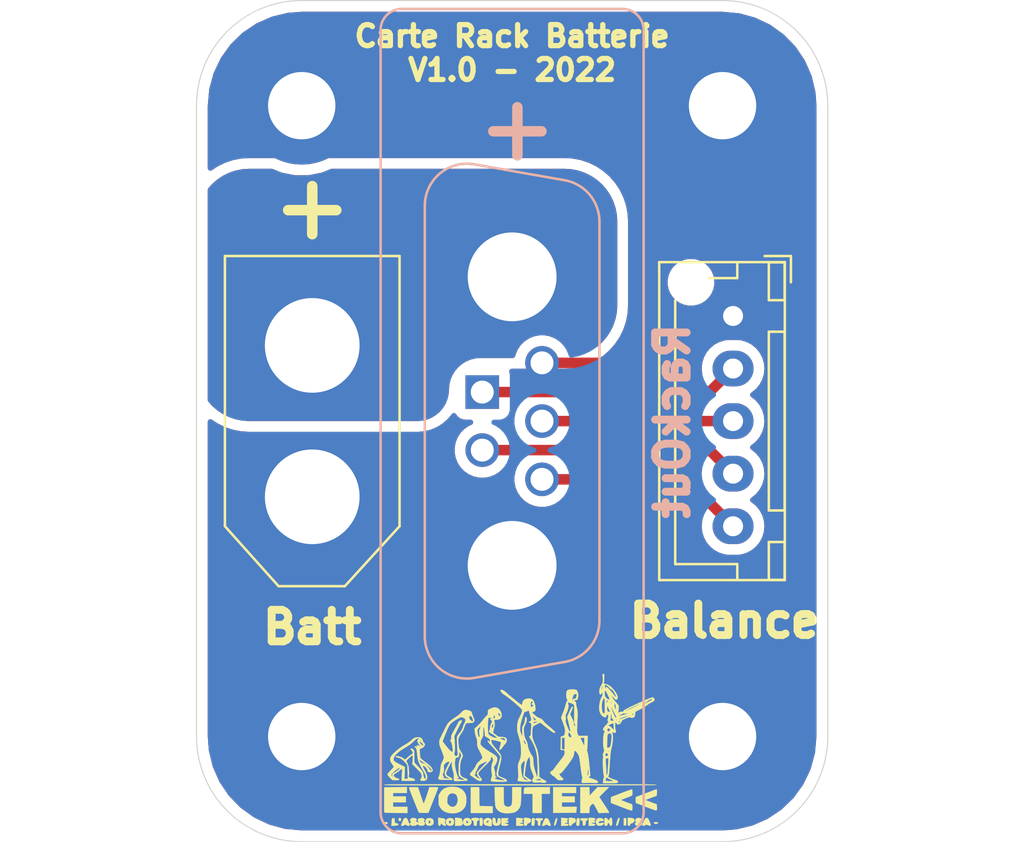
<source format=kicad_pcb>
(kicad_pcb (version 20171130) (host pcbnew "(5.1.10)-1")

  (general
    (thickness 1.6)
    (drawings 11)
    (tracks 9)
    (zones 0)
    (modules 8)
    (nets 7)
  )

  (page A4)
  (layers
    (0 F.Cu signal)
    (31 B.Cu signal)
    (32 B.Adhes user)
    (33 F.Adhes user)
    (34 B.Paste user)
    (35 F.Paste user)
    (36 B.SilkS user)
    (37 F.SilkS user)
    (38 B.Mask user)
    (39 F.Mask user)
    (40 Dwgs.User user)
    (41 Cmts.User user)
    (42 Eco1.User user)
    (43 Eco2.User user)
    (44 Edge.Cuts user)
    (45 Margin user)
    (46 B.CrtYd user)
    (47 F.CrtYd user)
    (48 B.Fab user)
    (49 F.Fab user)
  )

  (setup
    (last_trace_width 0.25)
    (user_trace_width 0.5)
    (user_trace_width 1)
    (user_trace_width 5)
    (trace_clearance 0.2)
    (zone_clearance 0.508)
    (zone_45_only no)
    (trace_min 0.2)
    (via_size 0.8)
    (via_drill 0.4)
    (via_min_size 0.4)
    (via_min_drill 0.3)
    (uvia_size 0.3)
    (uvia_drill 0.1)
    (uvias_allowed no)
    (uvia_min_size 0.2)
    (uvia_min_drill 0.1)
    (edge_width 0.05)
    (segment_width 0.2)
    (pcb_text_width 0.3)
    (pcb_text_size 1.5 1.5)
    (mod_edge_width 0.12)
    (mod_text_size 1 1)
    (mod_text_width 0.15)
    (pad_size 5.6 5.6)
    (pad_drill 3.2)
    (pad_to_mask_clearance 0)
    (aux_axis_origin 0 0)
    (visible_elements 7FFFFFFF)
    (pcbplotparams
      (layerselection 0x010fc_ffffffff)
      (usegerberextensions false)
      (usegerberattributes true)
      (usegerberadvancedattributes true)
      (creategerberjobfile true)
      (excludeedgelayer true)
      (linewidth 0.100000)
      (plotframeref false)
      (viasonmask false)
      (mode 1)
      (useauxorigin false)
      (hpglpennumber 1)
      (hpglpenspeed 20)
      (hpglpendiameter 15.000000)
      (psnegative false)
      (psa4output false)
      (plotreference true)
      (plotvalue true)
      (plotinvisibletext false)
      (padsonsilk false)
      (subtractmaskfromsilk false)
      (outputformat 1)
      (mirror false)
      (drillshape 0)
      (scaleselection 1)
      (outputdirectory "Output/"))
  )

  (net 0 "")
  (net 1 GND)
  (net 2 /C1)
  (net 3 /C2)
  (net 4 /C3)
  (net 5 /C4)
  (net 6 /BATT)

  (net_class Default "This is the default net class."
    (clearance 0.2)
    (trace_width 0.25)
    (via_dia 0.8)
    (via_drill 0.4)
    (uvia_dia 0.3)
    (uvia_drill 0.1)
    (add_net /BATT)
    (add_net /C1)
    (add_net /C2)
    (add_net /C3)
    (add_net /C4)
    (add_net GND)
  )

  (module MountingHole:MountingHole_3.2mm_M3_DIN965_Pad (layer F.Cu) (tedit 61753287) (tstamp 61759B46)
    (at 40 35)
    (descr "Mounting Hole 3.2mm, M3, DIN965")
    (tags "mounting hole 3.2mm m3 din965")
    (attr virtual)
    (fp_text reference REF** (at 0 -3.8) (layer F.SilkS) hide
      (effects (font (size 1 1) (thickness 0.15)))
    )
    (fp_text value MountingHole_3.2mm_M3_DIN965_Pad (at 0 3.8) (layer F.Fab)
      (effects (font (size 1 1) (thickness 0.15)))
    )
    (fp_circle (center 0 0) (end 2.8 0) (layer Cmts.User) (width 0.15))
    (fp_circle (center 0 0) (end 3.05 0) (layer F.CrtYd) (width 0.05))
    (fp_text user %R (at 0.3 0) (layer F.Fab)
      (effects (font (size 1 1) (thickness 0.15)))
    )
    (pad 1 thru_hole circle (at 0 0) (size 5.6 5.6) (drill 3.2) (layers *.Cu *.Mask)
      (net 1 GND))
  )

  (module MountingHole:MountingHole_3.2mm_M3_DIN965_Pad (layer F.Cu) (tedit 61753270) (tstamp 61759B46)
    (at 60 35)
    (descr "Mounting Hole 3.2mm, M3, DIN965")
    (tags "mounting hole 3.2mm m3 din965")
    (attr virtual)
    (fp_text reference REF** (at 0 -3.8) (layer F.SilkS) hide
      (effects (font (size 1 1) (thickness 0.15)))
    )
    (fp_text value MountingHole_3.2mm_M3_DIN965_Pad (at 0 3.8) (layer F.Fab)
      (effects (font (size 1 1) (thickness 0.15)))
    )
    (fp_circle (center 0 0) (end 2.8 0) (layer Cmts.User) (width 0.15))
    (fp_circle (center 0 0) (end 3.05 0) (layer F.CrtYd) (width 0.05))
    (fp_text user %R (at 0.3 0) (layer F.Fab)
      (effects (font (size 1 1) (thickness 0.15)))
    )
    (pad 1 thru_hole circle (at 0 0) (size 5.6 5.6) (drill 3.2) (layers *.Cu *.Mask)
      (net 1 GND))
  )

  (module MountingHole:MountingHole_3.2mm_M3_DIN965_Pad (layer F.Cu) (tedit 61753278) (tstamp 61759B46)
    (at 40 65)
    (descr "Mounting Hole 3.2mm, M3, DIN965")
    (tags "mounting hole 3.2mm m3 din965")
    (attr virtual)
    (fp_text reference REF** (at 0 -3.8) (layer F.SilkS) hide
      (effects (font (size 1 1) (thickness 0.15)))
    )
    (fp_text value MountingHole_3.2mm_M3_DIN965_Pad (at 0 3.8) (layer F.Fab)
      (effects (font (size 1 1) (thickness 0.15)))
    )
    (fp_circle (center 0 0) (end 2.8 0) (layer Cmts.User) (width 0.15))
    (fp_circle (center 0 0) (end 3.05 0) (layer F.CrtYd) (width 0.05))
    (fp_text user %R (at 0.3 0) (layer F.Fab)
      (effects (font (size 1 1) (thickness 0.15)))
    )
    (pad 1 thru_hole circle (at 0 0) (size 5.6 5.6) (drill 3.2) (layers *.Cu *.Mask)
      (net 1 GND))
  )

  (module MountingHole:MountingHole_3.2mm_M3_DIN965_Pad (layer F.Cu) (tedit 6175323C) (tstamp 61759AEF)
    (at 60 65)
    (descr "Mounting Hole 3.2mm, M3, DIN965")
    (tags "mounting hole 3.2mm m3 din965")
    (attr virtual)
    (fp_text reference REF** (at 0 -3.8) (layer F.SilkS) hide
      (effects (font (size 1 1) (thickness 0.15)))
    )
    (fp_text value MountingHole_3.2mm_M3_DIN965_Pad (at 0 3.8) (layer F.Fab)
      (effects (font (size 1 1) (thickness 0.15)))
    )
    (fp_text user %R (at 0.3 0) (layer F.Fab)
      (effects (font (size 1 1) (thickness 0.15)))
    )
    (fp_circle (center 0 0) (end 2.8 0) (layer Cmts.User) (width 0.15))
    (fp_circle (center 0 0) (end 3.05 0) (layer F.CrtYd) (width 0.05))
    (pad 1 thru_hole circle (at 0 0) (size 5.6 5.6) (drill 3.2) (layers *.Cu *.Mask)
      (net 1 GND))
  )

  (module ConnectorsEvo:681M7W2103LYYY (layer B.Cu) (tedit 6173247C) (tstamp 61732F87)
    (at 50 50 270)
    (path /617429EA)
    (fp_text reference RackOut (at 0 -7.62 270) (layer B.SilkS)
      (effects (font (size 1.5 1.5) (thickness 0.375)) (justify mirror))
    )
    (fp_text value 681M7W2103LYYY (at 0 -8.89 270) (layer B.Fab)
      (effects (font (size 1 1) (thickness 0.15)) (justify mirror))
    )
    (fp_line (start -11.453 -2.497) (end -12.210614 1.802703) (layer B.CrtYd) (width 0.12))
    (fp_line (start 9.483 -4.15) (end -9.483 -4.15) (layer B.CrtYd) (width 0.12))
    (fp_line (start 12.211 1.8103) (end 11.452616 -2.497296) (layer B.CrtYd) (width 0.12))
    (fp_line (start 10.241 4.15) (end -10.241 4.15) (layer B.CrtYd) (width 0.12))
    (fp_line (start -11.453 -2.4967) (end -12.210616 1.802704) (layer B.SilkS) (width 0.12))
    (fp_line (start 9.483 -4.15) (end -9.483654 -4.150275) (layer B.SilkS) (width 0.12))
    (fp_line (start 12.211 1.803) (end 11.452616 -2.497296) (layer B.SilkS) (width 0.12))
    (fp_line (start -10.241 4.15) (end 10.240641 4.150327) (layer B.SilkS) (width 0.12))
    (fp_line (start -19.6 -5.25) (end -19.6 5.25) (layer B.CrtYd) (width 0.12))
    (fp_line (start 18.6 -6.25) (end -18.6 -6.25) (layer B.CrtYd) (width 0.12))
    (fp_line (start 19.6 5.25) (end 19.6 -5.25) (layer B.CrtYd) (width 0.12))
    (fp_line (start -18.6 6.25) (end 18.6 6.25) (layer B.CrtYd) (width 0.12))
    (fp_line (start -19.6 -5.25) (end -19.6 5.25) (layer B.SilkS) (width 0.12))
    (fp_line (start 18.6 -6.25) (end -18.6 -6.25) (layer B.SilkS) (width 0.12))
    (fp_line (start 19.6 5.25) (end 19.6 -5.25) (layer B.SilkS) (width 0.12))
    (fp_line (start -18.6 6.25) (end 18.6 6.25) (layer B.SilkS) (width 0.12))
    (fp_arc (start 18.6 5.25) (end 19.6 5.25) (angle 90) (layer B.SilkS) (width 0.12))
    (fp_arc (start 18.6 -5.25) (end 18.6 -6.25) (angle 90) (layer B.SilkS) (width 0.12))
    (fp_arc (start -18.6 -5.25) (end -19.6 -5.25) (angle 90) (layer B.SilkS) (width 0.12))
    (fp_arc (start -18.6 5.25) (end -18.6 6.25) (angle 90) (layer B.SilkS) (width 0.12))
    (fp_arc (start 18.6 5.25) (end 19.6 5.25) (angle 90) (layer B.CrtYd) (width 0.12))
    (fp_arc (start 18.6 -5.25) (end 18.6 -6.25) (angle 90) (layer B.CrtYd) (width 0.12))
    (fp_arc (start -18.6 -5.25) (end -19.6 -5.25) (angle 90) (layer B.CrtYd) (width 0.12))
    (fp_arc (start -18.6 5.25) (end -18.6 6.25) (angle 90) (layer B.CrtYd) (width 0.12))
    (fp_arc (start 10.241 2.15) (end 12.211 1.803) (angle 100) (layer B.SilkS) (width 0.12))
    (fp_arc (start -10.241 2.15) (end -10.241 4.15) (angle 100) (layer B.SilkS) (width 0.12))
    (fp_arc (start 9.483 -2.15) (end 9.483 -4.15) (angle 80) (layer B.SilkS) (width 0.12))
    (fp_arc (start -9.483 -2.15) (end -11.453 -2.4967) (angle 80) (layer B.SilkS) (width 0.12))
    (fp_arc (start 10.241 2.15) (end 12.211 1.8103) (angle 100) (layer B.CrtYd) (width 0.12))
    (fp_arc (start 9.483 -2.15) (end 9.483 -4.15) (angle 80) (layer B.CrtYd) (width 0.12))
    (fp_arc (start -9.483 -2.15) (end -11.453 -2.497) (angle 80) (layer B.CrtYd) (width 0.12))
    (fp_arc (start -10.241 2.15) (end -10.241001 4.149999) (angle 100) (layer B.CrtYd) (width 0.12))
    (pad 4 thru_hole circle (at 0 -1.42 270) (size 1.6 1.6) (drill 1.09) (layers *.Cu *.Mask)
      (net 3 /C2))
    (pad 5 thru_hole circle (at 2.77 -1.42 270) (size 1.6 1.6) (drill 1.09) (layers *.Cu *.Mask)
      (net 5 /C4))
    (pad 2 thru_hole circle (at 1.38 1.42 270) (size 1.6 1.6) (drill 1.09) (layers *.Cu *.Mask)
      (net 4 /C3))
    (pad 1 thru_hole rect (at -1.38 1.42 270) (size 1.6 1.6) (drill 1.09) (layers *.Cu *.Mask)
      (net 2 /C1))
    (pad 3 thru_hole circle (at -2.77 -1.42 270) (size 1.6 1.6) (drill 1.09) (layers *.Cu *.Mask)
      (net 1 GND))
    (pad A2 thru_hole rect (at 6.86 0 270) (size 5 5) (drill 4.22) (layers *.Cu *.Mask)
      (net 1 GND))
    (pad A1 thru_hole rect (at -6.86 0 270) (size 5 5) (drill 4.22) (layers *.Cu *.Mask)
      (net 6 /BATT))
    (model ${LIBELEC}/3D/Connectors/681M7W2103L001.stp
      (offset (xyz 0 0 7))
      (scale (xyz 1 1 1))
      (rotate (xyz 0 0 0))
    )
  )

  (module ComponentsEvo:logo-evo-min locked (layer F.Cu) (tedit 0) (tstamp 61732F2A)
    (at 50.5 65.5)
    (fp_text reference G*** (at 0 0) (layer F.SilkS) hide
      (effects (font (size 1.524 1.524) (thickness 0.3)))
    )
    (fp_text value LOGO (at 0.75 0) (layer F.SilkS) hide
      (effects (font (size 1.524 1.524) (thickness 0.3)))
    )
    (fp_poly (pts (xy -1.577178 3.384823) (xy -1.526078 3.412606) (xy -1.488592 3.455122) (xy -1.477092 3.480239)
      (xy -1.467679 3.521511) (xy -1.462818 3.572762) (xy -1.462182 3.627924) (xy -1.465442 3.680929)
      (xy -1.472267 3.725711) (xy -1.48233 3.756201) (xy -1.492601 3.76625) (xy -1.51018 3.7656)
      (xy -1.546018 3.761593) (xy -1.593315 3.755024) (xy -1.608491 3.752708) (xy -1.694467 3.73736)
      (xy -1.758201 3.720233) (xy -1.802842 3.698848) (xy -1.831539 3.670729) (xy -1.847439 3.633397)
      (xy -1.853693 3.584375) (xy -1.854072 3.565635) (xy -1.721073 3.565635) (xy -1.718087 3.590843)
      (xy -1.700149 3.603967) (xy -1.672084 3.60212) (xy -1.638717 3.582415) (xy -1.630881 3.575134)
      (xy -1.610378 3.550507) (xy -1.607602 3.530824) (xy -1.613267 3.517214) (xy -1.6352 3.49715)
      (xy -1.664217 3.498345) (xy -1.69488 3.519962) (xy -1.70428 3.531228) (xy -1.721073 3.565635)
      (xy -1.854072 3.565635) (xy -1.8542 3.559367) (xy -1.853087 3.513138) (xy -1.847663 3.483058)
      (xy -1.834806 3.459904) (xy -1.812158 3.435217) (xy -1.759383 3.396972) (xy -1.699109 3.376297)
      (xy -1.636614 3.372484) (xy -1.577178 3.384823)) (layer F.SilkS) (width 0.01))
    (fp_poly (pts (xy -6.13651 3.380653) (xy -6.08965 3.38455) (xy -6.0833 3.48615) (xy -6.079215 3.535672)
      (xy -6.074077 3.575862) (xy -6.068853 3.599545) (xy -6.067711 3.601951) (xy -6.050584 3.611775)
      (xy -6.017354 3.620862) (xy -5.996025 3.624435) (xy -5.94284 3.637319) (xy -5.913353 3.658827)
      (xy -5.907301 3.689155) (xy -5.907627 3.691001) (xy -5.914373 3.704981) (xy -5.930863 3.715705)
      (xy -5.960658 3.72404) (xy -6.007322 3.730849) (xy -6.074418 3.736998) (xy -6.107145 3.739421)
      (xy -6.23806 3.748702) (xy -6.229205 3.592026) (xy -6.223593 3.512122) (xy -6.216217 3.454381)
      (xy -6.20566 3.415567) (xy -6.190503 3.392447) (xy -6.169326 3.381784) (xy -6.140712 3.380344)
      (xy -6.13651 3.380653)) (layer F.SilkS) (width 0.01))
    (fp_poly (pts (xy -5.50725 3.392959) (xy -5.487947 3.414537) (xy -5.471571 3.443248) (xy -5.450829 3.487149)
      (xy -5.428309 3.539741) (xy -5.406597 3.594528) (xy -5.388281 3.645013) (xy -5.375949 3.684698)
      (xy -5.3721 3.70544) (xy -5.38202 3.732096) (xy -5.408296 3.745025) (xy -5.445704 3.743896)
      (xy -5.48902 3.728378) (xy -5.512391 3.714341) (xy -5.540591 3.696896) (xy -5.564346 3.690649)
      (xy -5.5911 3.696321) (xy -5.628299 3.714634) (xy -5.6515 3.727808) (xy -5.683085 3.739936)
      (xy -5.719507 3.745705) (xy -5.752635 3.74498) (xy -5.774341 3.737624) (xy -5.7785 3.729917)
      (xy -5.773769 3.710743) (xy -5.761124 3.674163) (xy -5.74289 3.626018) (xy -5.721391 3.572146)
      (xy -5.69895 3.518388) (xy -5.677893 3.470583) (xy -5.662354 3.438081) (xy -5.629928 3.395477)
      (xy -5.589779 3.373285) (xy -5.547142 3.37221) (xy -5.50725 3.392959)) (layer F.SilkS) (width 0.01))
    (fp_poly (pts (xy -5.11708 3.383097) (xy -5.077726 3.398808) (xy -5.049633 3.420714) (xy -5.034221 3.447537)
      (xy -5.032628 3.472618) (xy -5.045994 3.489296) (xy -5.0617 3.4925) (xy -5.078411 3.49839)
      (xy -5.072859 3.515812) (xy -5.045218 3.544392) (xy -5.032657 3.555075) (xy -4.990074 3.582589)
      (xy -4.951404 3.594012) (xy -4.948394 3.5941) (xy -4.911475 3.5941) (xy -4.944938 3.567778)
      (xy -4.967527 3.54416) (xy -4.977051 3.514083) (xy -4.9784 3.48615) (xy -4.971733 3.438604)
      (xy -4.949982 3.406085) (xy -4.910526 3.386733) (xy -4.850741 3.378689) (xy -4.826166 3.3782)
      (xy -4.772508 3.380359) (xy -4.734479 3.38827) (xy -4.702565 3.404085) (xy -4.697792 3.407221)
      (xy -4.662397 3.437363) (xy -4.651061 3.463323) (xy -4.663969 3.484151) (xy -4.680989 3.492894)
      (xy -4.715625 3.506063) (xy -4.681913 3.541251) (xy -4.657065 3.580944) (xy -4.64722 3.627)
      (xy -4.652935 3.670602) (xy -4.671851 3.700466) (xy -4.718089 3.72697) (xy -4.778136 3.739927)
      (xy -4.844328 3.739355) (xy -4.909 3.725272) (xy -4.961507 3.699766) (xy -5.007172 3.668777)
      (xy -5.042545 3.702667) (xy -5.068196 3.722756) (xy -5.09818 3.734201) (xy -5.141656 3.740047)
      (xy -5.158335 3.741143) (xy -5.208409 3.741616) (xy -5.254492 3.738085) (xy -5.279456 3.733198)
      (xy -5.320282 3.711158) (xy -5.349188 3.677602) (xy -5.3594 3.6424) (xy -5.349598 3.622845)
      (xy -5.203275 3.622845) (xy -5.20065 3.6322) (xy -5.182526 3.64325) (xy -5.171326 3.644705)
      (xy -5.157113 3.64265) (xy -5.166345 3.63387) (xy -5.1689 3.6322) (xy -5.180792 3.626466)
      (xy -4.83342 3.626466) (xy -4.832261 3.632345) (xy -4.818677 3.642873) (xy -4.80412 3.64464)
      (xy -4.8006 3.639908) (xy -4.810562 3.631752) (xy -4.82031 3.627354) (xy -4.83342 3.626466)
      (xy -5.180792 3.626466) (xy -5.192169 3.620981) (xy -5.203275 3.622845) (xy -5.349598 3.622845)
      (xy -5.349036 3.621724) (xy -5.323889 3.601819) (xy -5.321896 3.600757) (xy -5.284391 3.581363)
      (xy -5.317056 3.548698) (xy -5.339481 3.520062) (xy -5.344635 3.489879) (xy -5.342475 3.471383)
      (xy -5.330024 3.426404) (xy -5.30642 3.398409) (xy -5.265106 3.380285) (xy -5.256133 3.37775)
      (xy -5.188343 3.370953) (xy -5.11708 3.383097)) (layer F.SilkS) (width 0.01))
    (fp_poly (pts (xy -4.351438 3.38672) (xy -4.293207 3.412321) (xy -4.253702 3.455058) (xy -4.232862 3.514988)
      (xy -4.229288 3.559805) (xy -4.237903 3.627557) (xy -4.263256 3.67996) (xy -4.302508 3.713305)
      (xy -4.351561 3.730169) (xy -4.411365 3.739212) (xy -4.468337 3.738843) (xy -4.48945 3.735178)
      (xy -4.551726 3.710305) (xy -4.593712 3.671384) (xy -4.616857 3.616467) (xy -4.6228 3.556)
      (xy -4.62219 3.550726) (xy -4.4704 3.550726) (xy -4.465798 3.592394) (xy -4.453985 3.62587)
      (xy -4.437951 3.643709) (xy -4.432574 3.6449) (xy -4.417475 3.635555) (xy -4.401271 3.616674)
      (xy -4.387816 3.585883) (xy -4.38206 3.549117) (xy -4.384542 3.516437) (xy -4.394922 3.498403)
      (xy -4.416628 3.494851) (xy -4.439372 3.497896) (xy -4.460838 3.508023) (xy -4.469373 3.529302)
      (xy -4.4704 3.550726) (xy -4.62219 3.550726) (xy -4.614725 3.48629) (xy -4.589778 3.434704)
      (xy -4.546876 3.400252) (xy -4.484937 3.381943) (xy -4.428459 3.3782) (xy -4.351438 3.38672)) (layer F.SilkS) (width 0.01))
    (fp_poly (pts (xy -3.914775 3.372548) (xy -3.820668 3.383321) (xy -3.750395 3.398765) (xy -3.70266 3.419872)
      (xy -3.676166 3.447637) (xy -3.669616 3.483055) (xy -3.681712 3.52712) (xy -3.690089 3.544728)
      (xy -3.700917 3.569091) (xy -3.701685 3.589057) (xy -3.691073 3.614383) (xy -3.677389 3.638434)
      (xy -3.653706 3.684152) (xy -3.646729 3.71436) (xy -3.656439 3.732668) (xy -3.676897 3.741346)
      (xy -3.723277 3.740473) (xy -3.775269 3.717817) (xy -3.829013 3.67516) (xy -3.836499 3.66765)
      (xy -3.88335 3.619374) (xy -3.892262 3.667062) (xy -3.901444 3.70256) (xy -3.912487 3.72812)
      (xy -3.914292 3.730625) (xy -3.940749 3.745226) (xy -3.973074 3.740479) (xy -3.993243 3.726542)
      (xy -4.001643 3.713494) (xy -4.007405 3.691311) (xy -4.010962 3.655845) (xy -4.012749 3.602949)
      (xy -4.0132 3.535513) (xy -4.0132 3.36444) (xy -3.914775 3.372548)) (layer F.SilkS) (width 0.01))
    (fp_poly (pts (xy -3.368234 3.383914) (xy -3.316484 3.409286) (xy -3.282134 3.452687) (xy -3.264313 3.515029)
      (xy -3.261199 3.561091) (xy -3.268284 3.631937) (xy -3.290586 3.684338) (xy -3.32752 3.716958)
      (xy -3.329376 3.717872) (xy -3.383462 3.734317) (xy -3.448547 3.740469) (xy -3.512006 3.735358)
      (xy -3.52383 3.732791) (xy -3.583923 3.706334) (xy -3.626856 3.662834) (xy -3.650435 3.60577)
      (xy -3.652466 3.538622) (xy -3.651836 3.534457) (xy -3.502638 3.534457) (xy -3.502485 3.577354)
      (xy -3.492463 3.613247) (xy -3.474927 3.638512) (xy -3.452581 3.640268) (xy -3.428338 3.619205)
      (xy -3.413389 3.594508) (xy -3.400033 3.562825) (xy -3.399888 3.541426) (xy -3.408556 3.524695)
      (xy -3.436304 3.499249) (xy -3.467712 3.495745) (xy -3.486761 3.505706) (xy -3.502638 3.534457)
      (xy -3.651836 3.534457) (xy -3.651269 3.53071) (xy -3.629345 3.466382) (xy -3.588594 3.418763)
      (xy -3.52981 3.388431) (xy -3.453785 3.375962) (xy -3.438255 3.37566) (xy -3.368234 3.383914)) (layer F.SilkS) (width 0.01))
    (fp_poly (pts (xy -3.08655 3.369372) (xy -3.001756 3.377583) (xy -2.93998 3.391265) (xy -2.899189 3.41172)
      (xy -2.877344 3.440247) (xy -2.872411 3.478149) (xy -2.87623 3.503741) (xy -2.875195 3.548402)
      (xy -2.863005 3.58416) (xy -2.850143 3.615285) (xy -2.849404 3.63872) (xy -2.860843 3.668478)
      (xy -2.86336 3.673821) (xy -2.882466 3.705455) (xy -2.902394 3.726119) (xy -2.906106 3.728173)
      (xy -2.926925 3.732358) (xy -2.967012 3.73675) (xy -3.020248 3.740782) (xy -3.070225 3.743453)
      (xy -3.2131 3.749696) (xy -3.2131 3.361663) (xy -3.08655 3.369372)) (layer F.SilkS) (width 0.01))
    (fp_poly (pts (xy -2.584344 3.377226) (xy -2.524627 3.400388) (xy -2.473567 3.440475) (xy -2.442129 3.485079)
      (xy -2.427131 3.539358) (xy -2.431863 3.598261) (xy -2.453805 3.654166) (xy -2.490433 3.699451)
      (xy -2.519515 3.718904) (xy -2.562917 3.732473) (xy -2.619042 3.740202) (xy -2.675838 3.741189)
      (xy -2.721253 3.734532) (xy -2.722635 3.734102) (xy -2.778394 3.704504) (xy -2.816891 3.659543)
      (xy -2.83677 3.603664) (xy -2.836671 3.541312) (xy -2.835716 3.538443) (xy -2.68756 3.538443)
      (xy -2.6874 3.570258) (xy -2.67437 3.599302) (xy -2.653587 3.621344) (xy -2.630164 3.632152)
      (xy -2.609217 3.627495) (xy -2.598509 3.612111) (xy -2.590971 3.567547) (xy -2.60211 3.529749)
      (xy -2.617658 3.513228) (xy -2.650157 3.500442) (xy -2.674753 3.51148) (xy -2.68756 3.538443)
      (xy -2.835716 3.538443) (xy -2.815235 3.476931) (xy -2.806208 3.46075) (xy -2.763651 3.412751)
      (xy -2.709035 3.383061) (xy -2.64754 3.371335) (xy -2.584344 3.377226)) (layer F.SilkS) (width 0.01))
    (fp_poly (pts (xy -2.139611 3.374057) (xy -2.09358 3.387433) (xy -2.070706 3.408298) (xy -2.069992 3.41006)
      (xy -2.066214 3.44635) (xy -2.079196 3.476244) (xy -2.104828 3.491788) (xy -2.112586 3.4925)
      (xy -2.137926 3.496372) (xy -2.154906 3.510779) (xy -2.165485 3.539908) (xy -2.171621 3.587945)
      (xy -2.17378 3.62331) (xy -2.178609 3.682086) (xy -2.186566 3.718319) (xy -2.197379 3.734241)
      (xy -2.233097 3.74533) (xy -2.273144 3.742434) (xy -2.304143 3.726542) (xy -2.316914 3.702288)
      (xy -2.323162 3.659466) (xy -2.3241 3.624107) (xy -2.327338 3.560838) (xy -2.337784 3.519599)
      (xy -2.356536 3.497765) (xy -2.379157 3.4925) (xy -2.415714 3.482283) (xy -2.435738 3.454044)
      (xy -2.4384 3.434365) (xy -2.433526 3.409299) (xy -2.416397 3.391851) (xy -2.383253 3.380328)
      (xy -2.330334 3.373035) (xy -2.296759 3.370537) (xy -2.207704 3.368361) (xy -2.139611 3.374057)) (layer F.SilkS) (width 0.01))
    (fp_poly (pts (xy -1.946082 3.372947) (xy -1.922739 3.386338) (xy -1.908822 3.410939) (xy -1.901362 3.441893)
      (xy -1.89673 3.484356) (xy -1.895486 3.537834) (xy -1.897216 3.595453) (xy -1.901503 3.650335)
      (xy -1.90793 3.695604) (xy -1.916081 3.724383) (xy -1.918724 3.728683) (xy -1.94458 3.742733)
      (xy -1.981592 3.745025) (xy -2.01817 3.735102) (xy -2.022475 3.732782) (xy -2.031709 3.724504)
      (xy -2.038007 3.709476) (xy -2.041906 3.683403) (xy -2.043946 3.641985) (xy -2.044663 3.580924)
      (xy -2.0447 3.555096) (xy -2.044558 3.487817) (xy -2.043598 3.4415) (xy -2.041022 3.411709)
      (xy -2.036034 3.394007) (xy -2.027835 3.383955) (xy -2.015627 3.377117) (xy -2.012439 3.375656)
      (xy -1.967611 3.367956) (xy -1.946082 3.372947)) (layer F.SilkS) (width 0.01))
    (fp_poly (pts (xy -1.32316 3.37797) (xy -1.297747 3.411456) (xy -1.284395 3.464755) (xy -1.2827 3.497781)
      (xy -1.278791 3.547809) (xy -1.268469 3.591075) (xy -1.253842 3.621295) (xy -1.237605 3.6322)
      (xy -1.223051 3.620634) (xy -1.209563 3.590436) (xy -1.199218 3.548353) (xy -1.194093 3.501132)
      (xy -1.193871 3.490151) (xy -1.189139 3.4333) (xy -1.174081 3.397667) (xy -1.147094 3.380615)
      (xy -1.12582 3.3782) (xy -1.091686 3.382643) (xy -1.068819 3.398651) (xy -1.054738 3.430238)
      (xy -1.046958 3.481417) (xy -1.045023 3.508835) (xy -1.046835 3.586356) (xy -1.06319 3.646084)
      (xy -1.09551 3.691971) (xy -1.1176 3.710599) (xy -1.158655 3.729183) (xy -1.21334 3.739521)
      (xy -1.270826 3.740211) (xy -1.304607 3.734809) (xy -1.354931 3.716883) (xy -1.391159 3.69005)
      (xy -1.415233 3.650656) (xy -1.429091 3.595047) (xy -1.434673 3.519566) (xy -1.43503 3.489052)
      (xy -1.434485 3.438938) (xy -1.431662 3.408162) (xy -1.424909 3.39067) (xy -1.412576 3.380407)
      (xy -1.404287 3.376315) (xy -1.359164 3.365767) (xy -1.32316 3.37797)) (layer F.SilkS) (width 0.01))
    (fp_poly (pts (xy -0.6858 3.415594) (xy -0.692268 3.447407) (xy -0.716106 3.469207) (xy -0.72327 3.473123)
      (xy -0.756466 3.487223) (xy -0.783595 3.493891) (xy -0.786433 3.496716) (xy -0.768369 3.502384)
      (xy -0.750221 3.506314) (xy -0.701212 3.521684) (xy -0.675583 3.54175) (xy -0.672567 3.563321)
      (xy -0.691401 3.583203) (xy -0.731319 3.598206) (xy -0.773691 3.604268) (xy -0.823977 3.609834)
      (xy -0.84925 3.617135) (xy -0.849802 3.62572) (xy -0.825927 3.635139) (xy -0.777917 3.644941)
      (xy -0.743978 3.649977) (xy -0.701463 3.661642) (xy -0.678939 3.681252) (xy -0.677436 3.70205)
      (xy -0.693972 3.71738) (xy -0.729663 3.730709) (xy -0.778265 3.740429) (xy -0.833535 3.744932)
      (xy -0.84455 3.745066) (xy -0.894884 3.74245) (xy -0.942232 3.735733) (xy -0.9652 3.729908)
      (xy -1.00965 3.71475) (xy -1.00965 3.38455) (xy -0.847725 3.380995) (xy -0.6858 3.377441)
      (xy -0.6858 3.415594)) (layer F.SilkS) (width 0.01))
    (fp_poly (pts (xy -0.174625 3.373821) (xy -0.099684 3.379339) (xy -0.046436 3.385241) (xy -0.011182 3.392495)
      (xy 0.009779 3.402068) (xy 0.020145 3.414926) (xy 0.022947 3.425453) (xy 0.01558 3.452711)
      (xy -0.009135 3.47703) (xy -0.043416 3.491773) (xy -0.056801 3.493466) (xy -0.066145 3.496897)
      (xy -0.050788 3.505618) (xy -0.0381 3.510465) (xy -0.002481 3.530939) (xy 0.010847 3.555247)
      (xy 0.003603 3.578941) (xy -0.02249 3.597575) (xy -0.065712 3.606703) (xy -0.075453 3.606994)
      (xy -0.112972 3.610126) (xy -0.137731 3.617692) (xy -0.145456 3.627494) (xy -0.133377 3.636782)
      (xy -0.107597 3.641944) (xy -0.069648 3.644737) (xy -0.058539 3.6449) (xy -0.008758 3.650987)
      (xy 0.024168 3.667868) (xy 0.036848 3.69347) (xy 0.03615 3.702791) (xy 0.028288 3.718375)
      (xy 0.009399 3.729682) (xy -0.023834 3.737376) (xy -0.074729 3.742122) (xy -0.146603 3.744583)
      (xy -0.174625 3.744997) (xy -0.3048 3.7465) (xy -0.3048 3.365372) (xy -0.174625 3.373821)) (layer F.SilkS) (width 0.01))
    (fp_poly (pts (xy 0.208213 3.368766) (xy 0.273679 3.37772) (xy 0.328026 3.391093) (xy 0.364918 3.40762)
      (xy 0.370592 3.412024) (xy 0.389058 3.445138) (xy 0.3937 3.48741) (xy 0.384796 3.539789)
      (xy 0.356561 3.580667) (xy 0.306708 3.612739) (xy 0.277074 3.62485) (xy 0.238758 3.641613)
      (xy 0.218361 3.66013) (xy 0.209367 3.683831) (xy 0.18998 3.721871) (xy 0.156251 3.742852)
      (xy 0.114712 3.744187) (xy 0.085725 3.732782) (xy 0.076785 3.724832) (xy 0.070586 3.710423)
      (xy 0.066645 3.685424) (xy 0.064479 3.645702) (xy 0.063605 3.587126) (xy 0.0635 3.542668)
      (xy 0.0635 3.3655) (xy 0.137966 3.3655) (xy 0.208213 3.368766)) (layer F.SilkS) (width 0.01))
    (fp_poly (pts (xy 0.540483 3.380073) (xy 0.556465 3.390164) (xy 0.564538 3.415182) (xy 0.56604 3.422929)
      (xy 0.570695 3.464599) (xy 0.572147 3.517406) (xy 0.570796 3.575235) (xy 0.567044 3.631973)
      (xy 0.561291 3.681507) (xy 0.553938 3.717722) (xy 0.54562 3.734365) (xy 0.508518 3.745397)
      (xy 0.46587 3.7417) (xy 0.438554 3.729316) (xy 0.428422 3.7197) (xy 0.422222 3.705509)
      (xy 0.419502 3.681853) (xy 0.41981 3.643847) (xy 0.422694 3.586601) (xy 0.423738 3.569149)
      (xy 0.428953 3.495549) (xy 0.435284 3.443622) (xy 0.444371 3.409646) (xy 0.457853 3.389901)
      (xy 0.477371 3.380664) (xy 0.504563 3.378214) (xy 0.507871 3.3782) (xy 0.540483 3.380073)) (layer F.SilkS) (width 0.01))
    (fp_poly (pts (xy 0.84627 3.389725) (xy 0.897911 3.391492) (xy 0.935076 3.394053) (xy 0.952325 3.397142)
      (xy 0.952366 3.397167) (xy 0.962572 3.414877) (xy 0.9652 3.433925) (xy 0.958137 3.456358)
      (xy 0.933682 3.475933) (xy 0.911225 3.48715) (xy 0.85725 3.51155) (xy 0.848211 3.611261)
      (xy 0.842112 3.660937) (xy 0.834174 3.701873) (xy 0.825932 3.726496) (xy 0.824431 3.728736)
      (xy 0.796673 3.744937) (xy 0.763715 3.740437) (xy 0.743857 3.726542) (xy 0.731274 3.70286)
      (xy 0.724896 3.66099) (xy 0.723705 3.621767) (xy 0.721841 3.566045) (xy 0.714704 3.529765)
      (xy 0.699511 3.507092) (xy 0.673482 3.492193) (xy 0.659516 3.487138) (xy 0.619823 3.467429)
      (xy 0.600789 3.443265) (xy 0.604359 3.417791) (xy 0.61132 3.409137) (xy 0.625054 3.400174)
      (xy 0.647963 3.394205) (xy 0.684496 3.390717) (xy 0.739105 3.389195) (xy 0.785596 3.389016)
      (xy 0.84627 3.389725)) (layer F.SilkS) (width 0.01))
    (fp_poly (pts (xy 1.160645 3.389565) (xy 1.18611 3.398199) (xy 1.208297 3.416704) (xy 1.230008 3.448448)
      (xy 1.254043 3.4968) (xy 1.283206 3.565126) (xy 1.289297 3.580006) (xy 1.315227 3.645185)
      (xy 1.330661 3.690649) (xy 1.335308 3.719943) (xy 1.328878 3.736612) (xy 1.311079 3.7442)
      (xy 1.281621 3.746253) (xy 1.275642 3.746305) (xy 1.239191 3.738568) (xy 1.199888 3.718995)
      (xy 1.1938 3.71475) (xy 1.162011 3.694707) (xy 1.13559 3.683716) (xy 1.1303 3.683)
      (xy 1.10766 3.690171) (xy 1.076344 3.708048) (xy 1.0668 3.71475) (xy 1.036297 3.731113)
      (xy 0.999671 3.742458) (xy 0.963445 3.748088) (xy 0.934143 3.747307) (xy 0.918289 3.739418)
      (xy 0.918085 3.730625) (xy 0.925046 3.712952) (xy 0.939078 3.677032) (xy 0.958065 3.628296)
      (xy 0.977354 3.578694) (xy 1.006165 3.506622) (xy 1.029495 3.455183) (xy 1.050053 3.420963)
      (xy 1.070544 3.400552) (xy 1.093676 3.390536) (xy 1.122156 3.387505) (xy 1.129099 3.387436)
      (xy 1.160645 3.389565)) (layer F.SilkS) (width 0.01))
    (fp_poly (pts (xy 1.636379 3.384558) (xy 1.640796 3.388316) (xy 1.644454 3.407015) (xy 1.640914 3.443752)
      (xy 1.631585 3.492669) (xy 1.617878 3.547907) (xy 1.6012 3.603607) (xy 1.582963 3.653911)
      (xy 1.56991 3.683) (xy 1.545471 3.722225) (xy 1.522912 3.741968) (xy 1.504917 3.740769)
      (xy 1.495526 3.723419) (xy 1.495899 3.69953) (xy 1.502706 3.658086) (xy 1.514336 3.605626)
      (xy 1.529175 3.548686) (xy 1.545613 3.493805) (xy 1.562036 3.44752) (xy 1.565827 3.438346)
      (xy 1.588464 3.399744) (xy 1.613088 3.381076) (xy 1.636379 3.384558)) (layer F.SilkS) (width 0.01))
    (fp_poly (pts (xy 1.958975 3.373821) (xy 2.033916 3.379339) (xy 2.087164 3.385241) (xy 2.122418 3.392495)
      (xy 2.143379 3.402068) (xy 2.153745 3.414926) (xy 2.156547 3.425453) (xy 2.14918 3.452711)
      (xy 2.124465 3.47703) (xy 2.090184 3.491773) (xy 2.076799 3.493466) (xy 2.067455 3.496897)
      (xy 2.082812 3.505618) (xy 2.0955 3.510465) (xy 2.131119 3.530939) (xy 2.144447 3.555247)
      (xy 2.137203 3.578941) (xy 2.11111 3.597575) (xy 2.067888 3.606703) (xy 2.058147 3.606994)
      (xy 2.020628 3.610126) (xy 1.995869 3.617692) (xy 1.988144 3.627494) (xy 2.000223 3.636782)
      (xy 2.026003 3.641944) (xy 2.063952 3.644737) (xy 2.075061 3.6449) (xy 2.124842 3.650987)
      (xy 2.157768 3.667868) (xy 2.170448 3.69347) (xy 2.16975 3.702791) (xy 2.161888 3.718375)
      (xy 2.142999 3.729682) (xy 2.109766 3.737376) (xy 2.058871 3.742122) (xy 1.986997 3.744583)
      (xy 1.958975 3.744997) (xy 1.8288 3.7465) (xy 1.8288 3.365372) (xy 1.958975 3.373821)) (layer F.SilkS) (width 0.01))
    (fp_poly (pts (xy 2.341813 3.368766) (xy 2.407279 3.37772) (xy 2.461626 3.391093) (xy 2.498518 3.40762)
      (xy 2.504192 3.412024) (xy 2.521516 3.442488) (xy 2.527491 3.485399) (xy 2.52212 3.530482)
      (xy 2.505409 3.567465) (xy 2.504109 3.569125) (xy 2.477828 3.591156) (xy 2.439553 3.612266)
      (xy 2.424734 3.618337) (xy 2.379302 3.641737) (xy 2.35065 3.675067) (xy 2.346918 3.682064)
      (xy 2.315626 3.726554) (xy 2.278862 3.746353) (xy 2.236876 3.741362) (xy 2.219325 3.732782)
      (xy 2.210385 3.724832) (xy 2.204186 3.710423) (xy 2.200245 3.685424) (xy 2.198079 3.645702)
      (xy 2.197205 3.587126) (xy 2.1971 3.542668) (xy 2.1971 3.3655) (xy 2.271566 3.3655)
      (xy 2.341813 3.368766)) (layer F.SilkS) (width 0.01))
    (fp_poly (pts (xy 2.674112 3.3801) (xy 2.690087 3.390142) (xy 2.69808 3.414835) (xy 2.699396 3.421629)
      (xy 2.702484 3.453121) (xy 2.704072 3.501955) (xy 2.703985 3.560106) (xy 2.703146 3.593559)
      (xy 2.699943 3.658159) (xy 2.694212 3.70153) (xy 2.683906 3.72784) (xy 2.666981 3.741254)
      (xy 2.641391 3.74594) (xy 2.628152 3.746305) (xy 2.593237 3.739742) (xy 2.572154 3.729316)
      (xy 2.562022 3.7197) (xy 2.555822 3.705509) (xy 2.553102 3.681853) (xy 2.55341 3.643847)
      (xy 2.556294 3.586601) (xy 2.557338 3.569149) (xy 2.562553 3.495549) (xy 2.568884 3.443622)
      (xy 2.577971 3.409646) (xy 2.591453 3.389901) (xy 2.610971 3.380664) (xy 2.638163 3.378214)
      (xy 2.641471 3.3782) (xy 2.674112 3.3801)) (layer F.SilkS) (width 0.01))
    (fp_poly (pts (xy 3.277117 3.368014) (xy 3.350868 3.372516) (xy 3.402255 3.37986) (xy 3.434274 3.391425)
      (xy 3.449917 3.408592) (xy 3.452181 3.432738) (xy 3.449357 3.44736) (xy 3.43431 3.474519)
      (xy 3.402379 3.488286) (xy 3.400422 3.48869) (xy 3.359822 3.49681) (xy 3.403936 3.511598)
      (xy 3.439664 3.530602) (xy 3.453218 3.553501) (xy 3.444008 3.576007) (xy 3.415093 3.592617)
      (xy 3.373451 3.6024) (xy 3.327956 3.606782) (xy 3.325504 3.6068) (xy 3.2944 3.609663)
      (xy 3.277575 3.616784) (xy 3.2766 3.619258) (xy 3.281787 3.628192) (xy 3.300182 3.6357)
      (xy 3.336033 3.643002) (xy 3.383453 3.649966) (xy 3.429401 3.660577) (xy 3.451192 3.677081)
      (xy 3.449512 3.700078) (xy 3.446562 3.705285) (xy 3.431169 3.721665) (xy 3.406386 3.732985)
      (xy 3.367973 3.740127) (xy 3.311685 3.743973) (xy 3.254375 3.745234) (xy 3.1369 3.7465)
      (xy 3.1369 3.362237) (xy 3.277117 3.368014)) (layer F.SilkS) (width 0.01))
    (fp_poly (pts (xy 3.724224 3.379616) (xy 3.77621 3.395453) (xy 3.817537 3.419541) (xy 3.842819 3.450432)
      (xy 3.8481 3.474059) (xy 3.843911 3.494997) (xy 3.828486 3.508214) (xy 3.797536 3.515289)
      (xy 3.746771 3.517799) (xy 3.728951 3.5179) (xy 3.683533 3.52027) (xy 3.648921 3.526499)
      (xy 3.63474 3.53314) (xy 3.620698 3.563051) (xy 3.625051 3.59817) (xy 3.642174 3.623383)
      (xy 3.659477 3.635817) (xy 3.676275 3.634508) (xy 3.702499 3.619085) (xy 3.742598 3.601443)
      (xy 3.786775 3.594883) (xy 3.825818 3.599754) (xy 3.848412 3.613526) (xy 3.858847 3.641063)
      (xy 3.848211 3.668521) (xy 3.820773 3.694124) (xy 3.780805 3.716095) (xy 3.732577 3.732656)
      (xy 3.680361 3.742033) (xy 3.628428 3.742448) (xy 3.581048 3.732124) (xy 3.572125 3.728447)
      (xy 3.528211 3.695954) (xy 3.498019 3.648444) (xy 3.481799 3.59188) (xy 3.479802 3.532227)
      (xy 3.492277 3.475448) (xy 3.519475 3.427507) (xy 3.558174 3.396097) (xy 3.60982 3.37849)
      (xy 3.666965 3.373479) (xy 3.724224 3.379616)) (layer F.SilkS) (width 0.01))
    (fp_poly (pts (xy 4.215189 3.369028) (xy 4.231794 3.381121) (xy 4.242434 3.40618) (xy 4.248727 3.448217)
      (xy 4.252292 3.511244) (xy 4.252546 3.51844) (xy 4.254178 3.599288) (xy 4.252275 3.658291)
      (xy 4.246174 3.698841) (xy 4.235214 3.724329) (xy 4.218731 3.738148) (xy 4.208981 3.741552)
      (xy 4.174695 3.739288) (xy 4.144739 3.720229) (xy 4.128382 3.691101) (xy 4.1275 3.682438)
      (xy 4.119494 3.654247) (xy 4.100311 3.627863) (xy 4.077199 3.611207) (xy 4.061221 3.610022)
      (xy 4.046853 3.627063) (xy 4.03556 3.661583) (xy 4.033264 3.67431) (xy 4.024418 3.712746)
      (xy 4.010313 3.732584) (xy 3.996746 3.738646) (xy 3.951063 3.74545) (xy 3.915085 3.736382)
      (xy 3.908425 3.732782) (xy 3.899191 3.724504) (xy 3.892893 3.709476) (xy 3.888994 3.683403)
      (xy 3.886954 3.641985) (xy 3.886237 3.580924) (xy 3.8862 3.555096) (xy 3.886372 3.487753)
      (xy 3.887393 3.441386) (xy 3.890018 3.411571) (xy 3.895002 3.393885) (xy 3.903102 3.383904)
      (xy 3.915071 3.377204) (xy 3.916707 3.376455) (xy 3.960688 3.368535) (xy 4.000136 3.38302)
      (xy 4.028646 3.416986) (xy 4.033916 3.429953) (xy 4.047642 3.460049) (xy 4.066869 3.472012)
      (xy 4.084195 3.47345) (xy 4.109773 3.469532) (xy 4.123009 3.452776) (xy 4.128886 3.430533)
      (xy 4.145261 3.388396) (xy 4.173289 3.368173) (xy 4.191 3.365888) (xy 4.215189 3.369028)) (layer F.SilkS) (width 0.01))
    (fp_poly (pts (xy 4.595547 3.375468) (xy 4.609458 3.390286) (xy 4.610088 3.395433) (xy 4.60631 3.420516)
      (xy 4.596282 3.463) (xy 4.581929 3.516347) (xy 4.56518 3.574017) (xy 4.547959 3.629474)
      (xy 4.532194 3.676177) (xy 4.519811 3.707589) (xy 4.516 3.714776) (xy 4.491757 3.739766)
      (xy 4.468026 3.74523) (xy 4.450713 3.730064) (xy 4.449502 3.727215) (xy 4.448447 3.702563)
      (xy 4.454724 3.660345) (xy 4.466589 3.606719) (xy 4.482299 3.547842) (xy 4.500111 3.489873)
      (xy 4.518281 3.438969) (xy 4.535066 3.401288) (xy 4.546494 3.384645) (xy 4.571124 3.373005)
      (xy 4.595547 3.375468)) (layer F.SilkS) (width 0.01))
    (fp_poly (pts (xy 5.113878 3.369093) (xy 5.188954 3.376233) (xy 5.242917 3.388476) (xy 5.279834 3.407625)
      (xy 5.303778 3.435484) (xy 5.313808 3.457683) (xy 5.317269 3.502151) (xy 5.299849 3.546754)
      (xy 5.265566 3.586615) (xy 5.21844 3.61686) (xy 5.170503 3.631495) (xy 5.138855 3.64016)
      (xy 5.123251 3.658053) (xy 5.116686 3.681601) (xy 5.099753 3.72232) (xy 5.072533 3.744159)
      (xy 5.040058 3.744978) (xy 5.011057 3.726542) (xy 5.002689 3.713556) (xy 4.996938 3.691481)
      (xy 4.993376 3.656187) (xy 4.991573 3.603542) (xy 4.9911 3.534176) (xy 4.9911 3.361768)
      (xy 5.113878 3.369093)) (layer F.SilkS) (width 0.01))
    (fp_poly (pts (xy 5.497777 3.373113) (xy 5.5612 3.37985) (xy 5.611684 3.396843) (xy 5.64523 3.422055)
      (xy 5.657837 3.453452) (xy 5.65785 3.454539) (xy 5.649268 3.481265) (xy 5.627428 3.492186)
      (xy 5.609982 3.497389) (xy 5.607945 3.504712) (xy 5.623166 3.519104) (xy 5.643303 3.53468)
      (xy 5.677015 3.568425) (xy 5.68919 3.605023) (xy 5.680843 3.650069) (xy 5.66921 3.677678)
      (xy 5.643052 3.713809) (xy 5.602741 3.733444) (xy 5.602535 3.733502) (xy 5.530306 3.744324)
      (xy 5.453836 3.740893) (xy 5.414972 3.732705) (xy 5.373937 3.714532) (xy 5.350201 3.684901)
      (xy 5.340224 3.655272) (xy 5.337834 3.630273) (xy 5.341614 3.625129) (xy 5.490478 3.625129)
      (xy 5.4991 3.6322) (xy 5.522252 3.642946) (xy 5.53085 3.644511) (xy 5.533121 3.63927)
      (xy 5.5245 3.6322) (xy 5.501347 3.621453) (xy 5.49275 3.619888) (xy 5.490478 3.625129)
      (xy 5.341614 3.625129) (xy 5.350339 3.613257) (xy 5.371566 3.600725) (xy 5.411425 3.580113)
      (xy 5.382872 3.556993) (xy 5.358767 3.522715) (xy 5.353742 3.479559) (xy 5.3675 3.435073)
      (xy 5.388773 3.406553) (xy 5.412341 3.386534) (xy 5.437581 3.376358) (xy 5.474045 3.373093)
      (xy 5.497777 3.373113)) (layer F.SilkS) (width 0.01))
    (fp_poly (pts (xy 5.953654 3.388689) (xy 5.966892 3.405908) (xy 5.985904 3.441175) (xy 6.00816 3.488537)
      (xy 6.03113 3.542039) (xy 6.052281 3.595726) (xy 6.069084 3.643644) (xy 6.079008 3.679839)
      (xy 6.080093 3.686175) (xy 6.086644 3.7338) (xy 6.030648 3.7338) (xy 5.98991 3.729932)
      (xy 5.956493 3.720278) (xy 5.9496 3.71646) (xy 5.905739 3.692842) (xy 5.870855 3.690664)
      (xy 5.841253 3.709146) (xy 5.808747 3.729667) (xy 5.766805 3.741577) (xy 5.726341 3.742838)
      (xy 5.702638 3.734993) (xy 5.694516 3.725797) (xy 5.692928 3.709782) (xy 5.698563 3.681857)
      (xy 5.712109 3.636929) (xy 5.7186 3.616997) (xy 5.755369 3.518733) (xy 5.793031 3.445451)
      (xy 5.832014 3.396736) (xy 5.872743 3.372174) (xy 5.915644 3.37135) (xy 5.953654 3.388689)) (layer F.SilkS) (width 0.01))
    (fp_poly (pts (xy 2.97987 3.389725) (xy 3.031511 3.391492) (xy 3.068676 3.394053) (xy 3.085925 3.397142)
      (xy 3.085966 3.397167) (xy 3.095941 3.414763) (xy 3.0988 3.435773) (xy 3.089494 3.463793)
      (xy 3.058913 3.486725) (xy 3.057525 3.487439) (xy 3.02872 3.502698) (xy 3.01133 3.513041)
      (xy 3.010174 3.513948) (xy 3.006298 3.528379) (xy 3.001599 3.561494) (xy 2.996991 3.606636)
      (xy 2.996274 3.615138) (xy 2.989143 3.672976) (xy 2.979194 3.709898) (xy 2.970599 3.72211)
      (xy 2.94552 3.73023) (xy 2.911445 3.733367) (xy 2.880426 3.731152) (xy 2.865966 3.725333)
      (xy 2.86175 3.709272) (xy 2.858655 3.675029) (xy 2.857316 3.629817) (xy 2.857305 3.626908)
      (xy 2.855617 3.569894) (xy 2.849114 3.532507) (xy 2.835188 3.509072) (xy 2.811233 3.493912)
      (xy 2.793116 3.487138) (xy 2.753423 3.467429) (xy 2.734389 3.443265) (xy 2.737959 3.417791)
      (xy 2.74492 3.409137) (xy 2.758654 3.400174) (xy 2.781563 3.394205) (xy 2.818096 3.390717)
      (xy 2.872705 3.389195) (xy 2.919196 3.389016) (xy 2.97987 3.389725)) (layer F.SilkS) (width 0.01))
    (fp_poly (pts (xy 4.901446 3.38603) (xy 4.915368 3.403547) (xy 4.923282 3.435729) (xy 4.926815 3.486195)
      (xy 4.9276 3.555015) (xy 4.926162 3.633148) (xy 4.921867 3.686624) (xy 4.914738 3.715183)
      (xy 4.91236 3.71856) (xy 4.889301 3.729646) (xy 4.85692 3.733369) (xy 4.825966 3.729864)
      (xy 4.807187 3.719267) (xy 4.80614 3.71722) (xy 4.803975 3.698694) (xy 4.80272 3.660294)
      (xy 4.802462 3.607533) (xy 4.80329 3.545925) (xy 4.803364 3.542595) (xy 4.80695 3.38455)
      (xy 4.849054 3.380508) (xy 4.879884 3.379557) (xy 4.901446 3.38603)) (layer F.SilkS) (width 0.01))
    (fp_poly (pts (xy -6.4566 3.579534) (xy -6.423921 3.592327) (xy -6.413441 3.612441) (xy -6.425317 3.637485)
      (xy -6.448134 3.649581) (xy -6.485641 3.656439) (xy -6.527551 3.65745) (xy -6.563581 3.652004)
      (xy -6.576537 3.646444) (xy -6.588141 3.626783) (xy -6.589237 3.605363) (xy -6.584704 3.588373)
      (xy -6.573018 3.579284) (xy -6.547818 3.575657) (xy -6.510135 3.57505) (xy -6.4566 3.579534)) (layer F.SilkS) (width 0.01))
    (fp_poly (pts (xy 6.363259 3.571124) (xy 6.405491 3.57541) (xy 6.428039 3.583489) (xy 6.43656 3.597397)
      (xy 6.436583 3.597514) (xy 6.429449 3.619084) (xy 6.403988 3.636934) (xy 6.367179 3.649518)
      (xy 6.326002 3.655285) (xy 6.287436 3.65269) (xy 6.258461 3.640183) (xy 6.255657 3.637642)
      (xy 6.236046 3.609456) (xy 6.240321 3.588583) (xy 6.267947 3.575354) (xy 6.318388 3.5701)
      (xy 6.363259 3.571124)) (layer F.SilkS) (width 0.01))
    (fp_poly (pts (xy -5.811237 3.375439) (xy -5.787597 3.392377) (xy -5.779005 3.419848) (xy -5.7785 3.434039)
      (xy -5.781533 3.479792) (xy -5.792963 3.505609) (xy -5.816288 3.516479) (xy -5.837324 3.5179)
      (xy -5.869765 3.513767) (xy -5.887565 3.497387) (xy -5.893532 3.484226) (xy -5.90079 3.440905)
      (xy -5.891126 3.403881) (xy -5.868426 3.378292) (xy -5.836579 3.369278) (xy -5.811237 3.375439)) (layer F.SilkS) (width 0.01))
    (fp_poly (pts (xy -3.23925 1.896113) (xy -3.143879 1.907639) (xy -3.060416 1.928358) (xy -2.982584 1.959435)
      (xy -2.976143 1.962535) (xy -2.87816 2.023458) (xy -2.798781 2.101226) (xy -2.738393 2.194983)
      (xy -2.697384 2.303875) (xy -2.676139 2.427047) (xy -2.675044 2.563644) (xy -2.679857 2.617705)
      (xy -2.693004 2.706496) (xy -2.711263 2.777394) (xy -2.73701 2.837758) (xy -2.766712 2.886505)
      (xy -2.845737 2.979474) (xy -2.941478 3.053682) (xy -3.05252 3.108159) (xy -3.12059 3.129614)
      (xy -3.193508 3.142369) (xy -3.281884 3.14848) (xy -3.376691 3.148052) (xy -3.468901 3.141192)
      (xy -3.549486 3.128003) (xy -3.564103 3.124435) (xy -3.678738 3.085415) (xy -3.773764 3.032516)
      (xy -3.852244 2.963307) (xy -3.917243 2.875357) (xy -3.947208 2.820448) (xy -3.99415 2.725467)
      (xy -3.99415 2.66065) (xy -3.584127 2.66065) (xy -3.540628 2.723581) (xy -3.486155 2.784146)
      (xy -3.422393 2.824475) (xy -3.353207 2.843195) (xy -3.28246 2.838937) (xy -3.247419 2.827641)
      (xy -3.18944 2.790231) (xy -3.143295 2.733676) (xy -3.110191 2.661902) (xy -3.091336 2.578835)
      (xy -3.087938 2.4884) (xy -3.101206 2.394523) (xy -3.107096 2.371589) (xy -3.136176 2.300089)
      (xy -3.17827 2.249455) (xy -3.235163 2.217769) (xy -3.256115 2.211486) (xy -3.327784 2.198088)
      (xy -3.384863 2.199361) (xy -3.434075 2.216161) (xy -3.468685 2.238561) (xy -3.509917 2.273237)
      (xy -3.53911 2.307769) (xy -3.558501 2.347742) (xy -3.570327 2.398738) (xy -3.576825 2.46634)
      (xy -3.578981 2.513818) (xy -3.584127 2.66065) (xy -3.99415 2.66065) (xy -3.99415 2.30505)
      (xy -3.94535 2.21373) (xy -3.881244 2.11249) (xy -3.807157 2.031849) (xy -3.721008 1.970679)
      (xy -3.620718 1.927854) (xy -3.504206 1.902246) (xy -3.369393 1.89273) (xy -3.3528 1.892616)
      (xy -3.23925 1.896113)) (layer F.SilkS) (width 0.01))
    (fp_poly (pts (xy -0.899567 2.301875) (xy -0.898197 2.415025) (xy -0.896695 2.505671) (xy -0.894886 2.576706)
      (xy -0.892594 2.631024) (xy -0.889645 2.671521) (xy -0.885864 2.701091) (xy -0.881077 2.722629)
      (xy -0.875108 2.739028) (xy -0.872873 2.743758) (xy -0.836249 2.791703) (xy -0.785785 2.823617)
      (xy -0.727114 2.839465) (xy -0.665871 2.839214) (xy -0.607692 2.822831) (xy -0.55821 2.790283)
      (xy -0.525103 2.745813) (xy -0.518464 2.73029) (xy -0.513124 2.711382) (xy -0.508899 2.686161)
      (xy -0.505608 2.651696) (xy -0.503068 2.605058) (xy -0.501096 2.543316) (xy -0.499509 2.463541)
      (xy -0.498126 2.362803) (xy -0.497434 2.301875) (xy -0.493123 1.905) (xy -0.059429 1.905)
      (xy -0.068275 2.263775) (xy -0.071013 2.36183) (xy -0.074241 2.456078) (xy -0.077766 2.542207)
      (xy -0.081395 2.615907) (xy -0.084934 2.672869) (xy -0.088191 2.708781) (xy -0.088217 2.708984)
      (xy -0.112529 2.810118) (xy -0.156855 2.904378) (xy -0.217971 2.987195) (xy -0.292652 3.054005)
      (xy -0.358956 3.092389) (xy -0.427067 3.115439) (xy -0.513261 3.132821) (xy -0.610759 3.144084)
      (xy -0.712786 3.148777) (xy -0.812565 3.146451) (xy -0.90332 3.136653) (xy -0.934863 3.130697)
      (xy -0.987701 3.116457) (xy -1.039958 3.09804) (xy -1.066842 3.086078) (xy -1.123576 3.050019)
      (xy -1.180555 3.001855) (xy -1.230339 2.948762) (xy -1.265491 2.897915) (xy -1.268917 2.891185)
      (xy -1.281027 2.8585) (xy -1.291471 2.813179) (xy -1.30042 2.753296) (xy -1.308044 2.676924)
      (xy -1.314514 2.582137) (xy -1.32 2.467007) (xy -1.324672 2.329609) (xy -1.327244 2.232025)
      (xy -1.335102 1.905) (xy -0.903878 1.905) (xy -0.899567 2.301875)) (layer F.SilkS) (width 0.01))
    (fp_poly (pts (xy -5.4991 2.1844) (xy -6.1595 2.1844) (xy -6.1595 2.3495) (xy -5.5499 2.3495)
      (xy -5.5499 2.6289) (xy -6.1595 2.6289) (xy -6.1595 2.8448) (xy -5.4737 2.8448)
      (xy -5.4737 3.1369) (xy -5.883275 3.134872) (xy -5.990463 3.134103) (xy -6.096192 3.132904)
      (xy -6.195989 3.131358) (xy -6.285377 3.129549) (xy -6.359882 3.127559) (xy -6.415029 3.125472)
      (xy -6.428931 3.124734) (xy -6.485552 3.120523) (xy -6.532626 3.115458) (xy -6.564446 3.110247)
      (xy -6.574981 3.106564) (xy -6.576697 3.092524) (xy -6.578172 3.056162) (xy -6.579409 3.000554)
      (xy -6.58041 2.928777) (xy -6.581177 2.843905) (xy -6.581714 2.749016) (xy -6.582022 2.647184)
      (xy -6.582104 2.541485) (xy -6.581963 2.434996) (xy -6.581601 2.330793) (xy -6.58102 2.231951)
      (xy -6.580224 2.141546) (xy -6.579214 2.062654) (xy -6.577994 1.998351) (xy -6.576565 1.951713)
      (xy -6.574931 1.925815) (xy -6.574011 1.921576) (xy -6.560547 1.920229) (xy -6.524341 1.918645)
      (xy -6.468049 1.916889) (xy -6.394328 1.915024) (xy -6.305834 1.913116) (xy -6.205222 1.911228)
      (xy -6.095151 1.909424) (xy -6.0338 1.908522) (xy -5.4991 1.90098) (xy -5.4991 2.1844)) (layer F.SilkS) (width 0.01))
    (fp_poly (pts (xy -4.159635 1.905429) (xy -4.099112 1.907012) (xy -4.057472 1.91019) (xy -4.031458 1.915403)
      (xy -4.017818 1.923094) (xy -4.013297 1.933703) (xy -4.0132 1.936062) (xy -4.017769 1.95062)
      (xy -4.030876 1.986448) (xy -4.051626 2.041233) (xy -4.079124 2.112664) (xy -4.112472 2.198427)
      (xy -4.150776 2.29621) (xy -4.19314 2.403702) (xy -4.238666 2.518588) (xy -4.247627 2.541129)
      (xy -4.482053 3.13055) (xy -4.657202 3.132431) (xy -4.72605 3.132435) (xy -4.790002 3.131109)
      (xy -4.842611 3.128677) (xy -4.87743 3.125361) (xy -4.881298 3.12469) (xy -4.915644 3.114227)
      (xy -4.938737 3.100503) (xy -4.941277 3.097409) (xy -4.949205 3.080503) (xy -4.965568 3.042187)
      (xy -4.989468 2.984677) (xy -5.020007 2.910184) (xy -5.056289 2.820925) (xy -5.097416 2.719112)
      (xy -5.142492 2.606961) (xy -5.190618 2.486685) (xy -5.240897 2.360498) (xy -5.2886 2.240296)
      (xy -5.318274 2.164446) (xy -5.345015 2.094341) (xy -5.36725 2.034247) (xy -5.383406 1.988426)
      (xy -5.391912 1.961142) (xy -5.392503 1.958563) (xy -5.395567 1.931666) (xy -5.385876 1.918801)
      (xy -5.357645 1.911591) (xy -5.328967 1.908936) (xy -5.281231 1.90727) (xy -5.220762 1.906713)
      (xy -5.153889 1.907384) (xy -5.144769 1.907574) (xy -4.974587 1.91135) (xy -4.857039 2.2606)
      (xy -4.826037 2.352279) (xy -4.796746 2.438078) (xy -4.770393 2.514474) (xy -4.748201 2.577939)
      (xy -4.731396 2.62495) (xy -4.721204 2.651981) (xy -4.720232 2.6543) (xy -4.700973 2.69875)
      (xy -4.688634 2.666541) (xy -4.667111 2.608629) (xy -4.639859 2.532704) (xy -4.608997 2.444911)
      (xy -4.576644 2.351395) (xy -4.54492 2.2583) (xy -4.515944 2.171771) (xy -4.491835 2.097952)
      (xy -4.484002 2.073275) (xy -4.431208 1.905) (xy -4.242293 1.905) (xy -4.159635 1.905429)) (layer F.SilkS) (width 0.01))
    (fp_poly (pts (xy -2.065477 1.963922) (xy -2.063277 1.992602) (xy -2.061306 2.042531) (xy -2.059647 2.109559)
      (xy -2.058388 2.189537) (xy -2.057614 2.278312) (xy -2.0574 2.35585) (xy -2.057094 2.448781)
      (xy -2.056232 2.536365) (xy -2.0549 2.614452) (xy -2.053183 2.67889) (xy -2.051167 2.72553)
      (xy -2.049324 2.747777) (xy -2.041248 2.8067) (xy -1.886218 2.8067) (xy -1.804553 2.80751)
      (xy -1.711788 2.809687) (xy -1.622055 2.812852) (xy -1.576794 2.815001) (xy -1.4224 2.823303)
      (xy -1.4224 3.1369) (xy -2.4638 3.1369) (xy -2.4638 1.905) (xy -2.073553 1.905)
      (xy -2.065477 1.963922)) (layer F.SilkS) (width 0.01))
    (fp_poly (pts (xy 1.2954 2.2225) (xy 0.9017 2.2225) (xy 0.9017 3.1369) (xy 0.4699 3.1369)
      (xy 0.4699 2.2225) (xy 0.054339 2.2225) (xy 0.059614 2.098675) (xy 0.061425 2.039725)
      (xy 0.063291 1.995427) (xy 0.06842 1.963605) (xy 0.080024 1.942086) (xy 0.101311 1.928695)
      (xy 0.135492 1.921257) (xy 0.185775 1.917599) (xy 0.255372 1.915546) (xy 0.333108 1.913407)
      (xy 0.420421 1.911045) (xy 0.525848 1.90894) (xy 0.642104 1.907192) (xy 0.761904 1.9059)
      (xy 0.877963 1.905165) (xy 0.942975 1.905033) (xy 1.2954 1.905) (xy 1.2954 2.2225)) (layer F.SilkS) (width 0.01))
    (fp_poly (pts (xy 2.54 2.1844) (xy 1.8669 2.1844) (xy 1.8669 2.3495) (xy 2.4765 2.3495)
      (xy 2.4765 2.6289) (xy 1.8669 2.6289) (xy 1.8669 2.8448) (xy 2.568434 2.8448)
      (xy 2.559255 2.981325) (xy 2.555365 3.036911) (xy 2.551928 3.081885) (xy 2.549363 3.111)
      (xy 2.548213 3.119356) (xy 2.535544 3.119823) (xy 2.500074 3.120547) (xy 2.444399 3.12149)
      (xy 2.371116 3.122613) (xy 2.282823 3.123876) (xy 2.182116 3.125242) (xy 2.071591 3.126671)
      (xy 1.997075 3.127598) (xy 1.4478 3.134335) (xy 1.4478 1.905) (xy 2.54 1.905)
      (xy 2.54 2.1844)) (layer F.SilkS) (width 0.01))
    (fp_poly (pts (xy 3.18135 2.31261) (xy 3.369737 2.108805) (xy 3.558125 1.905) (xy 4.108192 1.905)
      (xy 3.875246 2.138201) (xy 3.6423 2.371403) (xy 3.863931 2.712876) (xy 3.93046 2.815465)
      (xy 3.984346 2.898843) (xy 4.026829 2.965069) (xy 4.059149 3.016203) (xy 4.082547 3.054303)
      (xy 4.098264 3.081429) (xy 4.10754 3.09964) (xy 4.111616 3.110993) (xy 4.111731 3.11755)
      (xy 4.109709 3.120823) (xy 4.095362 3.123326) (xy 4.059643 3.126056) (xy 4.006578 3.128808)
      (xy 3.940191 3.131375) (xy 3.864508 3.133553) (xy 3.857855 3.133711) (xy 3.61315 3.139451)
      (xy 3.531666 2.9826) (xy 3.480507 2.885883) (xy 3.438573 2.810723) (xy 3.404785 2.755461)
      (xy 3.378064 2.718437) (xy 3.357332 2.697994) (xy 3.342955 2.6924) (xy 3.32104 2.701741)
      (xy 3.289903 2.725952) (xy 3.255195 2.759313) (xy 3.222568 2.796103) (xy 3.197672 2.830604)
      (xy 3.188422 2.848801) (xy 3.182601 2.876863) (xy 3.178054 2.922688) (xy 3.175412 2.978648)
      (xy 3.175 3.010726) (xy 3.175 3.1369) (xy 2.7432 3.1369) (xy 2.7432 1.905)
      (xy 3.17437 1.905) (xy 3.18135 2.31261)) (layer F.SilkS) (width 0.01))
    (fp_poly (pts (xy 5.200954 2.01999) (xy 5.203448 2.021622) (xy 5.210487 2.039796) (xy 5.215464 2.076411)
      (xy 5.218241 2.124579) (xy 5.218677 2.177414) (xy 5.216633 2.228028) (xy 5.211969 2.269535)
      (xy 5.208767 2.284174) (xy 5.203061 2.295156) (xy 5.190307 2.306596) (xy 5.16761 2.319846)
      (xy 5.132078 2.336261) (xy 5.080818 2.357193) (xy 5.010937 2.383997) (xy 4.934565 2.412472)
      (xy 4.848677 2.444355) (xy 4.784075 2.468779) (xy 4.738198 2.487032) (xy 4.708486 2.500403)
      (xy 4.692378 2.510179) (xy 4.687314 2.517651) (xy 4.690734 2.524105) (xy 4.699756 2.530627)
      (xy 4.722773 2.542038) (xy 4.765728 2.560294) (xy 4.824587 2.58384) (xy 4.895319 2.611122)
      (xy 4.97389 2.640584) (xy 5.056268 2.670671) (xy 5.13842 2.699829) (xy 5.139975 2.700371)
      (xy 5.178387 2.715079) (xy 5.199207 2.729204) (xy 5.209157 2.749508) (xy 5.213791 2.774631)
      (xy 5.217029 2.813599) (xy 5.218288 2.866405) (xy 5.217316 2.921) (xy 5.214658 2.966765)
      (xy 5.208689 2.997478) (xy 5.195712 3.014313) (xy 5.17203 3.018445) (xy 5.133945 3.011049)
      (xy 5.077759 2.993301) (xy 5.03555 2.978771) (xy 4.990202 2.962515) (xy 4.92565 2.938639)
      (xy 4.846323 2.908819) (xy 4.756656 2.874733) (xy 4.661078 2.838057) (xy 4.564022 2.800469)
      (xy 4.55295 2.796157) (xy 4.19735 2.657597) (xy 4.19735 2.381855) (xy 4.578475 2.234499)
      (xy 4.71566 2.181589) (xy 4.831131 2.137393) (xy 4.926787 2.101267) (xy 5.004524 2.072562)
      (xy 5.066241 2.050632) (xy 5.113836 2.034832) (xy 5.149207 2.024514) (xy 5.174252 2.019032)
      (xy 5.190868 2.01774) (xy 5.200954 2.01999)) (layer F.SilkS) (width 0.01))
    (fp_poly (pts (xy 6.373646 2.021729) (xy 6.380205 2.050554) (xy 6.381632 2.059993) (xy 6.38421 2.099877)
      (xy 6.383543 2.153838) (xy 6.379797 2.210785) (xy 6.379323 2.215592) (xy 6.36905 2.316634)
      (xy 6.166326 2.390601) (xy 6.093662 2.41745) (xy 6.024384 2.443654) (xy 5.964169 2.467022)
      (xy 5.918694 2.485365) (xy 5.900483 2.49321) (xy 5.837363 2.521852) (xy 5.988906 2.580367)
      (xy 6.060934 2.607898) (xy 6.138136 2.636949) (xy 6.210175 2.663653) (xy 6.256578 2.680523)
      (xy 6.372706 2.722165) (xy 6.381525 2.839793) (xy 6.385766 2.908625) (xy 6.385553 2.956087)
      (xy 6.379651 2.986005) (xy 6.366828 3.002204) (xy 6.345849 3.008509) (xy 6.326919 3.009109)
      (xy 6.302366 3.004137) (xy 6.256204 2.990106) (xy 6.19029 2.967675) (xy 6.106482 2.937508)
      (xy 6.006636 2.900264) (xy 5.892611 2.856606) (xy 5.8293 2.831966) (xy 5.37845 2.655614)
      (xy 5.374852 2.52228) (xy 5.373699 2.461735) (xy 5.374572 2.421703) (xy 5.378108 2.397332)
      (xy 5.384942 2.383773) (xy 5.393902 2.377084) (xy 5.410433 2.370088) (xy 5.447532 2.355342)
      (xy 5.502004 2.334065) (xy 5.570652 2.307477) (xy 5.650281 2.276798) (xy 5.737695 2.243247)
      (xy 5.8297 2.208044) (xy 5.923099 2.172409) (xy 6.014697 2.137562) (xy 6.101298 2.104722)
      (xy 6.179706 2.075109) (xy 6.246727 2.049942) (xy 6.299164 2.030442) (xy 6.333823 2.017828)
      (xy 6.345959 2.013699) (xy 6.363682 2.011327) (xy 6.373646 2.021729)) (layer F.SilkS) (width 0.01))
    (fp_poly (pts (xy -0.086156 1.771644) (xy 0.263997 1.771701) (xy 0.613136 1.77179) (xy 0.960316 1.771909)
      (xy 1.304597 1.772061) (xy 1.645036 1.772243) (xy 1.980691 1.772456) (xy 2.310619 1.7727)
      (xy 2.633878 1.772976) (xy 2.949526 1.773282) (xy 3.256621 1.773618) (xy 3.554221 1.773985)
      (xy 3.841382 1.774382) (xy 4.117164 1.77481) (xy 4.380623 1.775268) (xy 4.630817 1.775756)
      (xy 4.866805 1.776274) (xy 5.087643 1.776822) (xy 5.29239 1.7774) (xy 5.480104 1.778007)
      (xy 5.649841 1.778644) (xy 5.800661 1.779311) (xy 5.93162 1.780007) (xy 6.041777 1.780732)
      (xy 6.130188 1.781486) (xy 6.195913 1.782269) (xy 6.238008 1.783082) (xy 6.25475 1.783819)
      (xy 6.36905 1.795989) (xy 6.2865 1.806412) (xy 6.268255 1.807129) (xy 6.225568 1.80784)
      (xy 6.159394 1.808544) (xy 6.070692 1.80924) (xy 5.960418 1.809927) (xy 5.82953 1.810605)
      (xy 5.678983 1.811272) (xy 5.509736 1.811927) (xy 5.322746 1.81257) (xy 5.118969 1.8132)
      (xy 4.899363 1.813816) (xy 4.664885 1.814418) (xy 4.416491 1.815003) (xy 4.155139 1.815572)
      (xy 3.881786 1.816124) (xy 3.597389 1.816657) (xy 3.302904 1.817171) (xy 2.99929 1.817665)
      (xy 2.687503 1.818139) (xy 2.3685 1.81859) (xy 2.043238 1.819019) (xy 1.712675 1.819425)
      (xy 1.377767 1.819806) (xy 1.039471 1.820162) (xy 0.698745 1.820493) (xy 0.356545 1.820796)
      (xy 0.013829 1.821072) (xy -0.328446 1.821319) (xy -0.669324 1.821536) (xy -1.007847 1.821723)
      (xy -1.343058 1.82188) (xy -1.674001 1.822004) (xy -1.999717 1.822095) (xy -2.31925 1.822153)
      (xy -2.631644 1.822176) (xy -2.93594 1.822163) (xy -3.231182 1.822115) (xy -3.516412 1.822029)
      (xy -3.790675 1.821905) (xy -4.053012 1.821742) (xy -4.302466 1.821539) (xy -4.538082 1.821296)
      (xy -4.7589 1.821012) (xy -4.963965 1.820685) (xy -5.152319 1.820315) (xy -5.323006 1.819901)
      (xy -5.475067 1.819442) (xy -5.607547 1.818937) (xy -5.719488 1.818386) (xy -5.809933 1.817787)
      (xy -5.863176 1.817306) (xy -5.995448 1.815762) (xy -6.120054 1.814033) (xy -6.234689 1.812168)
      (xy -6.33705 1.810218) (xy -6.424832 1.808234) (xy -6.495733 1.806267) (xy -6.547447 1.804367)
      (xy -6.577671 1.802585) (xy -6.584802 1.80144) (xy -6.57693 1.796673) (xy -6.548883 1.790875)
      (xy -6.505812 1.78499) (xy -6.481077 1.78239) (xy -6.459683 1.781557) (xy -6.413864 1.780758)
      (xy -6.344562 1.779994) (xy -6.252718 1.779264) (xy -6.139276 1.778568) (xy -6.005177 1.777905)
      (xy -5.851363 1.777277) (xy -5.678778 1.776682) (xy -5.488362 1.776121) (xy -5.281059 1.775593)
      (xy -5.057811 1.775099) (xy -4.81956 1.774638) (xy -4.567248 1.77421) (xy -4.301817 1.773815)
      (xy -4.02421 1.773454) (xy -3.735369 1.773125) (xy -3.436236 1.772828) (xy -3.127754 1.772565)
      (xy -2.810864 1.772334) (xy -2.48651 1.772135) (xy -2.155632 1.771969) (xy -1.819174 1.771835)
      (xy -1.478078 1.771733) (xy -1.133286 1.771663) (xy -0.78574 1.771625) (xy -0.436383 1.771619)
      (xy -0.086156 1.771644)) (layer F.SilkS) (width 0.01))
    (fp_poly (pts (xy 2.486551 -2.733068) (xy 2.540368 -2.719792) (xy 2.572669 -2.700539) (xy 2.578574 -2.692208)
      (xy 2.615568 -2.611206) (xy 2.638141 -2.543665) (xy 2.647445 -2.482977) (xy 2.644634 -2.422538)
      (xy 2.634686 -2.370953) (xy 2.619812 -2.311562) (xy 2.607172 -2.272628) (xy 2.593436 -2.249827)
      (xy 2.575274 -2.238832) (xy 2.549355 -2.235319) (xy 2.530028 -2.235006) (xy 2.490458 -2.232643)
      (xy 2.460165 -2.226905) (xy 2.452647 -2.223726) (xy 2.442366 -2.207094) (xy 2.451012 -2.190732)
      (xy 2.470899 -2.1844) (xy 2.502803 -2.172757) (xy 2.526242 -2.14061) (xy 2.538751 -2.09214)
      (xy 2.540157 -2.066925) (xy 2.543792 -2.022831) (xy 2.553298 -1.965278) (xy 2.566818 -1.905001)
      (xy 2.570703 -1.890419) (xy 2.585218 -1.83391) (xy 2.596414 -1.779263) (xy 2.604466 -1.72277)
      (xy 2.609549 -1.660722) (xy 2.611838 -1.58941) (xy 2.611509 -1.505128) (xy 2.608737 -1.404166)
      (xy 2.603698 -1.282817) (xy 2.601569 -1.237715) (xy 2.595377 -1.107843) (xy 2.59056 -1.000629)
      (xy 2.587203 -0.913367) (xy 2.58539 -0.843348) (xy 2.585207 -0.787865) (xy 2.586738 -0.744208)
      (xy 2.590067 -0.70967) (xy 2.59528 -0.681544) (xy 2.60246 -0.657121) (xy 2.611693 -0.633692)
      (xy 2.621109 -0.612775) (xy 2.657768 -0.5334) (xy 3.088054 -0.5334) (xy 3.083902 -0.217827)
      (xy 3.08218 -0.112805) (xy 3.079999 -0.030731) (xy 3.077205 0.030844) (xy 3.073643 0.07437)
      (xy 3.06916 0.102296) (xy 3.063601 0.117072) (xy 3.062762 0.118189) (xy 3.054348 0.133729)
      (xy 3.054768 0.154869) (xy 3.064757 0.188842) (xy 3.071929 0.208535) (xy 3.083637 0.247834)
      (xy 3.096865 0.305064) (xy 3.11009 0.37294) (xy 3.121788 0.444176) (xy 3.123152 0.453544)
      (xy 3.13232 0.521758) (xy 3.142338 0.603479) (xy 3.152845 0.695017) (xy 3.16348 0.792683)
      (xy 3.17388 0.89279) (xy 3.183685 0.991648) (xy 3.192532 1.085569) (xy 3.200062 1.170864)
      (xy 3.205911 1.243844) (xy 3.209719 1.300821) (xy 3.211125 1.338105) (xy 3.210812 1.348223)
      (xy 3.202577 1.380528) (xy 3.180638 1.401849) (xy 3.163084 1.411111) (xy 3.135574 1.424918)
      (xy 3.128749 1.433626) (xy 3.140196 1.442705) (xy 3.147419 1.446632) (xy 3.170041 1.456485)
      (xy 3.210944 1.472236) (xy 3.264324 1.491717) (xy 3.324375 1.512758) (xy 3.324434 1.512779)
      (xy 3.416716 1.546022) (xy 3.486305 1.574905) (xy 3.535295 1.600613) (xy 3.565781 1.624331)
      (xy 3.579857 1.647245) (xy 3.5814 1.658199) (xy 3.577065 1.680226) (xy 3.562107 1.69596)
      (xy 3.533598 1.706007) (xy 3.48861 1.710974) (xy 3.424213 1.711469) (xy 3.3401 1.708235)
      (xy 3.254005 1.70411) (xy 3.185499 1.701694) (xy 3.126826 1.700999) (xy 3.070231 1.702039)
      (xy 3.007958 1.704825) (xy 2.939817 1.708889) (xy 2.888116 1.711138) (xy 2.846311 1.711035)
      (xy 2.82066 1.708683) (xy 2.815992 1.706858) (xy 2.808676 1.685527) (xy 2.806871 1.646852)
      (xy 2.810167 1.59819) (xy 2.818154 1.546896) (xy 2.826852 1.51155) (xy 2.838336 1.463597)
      (xy 2.838717 1.430594) (xy 2.833665 1.414414) (xy 2.824315 1.386288) (xy 2.813727 1.339709)
      (xy 2.81279 1.334543) (xy 3.074475 1.334543) (xy 3.079835 1.344853) (xy 3.09378 1.344176)
      (xy 3.110352 1.333801) (xy 3.122071 1.306847) (xy 3.128974 1.27416) (xy 3.132578 1.238042)
      (xy 3.133498 1.193395) (xy 3.132133 1.146177) (xy 3.12888 1.102349) (xy 3.124137 1.06787)
      (xy 3.118304 1.0487) (xy 3.113833 1.047532) (xy 3.109069 1.063176) (xy 3.103564 1.097607)
      (xy 3.098308 1.14427) (xy 3.096929 1.159656) (xy 3.091591 1.214719) (xy 3.085485 1.26537)
      (xy 3.079793 1.301985) (xy 3.078933 1.306211) (xy 3.074475 1.334543) (xy 2.81279 1.334543)
      (xy 2.801704 1.273458) (xy 2.788052 1.186317) (xy 2.772575 1.077069) (xy 2.755078 0.944495)
      (xy 2.743235 0.8509) (xy 2.727863 0.730796) (xy 2.714287 0.632851) (xy 2.701792 0.553945)
      (xy 2.689664 0.490962) (xy 2.677189 0.440782) (xy 2.663653 0.400289) (xy 2.64834 0.366365)
      (xy 2.630537 0.33589) (xy 2.622477 0.32385) (xy 2.580727 0.266939) (xy 2.542162 0.221019)
      (xy 2.509534 0.188882) (xy 2.485601 0.173321) (xy 2.474923 0.174296) (xy 2.467609 0.191679)
      (xy 2.458341 0.227966) (xy 2.448604 0.276893) (xy 2.443708 0.306134) (xy 2.434268 0.358863)
      (xy 2.422378 0.40688) (xy 2.4063 0.453374) (xy 2.384292 0.501532) (xy 2.354616 0.554542)
      (xy 2.315532 0.615592) (xy 2.265299 0.68787) (xy 2.202177 0.774565) (xy 2.149121 0.845898)
      (xy 2.060737 0.962575) (xy 1.985279 1.058806) (xy 1.921918 1.135498) (xy 1.869825 1.193556)
      (xy 1.828169 1.233889) (xy 1.796123 1.257403) (xy 1.772856 1.265004) (xy 1.766669 1.264084)
      (xy 1.745103 1.263032) (xy 1.741307 1.279405) (xy 1.755282 1.313502) (xy 1.766642 1.3335)
      (xy 1.803523 1.386463) (xy 1.843484 1.42987) (xy 1.880673 1.457596) (xy 1.88877 1.461328)
      (xy 1.913981 1.482318) (xy 1.926638 1.514331) (xy 1.923389 1.546358) (xy 1.917563 1.555914)
      (xy 1.900572 1.566311) (xy 1.868009 1.572326) (xy 1.815582 1.574637) (xy 1.798669 1.574716)
      (xy 1.749316 1.573948) (xy 1.711672 1.569838) (xy 1.680105 1.559539) (xy 1.648982 1.540202)
      (xy 1.61267 1.508981) (xy 1.565535 1.463027) (xy 1.553042 1.450544) (xy 1.514835 1.414872)
      (xy 1.480756 1.387589) (xy 1.456334 1.372957) (xy 1.450643 1.3716) (xy 1.427423 1.361484)
      (xy 1.397184 1.335312) (xy 1.365031 1.299349) (xy 1.336068 1.259858) (xy 1.315401 1.223103)
      (xy 1.3081 1.196688) (xy 1.318349 1.184073) (xy 1.345072 1.164233) (xy 1.378232 1.143944)
      (xy 1.43677 1.102885) (xy 1.480785 1.051173) (xy 1.488644 1.038901) (xy 1.508171 1.009838)
      (xy 1.54056 0.964689) (xy 1.582945 0.90731) (xy 1.632462 0.841561) (xy 1.686246 0.7713)
      (xy 1.712396 0.737544) (xy 1.785024 0.64401) (xy 1.843564 0.567882) (xy 1.87065 0.53178)
      (xy 2.27375 0.53178) (xy 2.2742 0.56515) (xy 2.29235 0.5334) (xy 2.305937 0.504145)
      (xy 2.310949 0.484219) (xy 2.307699 0.473374) (xy 2.293192 0.481904) (xy 2.29235 0.4826)
      (xy 2.277911 0.506711) (xy 2.27375 0.53178) (xy 1.87065 0.53178) (xy 1.889575 0.506556)
      (xy 1.924617 0.457432) (xy 1.95025 0.417905) (xy 1.968034 0.385373) (xy 1.979527 0.357235)
      (xy 1.986289 0.330887) (xy 1.98988 0.303728) (xy 1.99186 0.273154) (xy 1.991968 0.271018)
      (xy 1.993243 0.212173) (xy 1.987503 0.174062) (xy 1.97111 0.152244) (xy 1.940426 0.142277)
      (xy 1.891813 0.139719) (xy 1.884394 0.1397) (xy 1.8034 0.1397) (xy 1.8034 0.052835)
      (xy 1.803874 0.010959) (xy 1.805187 -0.050043) (xy 1.807174 -0.123914) (xy 1.80967 -0.2044)
      (xy 1.811753 -0.264647) (xy 1.818268 -0.4445) (xy 1.8669 -0.4445) (xy 1.8669 0.1016)
      (xy 1.9939 0.1016) (xy 1.9939 -0.429067) (xy 2.748932 -0.429067) (xy 2.752199 -0.416354)
      (xy 2.764952 -0.385849) (xy 2.784872 -0.342245) (xy 2.809639 -0.29024) (xy 2.836933 -0.234528)
      (xy 2.864432 -0.179806) (xy 2.889818 -0.130768) (xy 2.910769 -0.09211) (xy 2.924966 -0.068529)
      (xy 2.92957 -0.0635) (xy 2.931002 -0.075471) (xy 2.932218 -0.108468) (xy 2.933125 -0.158118)
      (xy 2.933629 -0.220046) (xy 2.9337 -0.255434) (xy 2.9337 -0.447367) (xy 2.845481 -0.442382)
      (xy 2.800327 -0.438774) (xy 2.765768 -0.434048) (xy 2.749085 -0.429208) (xy 2.748932 -0.429067)
      (xy 1.9939 -0.429067) (xy 1.9939 -0.4445) (xy 1.8669 -0.4445) (xy 1.818268 -0.4445)
      (xy 1.820107 -0.495266) (xy 1.888136 -0.51671) (xy 1.929589 -0.532359) (xy 1.962662 -0.549412)
      (xy 1.975008 -0.558975) (xy 1.985425 -0.580849) (xy 1.988308 -0.591286) (xy 2.165171 -0.591286)
      (xy 2.175352 -0.542061) (xy 2.198933 -0.499814) (xy 2.232493 -0.470338) (xy 2.272609 -0.459429)
      (xy 2.27925 -0.459778) (xy 2.306083 -0.465415) (xy 2.314812 -0.480657) (xy 2.314059 -0.50165)
      (xy 2.306946 -0.5334) (xy 2.583556 -0.5334) (xy 2.583642 -0.524067) (xy 2.5908 -0.508)
      (xy 2.603915 -0.488042) (xy 2.610743 -0.4826) (xy 2.610657 -0.491934) (xy 2.6035 -0.508)
      (xy 2.590384 -0.527959) (xy 2.583556 -0.5334) (xy 2.306946 -0.5334) (xy 2.304844 -0.54278)
      (xy 2.286819 -0.588303) (xy 2.265339 -0.628402) (xy 2.504896 -0.628402) (xy 2.517712 -0.61374)
      (xy 2.529604 -0.6096) (xy 2.534723 -0.616857) (xy 2.527045 -0.628957) (xy 2.511515 -0.642271)
      (xy 2.505168 -0.642502) (xy 2.504896 -0.628402) (xy 2.265339 -0.628402) (xy 2.263764 -0.631341)
      (xy 2.239461 -0.665016) (xy 2.217689 -0.682447) (xy 2.214198 -0.683348) (xy 2.193613 -0.680495)
      (xy 2.179077 -0.660947) (xy 2.171813 -0.641694) (xy 2.165171 -0.591286) (xy 1.988308 -0.591286)
      (xy 1.996374 -0.620475) (xy 2.005885 -0.670329) (xy 2.007985 -0.684828) (xy 2.013502 -0.735394)
      (xy 2.015032 -0.782294) (xy 2.01175 -0.829634) (xy 2.002832 -0.881517) (xy 1.987454 -0.942048)
      (xy 1.96479 -1.015332) (xy 1.934018 -1.105473) (xy 1.909838 -1.173484) (xy 1.828247 -1.400818)
      (xy 1.865368 -1.495593) (xy 2.036424 -1.495593) (xy 2.037111 -1.472998) (xy 2.043235 -1.446717)
      (xy 2.044727 -1.441353) (xy 2.053577 -1.395877) (xy 2.052515 -1.34949) (xy 2.046121 -1.310178)
      (xy 2.039009 -1.265588) (xy 2.038921 -1.229159) (xy 2.046699 -1.189155) (xy 2.057453 -1.152167)
      (xy 2.074821 -1.100423) (xy 2.097869 -1.037991) (xy 2.124223 -0.970657) (xy 2.151508 -0.904206)
      (xy 2.17735 -0.844424) (xy 2.199374 -0.797098) (xy 2.214996 -0.768329) (xy 2.236155 -0.745806)
      (xy 2.257355 -0.736808) (xy 2.271483 -0.743257) (xy 2.273666 -0.752475) (xy 2.270932 -0.768631)
      (xy 2.265975 -0.792159) (xy 2.398537 -0.792159) (xy 2.415406 -0.78996) (xy 2.41935 -0.789876)
      (xy 2.441039 -0.791249) (xy 2.442948 -0.795225) (xy 2.441816 -0.795731) (xy 2.416604 -0.798243)
      (xy 2.403716 -0.796201) (xy 2.398537 -0.792159) (xy 2.265975 -0.792159) (xy 2.263039 -0.806091)
      (xy 2.250751 -0.861457) (xy 2.234833 -0.931336) (xy 2.21605 -1.01233) (xy 2.195356 -1.100241)
      (xy 2.11668 -1.432132) (xy 2.183914 -1.589191) (xy 2.227967 -1.69067) (xy 2.264136 -1.770486)
      (xy 2.293557 -1.830718) (xy 2.317366 -1.873449) (xy 2.3367 -1.900758) (xy 2.352697 -1.914727)
      (xy 2.363368 -1.9177) (xy 2.380646 -1.914424) (xy 2.384775 -1.899745) (xy 2.381019 -1.876425)
      (xy 2.372696 -1.848207) (xy 2.356695 -1.803228) (xy 2.335437 -1.748033) (xy 2.314865 -1.697548)
      (xy 2.257308 -1.559945) (xy 2.340746 -1.386398) (xy 2.381287 -1.299521) (xy 2.409911 -1.231556)
      (xy 2.427515 -1.179486) (xy 2.434996 -1.140292) (xy 2.43325 -1.110956) (xy 2.427285 -1.095164)
      (xy 2.422043 -1.076458) (xy 2.42956 -1.05557) (xy 2.452628 -1.025414) (xy 2.456604 -1.020802)
      (xy 2.482063 -0.994373) (xy 2.501064 -0.979911) (xy 2.507146 -0.979124) (xy 2.506561 -0.993715)
      (xy 2.497862 -1.025294) (xy 2.482859 -1.06747) (xy 2.480154 -1.074374) (xy 2.445378 -1.16205)
      (xy 2.448945 -1.562591) (xy 2.449551 -1.676815) (xy 2.449259 -1.777348) (xy 2.448116 -1.861856)
      (xy 2.44617 -1.928002) (xy 2.443471 -1.973451) (xy 2.440065 -1.995869) (xy 2.440027 -1.995971)
      (xy 2.417278 -2.025651) (xy 2.373254 -2.055613) (xy 2.361912 -2.061515) (xy 2.320432 -2.079502)
      (xy 2.272757 -2.096207) (xy 2.225492 -2.10983) (xy 2.185243 -2.118574) (xy 2.158617 -2.120641)
      (xy 2.152408 -2.118543) (xy 2.152165 -2.103959) (xy 2.157676 -2.071837) (xy 2.167753 -2.029072)
      (xy 2.167981 -2.028202) (xy 2.179544 -1.979167) (xy 2.183369 -1.943599) (xy 2.179821 -1.910893)
      (xy 2.172964 -1.883374) (xy 2.159997 -1.833642) (xy 2.148203 -1.783126) (xy 2.145314 -1.769332)
      (xy 2.134865 -1.733807) (xy 2.116039 -1.684327) (xy 2.092201 -1.62946) (xy 2.081719 -1.607314)
      (xy 2.057256 -1.556146) (xy 2.042649 -1.521108) (xy 2.036424 -1.495593) (xy 1.865368 -1.495593)
      (xy 1.903357 -1.592584) (xy 1.939688 -1.686251) (xy 1.967951 -1.761667) (xy 1.989869 -1.824021)
      (xy 2.007164 -1.878498) (xy 2.021558 -1.930287) (xy 2.034775 -1.984575) (xy 2.037571 -1.996821)
      (xy 2.060421 -2.073983) (xy 2.096378 -2.164704) (xy 2.132078 -2.239806) (xy 2.3495 -2.239806)
      (xy 2.356561 -2.23355) (xy 2.373001 -2.242373) (xy 2.391701 -2.26204) (xy 2.395117 -2.26695)
      (xy 2.416862 -2.289557) (xy 2.448244 -2.298122) (xy 2.464934 -2.2987) (xy 2.499783 -2.301988)
      (xy 2.520695 -2.31599) (xy 2.534003 -2.337483) (xy 2.547914 -2.374917) (xy 2.558534 -2.422394)
      (xy 2.564385 -2.470071) (xy 2.56399 -2.508106) (xy 2.561336 -2.519572) (xy 2.554157 -2.530452)
      (xy 2.539834 -2.532015) (xy 2.511297 -2.524268) (xy 2.497447 -2.519632) (xy 2.458946 -2.503399)
      (xy 2.4288 -2.485292) (xy 2.421669 -2.478919) (xy 2.412349 -2.460409) (xy 2.399114 -2.424455)
      (xy 2.384143 -2.378272) (xy 2.369612 -2.329074) (xy 2.357699 -2.284077) (xy 2.350583 -2.250494)
      (xy 2.3495 -2.239806) (xy 2.132078 -2.239806) (xy 2.142889 -2.262548) (xy 2.143519 -2.263775)
      (xy 2.137095 -2.271334) (xy 2.1222 -2.2733) (xy 2.104415 -2.27839) (xy 2.091647 -2.295695)
      (xy 2.083207 -2.328273) (xy 2.078407 -2.37918) (xy 2.07656 -2.451472) (xy 2.076479 -2.4765)
      (xy 2.078838 -2.563453) (xy 2.087923 -2.62854) (xy 2.106808 -2.675033) (xy 2.13857 -2.706202)
      (xy 2.186284 -2.725319) (xy 2.253024 -2.735654) (xy 2.3241 -2.739869) (xy 2.41365 -2.739913)
      (xy 2.486551 -2.733068)) (layer F.SilkS) (width 0.01))
    (fp_poly (pts (xy 3.860662 -3.482299) (xy 3.871388 -3.462515) (xy 3.877725 -3.426414) (xy 3.879953 -3.371978)
      (xy 3.87835 -3.297188) (xy 3.873196 -3.200026) (xy 3.870183 -3.154157) (xy 3.860517 -3.012664)
      (xy 3.935585 -2.999441) (xy 4.016958 -2.977915) (xy 4.09377 -2.941437) (xy 4.171315 -2.887019)
      (xy 4.236116 -2.829816) (xy 4.297111 -2.766084) (xy 4.35587 -2.694101) (xy 4.409677 -2.618263)
      (xy 4.455814 -2.542968) (xy 4.491564 -2.472614) (xy 4.51421 -2.411598) (xy 4.521142 -2.36855)
      (xy 4.514426 -2.33089) (xy 4.497523 -2.293102) (xy 4.475197 -2.26306) (xy 4.452213 -2.248635)
      (xy 4.448361 -2.248304) (xy 4.431946 -2.250752) (xy 4.414684 -2.259593) (xy 4.392907 -2.278008)
      (xy 4.362947 -2.309177) (xy 4.321135 -2.35628) (xy 4.312953 -2.365677) (xy 4.279438 -2.403036)
      (xy 4.252408 -2.430932) (xy 4.235848 -2.445359) (xy 4.23278 -2.446315) (xy 4.234939 -2.432445)
      (xy 4.247451 -2.402625) (xy 4.267383 -2.362553) (xy 4.291803 -2.317926) (xy 4.317778 -2.274444)
      (xy 4.334003 -2.249643) (xy 4.358947 -2.216464) (xy 4.395573 -2.17167) (xy 4.438154 -2.122145)
      (xy 4.466114 -2.090893) (xy 4.505396 -2.04582) (xy 4.538178 -2.004572) (xy 4.560467 -1.972394)
      (xy 4.567964 -1.957106) (xy 4.569661 -1.932515) (xy 4.568331 -1.889227) (xy 4.564302 -1.833723)
      (xy 4.559078 -1.782432) (xy 4.553053 -1.724689) (xy 4.549224 -1.676708) (xy 4.547937 -1.643792)
      (xy 4.549267 -1.631399) (xy 4.563206 -1.63315) (xy 4.592006 -1.644813) (xy 4.618009 -1.657846)
      (xy 4.666613 -1.679528) (xy 4.707652 -1.686241) (xy 4.728311 -1.684857) (xy 4.76127 -1.682926)
      (xy 4.778582 -1.690732) (xy 4.787772 -1.707816) (xy 4.796958 -1.72085) (xy 4.8768 -1.72085)
      (xy 4.88315 -1.7145) (xy 4.8895 -1.72085) (xy 4.88315 -1.7272) (xy 4.8768 -1.72085)
      (xy 4.796958 -1.72085) (xy 4.802721 -1.729026) (xy 4.80819 -1.733584) (xy 4.9022 -1.733584)
      (xy 4.907575 -1.72984) (xy 4.92541 -1.733326) (xy 4.958267 -1.744957) (xy 5.008709 -1.765649)
      (xy 5.079298 -1.796318) (xy 5.085767 -1.799174) (xy 5.142311 -1.825164) (xy 5.206581 -1.85635)
      (xy 5.275339 -1.890974) (xy 5.345346 -1.927276) (xy 5.413364 -1.9635) (xy 5.457278 -1.98755)
      (xy 5.6388 -1.98755) (xy 5.64515 -1.9812) (xy 5.6515 -1.98755) (xy 5.64515 -1.9939)
      (xy 5.6388 -1.98755) (xy 5.457278 -1.98755) (xy 5.476153 -1.997887) (xy 5.476733 -1.998216)
      (xy 5.6642 -1.998216) (xy 5.674735 -2.001364) (xy 5.703638 -2.014371) (xy 5.746854 -2.035161)
      (xy 5.800326 -2.061661) (xy 5.86 -2.091796) (xy 5.921822 -2.123492) (xy 5.981734 -2.154675)
      (xy 6.035683 -2.18327) (xy 6.079613 -2.207204) (xy 6.109468 -2.224401) (xy 6.119645 -2.231177)
      (xy 6.139662 -2.255062) (xy 6.145045 -2.277182) (xy 6.140139 -2.287318) (xy 6.128071 -2.288799)
      (xy 6.103823 -2.280633) (xy 6.062377 -2.261831) (xy 6.058895 -2.260183) (xy 6.008976 -2.233484)
      (xy 5.961069 -2.202885) (xy 5.930325 -2.179042) (xy 5.898402 -2.153488) (xy 5.852245 -2.120592)
      (xy 5.799587 -2.085758) (xy 5.773755 -2.06962) (xy 5.727909 -2.041193) (xy 5.691489 -2.017827)
      (xy 5.669085 -2.002515) (xy 5.6642 -1.998216) (xy 5.476733 -1.998216) (xy 5.530476 -2.028678)
      (xy 5.573094 -2.054115) (xy 5.600767 -2.072441) (xy 5.610258 -2.081896) (xy 5.608202 -2.0828)
      (xy 5.593644 -2.077419) (xy 5.560159 -2.062381) (xy 5.511109 -2.039353) (xy 5.449855 -2.009996)
      (xy 5.379762 -1.975973) (xy 5.304192 -1.938949) (xy 5.226507 -1.900587) (xy 5.15007 -1.862549)
      (xy 5.078245 -1.826499) (xy 5.014392 -1.794101) (xy 4.961876 -1.767018) (xy 4.924059 -1.746913)
      (xy 4.904304 -1.735449) (xy 4.9022 -1.733584) (xy 4.80819 -1.733584) (xy 4.83405 -1.755135)
      (xy 4.883213 -1.787013) (xy 4.951663 -1.82553) (xy 5.040856 -1.871556) (xy 5.152244 -1.92596)
      (xy 5.152742 -1.926199) (xy 5.313048 -2.002244) (xy 5.464973 -2.072925) (xy 5.500602 -2.08915)
      (xy 5.6261 -2.08915) (xy 5.63245 -2.0828) (xy 5.6388 -2.08915) (xy 5.63245 -2.0955)
      (xy 5.6261 -2.08915) (xy 5.500602 -2.08915) (xy 5.606882 -2.137547) (xy 5.737141 -2.195413)
      (xy 5.854113 -2.24583) (xy 5.956165 -2.288101) (xy 6.041661 -2.321531) (xy 6.108967 -2.345424)
      (xy 6.156447 -2.359086) (xy 6.177926 -2.362201) (xy 6.211598 -2.350806) (xy 6.241048 -2.321846)
      (xy 6.261843 -2.283151) (xy 6.269547 -2.242554) (xy 6.262605 -2.212614) (xy 6.246739 -2.197693)
      (xy 6.212766 -2.174509) (xy 6.165373 -2.146005) (xy 6.109247 -2.115122) (xy 6.097541 -2.109)
      (xy 6.018123 -2.065132) (xy 5.949599 -2.021997) (xy 5.897413 -1.983111) (xy 5.883688 -1.970844)
      (xy 5.849197 -1.941881) (xy 5.802991 -1.910616) (xy 5.741751 -1.875071) (xy 5.662154 -1.833263)
      (xy 5.606348 -1.805403) (xy 5.53714 -1.770871) (xy 5.474748 -1.738878) (xy 5.423206 -1.71156)
      (xy 5.386544 -1.691053) (xy 5.368925 -1.67961) (xy 5.355555 -1.660002) (xy 5.348604 -1.627449)
      (xy 5.3467 -1.578551) (xy 5.343625 -1.526572) (xy 5.335536 -1.481928) (xy 5.328209 -1.461582)
      (xy 5.298301 -1.425605) (xy 5.255541 -1.400098) (xy 5.207534 -1.387182) (xy 5.161884 -1.388973)
      (xy 5.128057 -1.405833) (xy 5.110333 -1.418212) (xy 5.089516 -1.420904) (xy 5.056355 -1.41453)
      (xy 5.044507 -1.411448) (xy 4.99092 -1.394514) (xy 4.930217 -1.371152) (xy 4.868149 -1.344071)
      (xy 4.810466 -1.315982) (xy 4.762919 -1.289596) (xy 4.731259 -1.267623) (xy 4.724146 -1.260444)
      (xy 4.706166 -1.229966) (xy 4.699 -1.203294) (xy 4.690427 -1.180576) (xy 4.668434 -1.149447)
      (xy 4.649694 -1.128806) (xy 4.615453 -1.098289) (xy 4.586278 -1.083539) (xy 4.55242 -1.079693)
      (xy 4.551269 -1.079695) (xy 4.5093 -1.082689) (xy 4.482687 -1.095238) (xy 4.461636 -1.123323)
      (xy 4.452795 -1.139825) (xy 4.436251 -1.166914) (xy 4.422636 -1.18067) (xy 4.420861 -1.1811)
      (xy 4.409852 -1.169314) (xy 4.401719 -1.137305) (xy 4.396554 -1.090097) (xy 4.394448 -1.032715)
      (xy 4.395494 -0.970182) (xy 4.399785 -0.907522) (xy 4.407411 -0.84976) (xy 4.414193 -0.81725)
      (xy 4.42737 -0.756699) (xy 4.4304 -0.715963) (xy 4.422494 -0.691241) (xy 4.402865 -0.678734)
      (xy 4.384784 -0.675479) (xy 4.345849 -0.678807) (xy 4.315283 -0.691354) (xy 4.281659 -0.708182)
      (xy 4.260877 -0.704713) (xy 4.254215 -0.683266) (xy 4.262953 -0.646158) (xy 4.275311 -0.618894)
      (xy 4.286409 -0.580327) (xy 4.292095 -0.521399) (xy 4.292732 -0.446485) (xy 4.288685 -0.359959)
      (xy 4.280319 -0.266195) (xy 4.267996 -0.169567) (xy 4.252081 -0.074449) (xy 4.232939 0.014784)
      (xy 4.217861 0.071243) (xy 4.207753 0.108433) (xy 4.198789 0.148546) (xy 4.190684 0.194245)
      (xy 4.183156 0.248193) (xy 4.175919 0.313054) (xy 4.168689 0.39149) (xy 4.161182 0.486164)
      (xy 4.153114 0.599739) (xy 4.144199 0.734878) (xy 4.140047 0.8001) (xy 4.130974 0.939665)
      (xy 4.122801 1.055827) (xy 4.115311 1.150559) (xy 4.108289 1.225833) (xy 4.10152 1.283622)
      (xy 4.094788 1.325898) (xy 4.087877 1.354635) (xy 4.080572 1.371803) (xy 4.077053 1.376326)
      (xy 4.064947 1.397896) (xy 4.064 1.404474) (xy 4.075178 1.418883) (xy 4.10559 1.43956)
      (xy 4.150546 1.464231) (xy 4.205361 1.490621) (xy 4.265346 1.516455) (xy 4.325814 1.539458)
      (xy 4.374718 1.555268) (xy 4.435637 1.573627) (xy 4.476546 1.588575) (xy 4.502064 1.602916)
      (xy 4.516809 1.619453) (xy 4.525399 1.640991) (xy 4.527217 1.647848) (xy 4.530736 1.666619)
      (xy 4.529142 1.681498) (xy 4.519922 1.692937) (xy 4.500563 1.701384) (xy 4.468553 1.707289)
      (xy 4.421377 1.711104) (xy 4.356524 1.713277) (xy 4.271479 1.714258) (xy 4.16373 1.714499)
      (xy 4.155007 1.7145) (xy 3.81907 1.7145) (xy 3.826064 1.612457) (xy 3.829247 1.584757)
      (xy 3.931872 1.584757) (xy 3.932546 1.600659) (xy 3.951424 1.607633) (xy 3.989243 1.6136)
      (xy 4.040381 1.618379) (xy 4.099213 1.621787) (xy 4.160119 1.623645) (xy 4.217473 1.623769)
      (xy 4.265654 1.621978) (xy 4.299039 1.618092) (xy 4.31165 1.6129) (xy 4.308045 1.602647)
      (xy 4.295347 1.6002) (xy 4.270514 1.594157) (xy 4.234675 1.578803) (xy 4.215222 1.568542)
      (xy 4.167238 1.54274) (xy 4.11588 1.51703) (xy 4.1021 1.510536) (xy 4.062055 1.489477)
      (xy 4.027952 1.467204) (xy 4.018293 1.459233) (xy 3.991637 1.434277) (xy 3.95669 1.51215)
      (xy 3.940535 1.552927) (xy 3.931872 1.584757) (xy 3.829247 1.584757) (xy 3.833954 1.543798)
      (xy 3.846522 1.494345) (xy 3.855087 1.476794) (xy 3.868102 1.451587) (xy 3.870467 1.425411)
      (xy 3.863104 1.387049) (xy 3.862635 1.385162) (xy 3.849727 1.326814) (xy 3.839271 1.263365)
      (xy 3.830907 1.190895) (xy 3.824277 1.105483) (xy 3.819021 1.003211) (xy 3.814779 0.880159)
      (xy 3.814107 0.855942) (xy 3.811685 0.743676) (xy 3.811149 0.655342) (xy 3.811736 0.627197)
      (xy 3.951232 0.627197) (xy 3.952732 0.686352) (xy 3.956624 0.765921) (xy 3.960317 0.833973)
      (xy 3.964852 0.921259) (xy 3.968842 1.005375) (xy 3.972071 1.081102) (xy 3.974318 1.14322)
      (xy 3.975365 1.18651) (xy 3.975413 1.1938) (xy 3.977648 1.260247) (xy 3.984052 1.306461)
      (xy 3.994267 1.330455) (xy 4.000622 1.3335) (xy 4.013278 1.32347) (xy 4.017457 1.315322)
      (xy 4.022321 1.292325) (xy 4.028374 1.247313) (xy 4.03533 1.183628) (xy 4.042901 1.104614)
      (xy 4.0508 1.013612) (xy 4.058741 0.913964) (xy 4.066436 0.809014) (xy 4.073598 0.702103)
      (xy 4.079941 0.596573) (xy 4.081327 0.5715) (xy 4.079539 0.550842) (xy 4.066606 0.540864)
      (xy 4.035677 0.536667) (xy 4.03225 0.536436) (xy 4.004479 0.534805) (xy 3.983362 0.53596)
      (xy 3.96819 0.542839) (xy 3.958251 0.558379) (xy 3.952835 0.585519) (xy 3.951232 0.627197)
      (xy 3.811736 0.627197) (xy 3.812523 0.589537) (xy 3.815836 0.54486) (xy 3.820492 0.521573)
      (xy 3.828292 0.481868) (xy 3.822812 0.436672) (xy 3.819689 0.424223) (xy 3.813372 0.391634)
      (xy 3.926768 0.391634) (xy 3.943234 0.41799) (xy 3.972106 0.430928) (xy 4.009052 0.426118)
      (xy 4.040112 0.407729) (xy 4.060341 0.386426) (xy 4.061939 0.363409) (xy 4.057167 0.34763)
      (xy 4.032797 0.313038) (xy 4.008469 0.298932) (xy 3.979759 0.292896) (xy 3.959318 0.303631)
      (xy 3.94837 0.315987) (xy 3.927036 0.356189) (xy 3.926768 0.391634) (xy 3.813372 0.391634)
      (xy 3.811318 0.38104) (xy 3.814367 0.347254) (xy 3.821416 0.326791) (xy 3.845848 0.266787)
      (xy 3.861795 0.224218) (xy 3.870195 0.192933) (xy 3.870203 0.192806) (xy 4.054592 0.192806)
      (xy 4.062226 0.206482) (xy 4.08175 0.208238) (xy 4.083456 0.207636) (xy 4.099998 0.195568)
      (xy 4.1021 0.18989) (xy 4.092759 0.173886) (xy 4.071538 0.173915) (xy 4.064941 0.177218)
      (xy 4.054592 0.192806) (xy 3.870203 0.192806) (xy 3.871986 0.166779) (xy 3.868104 0.139606)
      (xy 3.859488 0.10526) (xy 3.85674 0.094969) (xy 3.842128 0.023038) (xy 3.832264 -0.060116)
      (xy 4.011829 -0.060116) (xy 4.013225 -0.011762) (xy 4.016262 0.017644) (xy 4.018202 0.023504)
      (xy 4.038114 0.033725) (xy 4.071608 0.032187) (xy 4.110403 0.020064) (xy 4.134643 0.006997)
      (xy 4.150516 -0.008147) (xy 4.16407 -0.033055) (xy 4.176186 -0.070994) (xy 4.187744 -0.125231)
      (xy 4.199625 -0.199033) (xy 4.209474 -0.270689) (xy 4.222317 -0.383702) (xy 4.22799 -0.474005)
      (xy 4.226338 -0.543297) (xy 4.217206 -0.593279) (xy 4.200442 -0.625652) (xy 4.17589 -0.642115)
      (xy 4.175837 -0.642132) (xy 4.147412 -0.64514) (xy 4.109983 -0.642213) (xy 4.073676 -0.634989)
      (xy 4.048615 -0.625106) (xy 4.044022 -0.6208) (xy 4.038586 -0.600231) (xy 4.033203 -0.558946)
      (xy 4.028049 -0.501353) (xy 4.023301 -0.431859) (xy 4.019135 -0.35487) (xy 4.015729 -0.274795)
      (xy 4.013258 -0.196039) (xy 4.011899 -0.12301) (xy 4.011829 -0.060116) (xy 3.832264 -0.060116)
      (xy 3.831902 -0.06316) (xy 3.825924 -0.158953) (xy 3.824055 -0.259672) (xy 3.826158 -0.360648)
      (xy 3.832093 -0.45721) (xy 3.841721 -0.54469) (xy 3.854905 -0.618417) (xy 3.871506 -0.673722)
      (xy 3.880065 -0.691373) (xy 3.899225 -0.732247) (xy 3.899128 -0.758786) (xy 3.879416 -0.773623)
      (xy 3.868511 -0.776406) (xy 3.841389 -0.790685) (xy 3.831221 -0.802093) (xy 3.824694 -0.834144)
      (xy 4.01446 -0.834144) (xy 4.019216 -0.799422) (xy 4.040813 -0.765994) (xy 4.068554 -0.742227)
      (xy 4.093235 -0.739348) (xy 4.1245 -0.756249) (xy 4.124674 -0.756371) (xy 4.145327 -0.783726)
      (xy 4.1532 -0.820935) (xy 4.147428 -0.856933) (xy 4.134014 -0.876164) (xy 4.106848 -0.884732)
      (xy 4.070183 -0.880714) (xy 4.035546 -0.865775) (xy 4.029146 -0.861024) (xy 4.01446 -0.834144)
      (xy 3.824694 -0.834144) (xy 3.824604 -0.834583) (xy 3.834671 -0.877789) (xy 3.85835 -0.926464)
      (xy 3.892568 -0.975358) (xy 3.927242 -1.011847) (xy 4.0767 -1.011847) (xy 4.087682 -1.006028)
      (xy 4.114474 -0.998996) (xy 4.117975 -0.998281) (xy 4.149649 -0.984798) (xy 4.189305 -0.954272)
      (xy 4.239721 -0.90455) (xy 4.2418 -0.902345) (xy 4.277902 -0.864398) (xy 4.3071 -0.834508)
      (xy 4.325339 -0.816784) (xy 4.329268 -0.813702) (xy 4.330674 -0.825209) (xy 4.3309 -0.85723)
      (xy 4.329988 -0.90491) (xy 4.327984 -0.963391) (xy 4.327897 -0.965513) (xy 4.324894 -1.025254)
      (xy 4.321355 -1.075291) (xy 4.317721 -1.110411) (xy 4.31443 -1.125402) (xy 4.314404 -1.125429)
      (xy 4.296987 -1.12618) (xy 4.25753 -1.116467) (xy 4.197019 -1.096547) (xy 4.1783 -1.089852)
      (xy 4.153237 -1.076881) (xy 4.123127 -1.056404) (xy 4.095734 -1.034381) (xy 4.078822 -1.016774)
      (xy 4.0767 -1.011847) (xy 3.927242 -1.011847) (xy 3.934254 -1.019226) (xy 3.976808 -1.05078)
      (xy 4.010119 -1.084095) (xy 4.021065 -1.114865) (xy 4.036165 -1.152124) (xy 4.060911 -1.169641)
      (xy 4.082438 -1.180208) (xy 4.082502 -1.18422) (xy 4.574792 -1.18422) (xy 4.584834 -1.161888)
      (xy 4.603737 -1.150306) (xy 4.618149 -1.162222) (xy 4.623243 -1.1811) (xy 4.624234 -1.220207)
      (xy 4.616347 -1.241121) (xy 4.602464 -1.241565) (xy 4.58547 -1.219264) (xy 4.58256 -1.213227)
      (xy 4.574792 -1.18422) (xy 4.082502 -1.18422) (xy 4.082631 -1.192177) (xy 4.073658 -1.203648)
      (xy 4.043805 -1.244542) (xy 4.033596 -1.280328) (xy 4.033891 -1.281859) (xy 4.151812 -1.281859)
      (xy 4.193631 -1.264879) (xy 4.23619 -1.247895) (xy 4.262183 -1.238752) (xy 4.27846 -1.235454)
      (xy 4.291872 -1.236003) (xy 4.292454 -1.236078) (xy 4.310779 -1.248984) (xy 4.315594 -1.260541)
      (xy 4.312807 -1.271896) (xy 4.462891 -1.271896) (xy 4.463172 -1.27142) (xy 4.480655 -1.258619)
      (xy 4.499754 -1.260522) (xy 4.5085 -1.275601) (xy 4.502409 -1.296138) (xy 4.498368 -1.300163)
      (xy 4.480087 -1.300693) (xy 4.464643 -1.288316) (xy 4.462891 -1.271896) (xy 4.312807 -1.271896)
      (xy 4.310332 -1.281973) (xy 4.292294 -1.313853) (xy 4.284257 -1.324696) (xy 4.598116 -1.324696)
      (xy 4.615306 -1.3208) (xy 4.633402 -1.325074) (xy 4.670151 -1.336762) (xy 4.720499 -1.354165)
      (xy 4.779392 -1.375583) (xy 4.789931 -1.379517) (xy 4.877633 -1.412984) (xy 4.942649 -1.439238)
      (xy 4.986447 -1.458929) (xy 5.010492 -1.47271) (xy 5.0165 -1.480119) (xy 5.005365 -1.481618)
      (xy 4.975162 -1.475893) (xy 4.930692 -1.4644) (xy 4.876756 -1.448597) (xy 4.818157 -1.429941)
      (xy 4.759696 -1.40989) (xy 4.706173 -1.389902) (xy 4.670425 -1.375063) (xy 4.626643 -1.353359)
      (xy 4.60202 -1.336058) (xy 4.598116 -1.324696) (xy 4.284257 -1.324696) (xy 4.274465 -1.337904)
      (xy 4.245833 -1.377603) (xy 4.232139 -1.412323) (xy 4.228766 -1.449108) (xy 4.222553 -1.498273)
      (xy 4.207665 -1.547791) (xy 4.204137 -1.55575) (xy 4.17984 -1.60655) (xy 4.187109 -1.485361)
      (xy 4.189845 -1.423594) (xy 4.188887 -1.380484) (xy 4.183668 -1.349484) (xy 4.173624 -1.324046)
      (xy 4.173095 -1.323016) (xy 4.151812 -1.281859) (xy 4.033891 -1.281859) (xy 4.04114 -1.319361)
      (xy 4.045134 -1.32955) (xy 4.057892 -1.37008) (xy 4.068618 -1.421274) (xy 4.072605 -1.450206)
      (xy 4.075858 -1.492833) (xy 4.073581 -1.516882) (xy 4.064671 -1.528785) (xy 4.058619 -1.531736)
      (xy 4.023191 -1.533548) (xy 3.992662 -1.515313) (xy 3.974528 -1.482248) (xy 3.972778 -1.471968)
      (xy 3.962668 -1.433845) (xy 3.940336 -1.415738) (xy 3.903373 -1.416605) (xy 3.869257 -1.427271)
      (xy 3.794168 -1.469109) (xy 3.732288 -1.530989) (xy 3.684641 -1.61067) (xy 3.65225 -1.705907)
      (xy 3.636138 -1.814458) (xy 3.637329 -1.93408) (xy 3.637441 -1.935444) (xy 3.639744 -1.954331)
      (xy 3.76187 -1.954331) (xy 3.763361 -1.874554) (xy 3.768519 -1.797706) (xy 3.777054 -1.73204)
      (xy 3.784923 -1.697003) (xy 3.801651 -1.65843) (xy 3.825953 -1.622542) (xy 3.852064 -1.596529)
      (xy 3.87268 -1.5875) (xy 3.885104 -1.598301) (xy 3.895483 -1.622425) (xy 3.898284 -1.645489)
      (xy 3.90048 -1.689465) (xy 3.902081 -1.749873) (xy 3.903097 -1.822234) (xy 3.90312 -1.826406)
      (xy 4.009853 -1.826406) (xy 4.0159 -1.764955) (xy 4.028171 -1.718954) (xy 4.045338 -1.693596)
      (xy 4.074439 -1.681478) (xy 4.11153 -1.676401) (xy 4.111733 -1.6764) (xy 4.140175 -1.678274)
      (xy 4.149285 -1.687217) (xy 4.146034 -1.704975) (xy 4.136507 -1.728078) (xy 4.117823 -1.767092)
      (xy 4.093081 -1.815684) (xy 4.076146 -1.847682) (xy 4.03432 -1.925545) (xy 4.181911 -1.925545)
      (xy 4.184763 -1.912609) (xy 4.19623 -1.880703) (xy 4.214529 -1.834029) (xy 4.237877 -1.776791)
      (xy 4.26449 -1.713193) (xy 4.292585 -1.647437) (xy 4.32038 -1.583729) (xy 4.346091 -1.52627)
      (xy 4.367935 -1.479264) (xy 4.38413 -1.446916) (xy 4.387483 -1.44093) (xy 4.413329 -1.404197)
      (xy 4.433799 -1.391654) (xy 4.438896 -1.392502) (xy 4.455551 -1.40511) (xy 4.4577 -1.41129)
      (xy 4.452084 -1.429241) (xy 4.436581 -1.464209) (xy 4.425677 -1.486708) (xy 4.57835 -1.486708)
      (xy 4.60375 -1.486324) (xy 4.625676 -1.489358) (xy 4.666134 -1.49789) (xy 4.719195 -1.510582)
      (xy 4.774216 -1.524827) (xy 4.854474 -1.54764) (xy 4.886692 -1.558173) (xy 5.209761 -1.558173)
      (xy 5.22331 -1.542977) (xy 5.25291 -1.536701) (xy 5.25313 -1.5367) (xy 5.276851 -1.541567)
      (xy 5.280881 -1.558401) (xy 5.28081 -1.55878) (xy 5.266191 -1.579071) (xy 5.240639 -1.586359)
      (xy 5.216917 -1.577098) (xy 5.209761 -1.558173) (xy 4.886692 -1.558173) (xy 4.917795 -1.568341)
      (xy 4.962109 -1.586115) (xy 4.985348 -1.600153) (xy 4.987166 -1.608367) (xy 4.97228 -1.608921)
      (xy 4.942349 -1.602842) (xy 4.928673 -1.599022) (xy 4.889782 -1.59019) (xy 4.862008 -1.592738)
      (xy 4.845616 -1.599898) (xy 4.827697 -1.607041) (xy 4.808089 -1.607006) (xy 4.780524 -1.598361)
      (xy 4.738734 -1.579672) (xy 4.721953 -1.571636) (xy 4.674663 -1.547868) (xy 4.633721 -1.525599)
      (xy 4.606736 -1.509003) (xy 4.60375 -1.506784) (xy 4.57835 -1.486708) (xy 4.425677 -1.486708)
      (xy 4.41321 -1.512431) (xy 4.38399 -1.570145) (xy 4.350937 -1.633586) (xy 4.316071 -1.698991)
      (xy 4.281409 -1.762598) (xy 4.24897 -1.820642) (xy 4.220772 -1.869361) (xy 4.198833 -1.904991)
      (xy 4.185171 -1.923769) (xy 4.181911 -1.925545) (xy 4.03432 -1.925545) (xy 4.014837 -1.961813)
      (xy 4.010843 -1.898482) (xy 4.009853 -1.826406) (xy 3.90312 -1.826406) (xy 3.90354 -1.902067)
      (xy 3.903425 -1.981447) (xy 4.35805 -1.981447) (xy 4.370551 -1.897559) (xy 4.382412 -1.861027)
      (xy 4.401993 -1.814849) (xy 4.416725 -1.793525) (xy 4.426418 -1.796938) (xy 4.430879 -1.824972)
      (xy 4.429917 -1.877512) (xy 4.429167 -1.88935) (xy 4.422866 -1.945062) (xy 4.412711 -1.998037)
      (xy 4.400844 -2.037216) (xy 4.400261 -2.038575) (xy 4.386279 -2.06905) (xy 4.378257 -2.078503)
      (xy 4.372211 -2.069287) (xy 4.368374 -2.0574) (xy 4.35805 -1.981447) (xy 3.903425 -1.981447)
      (xy 3.90342 -1.984892) (xy 3.902747 -2.06623) (xy 3.901769 -2.126927) (xy 3.978463 -2.126927)
      (xy 3.983191 -2.106506) (xy 3.994513 -2.106367) (xy 4.008231 -2.125686) (xy 4.173722 -2.125686)
      (xy 4.188513 -2.106978) (xy 4.200725 -2.095128) (xy 4.229454 -2.072085) (xy 4.252419 -2.058959)
      (xy 4.257875 -2.057773) (xy 4.259077 -2.065315) (xy 4.244286 -2.084023) (xy 4.232074 -2.095873)
      (xy 4.203345 -2.118916) (xy 4.18038 -2.132042) (xy 4.174924 -2.133228) (xy 4.173722 -2.125686)
      (xy 4.008231 -2.125686) (xy 4.010309 -2.128612) (xy 4.03006 -2.162299) (xy 4.048507 -2.187575)
      (xy 4.059609 -2.202986) (xy 4.052487 -2.208901) (xy 4.029281 -2.2098) (xy 4.002582 -2.206619)
      (xy 3.989153 -2.192036) (xy 3.982247 -2.165134) (xy 3.978463 -2.126927) (xy 3.901769 -2.126927)
      (xy 3.901532 -2.1416) (xy 3.899787 -2.206521) (xy 3.897521 -2.256515) (xy 3.894745 -2.287101)
      (xy 3.893889 -2.291535) (xy 3.882207 -2.314515) (xy 3.865763 -2.31573) (xy 3.846258 -2.297977)
      (xy 3.825396 -2.264054) (xy 3.804879 -2.216761) (xy 3.78641 -2.158894) (xy 3.771691 -2.093253)
      (xy 3.771058 -2.089671) (xy 3.764339 -2.028787) (xy 3.76187 -1.954331) (xy 3.639744 -1.954331)
      (xy 3.654385 -2.074355) (xy 3.681544 -2.196178) (xy 3.72088 -2.307847) (xy 3.772512 -2.413)
      (xy 3.789444 -2.457186) (xy 3.796408 -2.514549) (xy 3.796771 -2.54) (xy 3.796758 -2.542345)
      (xy 3.8974 -2.542345) (xy 3.90203 -2.465181) (xy 3.915415 -2.411548) (xy 3.937649 -2.381102)
      (xy 3.940728 -2.379101) (xy 3.958392 -2.360714) (xy 3.976168 -2.331062) (xy 3.976457 -2.33045)
      (xy 3.996316 -2.302356) (xy 4.028622 -2.284399) (xy 4.051399 -2.277498) (xy 4.097204 -2.266086)
      (xy 4.122774 -2.262664) (xy 4.132409 -2.26865) (xy 4.13041 -2.285465) (xy 4.12524 -2.301875)
      (xy 4.114915 -2.328115) (xy 4.095934 -2.371813) (xy 4.070713 -2.427566) (xy 4.041669 -2.489973)
      (xy 4.031505 -2.511425) (xy 3.992739 -2.589239) (xy 3.961534 -2.643145) (xy 3.937275 -2.673285)
      (xy 3.919349 -2.679801) (xy 3.907143 -2.662833) (xy 3.900042 -2.622524) (xy 3.897434 -2.559015)
      (xy 3.8974 -2.542345) (xy 3.796758 -2.542345) (xy 3.796283 -2.62255) (xy 3.776151 -2.58445)
      (xy 3.744819 -2.535704) (xy 3.714482 -2.507876) (xy 3.687251 -2.501856) (xy 3.665237 -2.518529)
      (xy 3.657285 -2.534477) (xy 3.648317 -2.576917) (xy 3.645342 -2.634703) (xy 3.648128 -2.698553)
      (xy 3.651788 -2.72524) (xy 3.735352 -2.72524) (xy 3.74047 -2.719561) (xy 3.75301 -2.734632)
      (xy 3.771154 -2.769394) (xy 3.772242 -2.771775) (xy 3.786301 -2.809767) (xy 3.794747 -2.846281)
      (xy 3.796912 -2.875125) (xy 3.792126 -2.890107) (xy 3.784945 -2.889464) (xy 3.776427 -2.878973)
      (xy 3.766883 -2.855322) (xy 3.755013 -2.814594) (xy 3.739512 -2.752875) (xy 3.739476 -2.752725)
      (xy 3.735352 -2.72524) (xy 3.651788 -2.72524) (xy 3.656444 -2.759189) (xy 3.663654 -2.789045)
      (xy 3.682419 -2.836304) (xy 3.709883 -2.88805) (xy 3.719276 -2.902516) (xy 3.905802 -2.902516)
      (xy 3.905803 -2.885875) (xy 3.909034 -2.840178) (xy 3.919783 -2.809932) (xy 3.935618 -2.790625)
      (xy 3.964881 -2.76225) (xy 3.956349 -2.803216) (xy 3.952686 -2.835265) (xy 3.955527 -2.856615)
      (xy 3.955829 -2.857144) (xy 3.972482 -2.862526) (xy 4.002213 -2.848563) (xy 4.043475 -2.816675)
      (xy 4.094723 -2.768283) (xy 4.154409 -2.704807) (xy 4.220986 -2.62767) (xy 4.266528 -2.57175)
      (xy 4.329776 -2.494283) (xy 4.380958 -2.435522) (xy 4.41955 -2.395988) (xy 4.445029 -2.376203)
      (xy 4.456872 -2.376686) (xy 4.4577 -2.381568) (xy 4.451726 -2.399013) (xy 4.435814 -2.432713)
      (xy 4.412974 -2.47707) (xy 4.386215 -2.526488) (xy 4.35855 -2.575369) (xy 4.332988 -2.618118)
      (xy 4.31782 -2.6416) (xy 4.277959 -2.696583) (xy 4.244635 -2.733094) (xy 4.213189 -2.755461)
      (xy 4.182839 -2.767025) (xy 4.148849 -2.786636) (xy 4.114241 -2.824868) (xy 4.109835 -2.831206)
      (xy 4.077353 -2.870017) (xy 4.036132 -2.906391) (xy 3.992728 -2.935747) (xy 3.953697 -2.953505)
      (xy 3.93065 -2.95638) (xy 3.915642 -2.950689) (xy 3.908118 -2.934887) (xy 3.905802 -2.902516)
      (xy 3.719276 -2.902516) (xy 3.727497 -2.915175) (xy 3.757171 -2.96415) (xy 3.783055 -3.019518)
      (xy 3.793099 -3.047943) (xy 3.80529 -3.10665) (xy 3.812248 -3.176535) (xy 3.81381 -3.248803)
      (xy 3.809813 -3.314663) (xy 3.800093 -3.365319) (xy 3.799055 -3.368476) (xy 3.789247 -3.421119)
      (xy 3.800673 -3.459989) (xy 3.824923 -3.480991) (xy 3.845267 -3.487785) (xy 3.860662 -3.482299)) (layer F.SilkS) (width 0.01))
    (fp_poly (pts (xy -1.012825 -2.724003) (xy -0.927662 -2.695906) (xy -0.843777 -2.646282) (xy -0.758349 -2.573442)
      (xy -0.75369 -2.568867) (xy -0.720327 -2.537823) (xy -0.67044 -2.493966) (xy -0.607464 -2.440192)
      (xy -0.534836 -2.379396) (xy -0.45599 -2.314474) (xy -0.374364 -2.248322) (xy -0.353678 -2.231733)
      (xy -0.266722 -2.162341) (xy -0.19742 -2.107586) (xy -0.143739 -2.066052) (xy -0.103646 -2.036328)
      (xy -0.075106 -2.016999) (xy -0.056088 -2.006652) (xy -0.044559 -2.003872) (xy -0.043202 -2.004626)
      (xy 0.381 -2.004626) (xy 0.381 -1.902247) (xy 0.41515 -1.910818) (xy 0.45005 -1.924524)
      (xy 0.485622 -1.945253) (xy 0.511772 -1.969639) (xy 0.513379 -1.989072) (xy 0.490126 -2.004813)
      (xy 0.468904 -2.01174) (xy 0.438717 -2.020624) (xy 0.421393 -2.026921) (xy 0.420503 -2.027459)
      (xy 0.424484 -2.038781) (xy 0.440211 -2.063111) (xy 0.451073 -2.077873) (xy 0.473565 -2.117427)
      (xy 0.473884 -2.146952) (xy 0.452256 -2.165097) (xy 0.435981 -2.169107) (xy 0.41153 -2.162218)
      (xy 0.394355 -2.132668) (xy 0.384247 -2.079837) (xy 0.381 -2.004626) (xy -0.043202 -2.004626)
      (xy -0.038484 -2.007247) (xy -0.036699 -2.01133) (xy -0.029186 -2.039499) (xy -0.018933 -2.080268)
      (xy -0.013735 -2.101621) (xy 0.014483 -2.177443) (xy 0.058981 -2.235267) (xy 0.120904 -2.275918)
      (xy 0.201398 -2.300221) (xy 0.27305 -2.308139) (xy 0.355244 -2.306506) (xy 0.419344 -2.290996)
      (xy 0.469753 -2.259524) (xy 0.510874 -2.210006) (xy 0.522873 -2.18986) (xy 0.558067 -2.110437)
      (xy 0.585803 -2.015906) (xy 0.603747 -1.916038) (xy 0.6096 -1.827062) (xy 0.607499 -1.76899)
      (xy 0.598733 -1.730688) (xy 0.579602 -1.706703) (xy 0.546409 -1.691578) (xy 0.512052 -1.683181)
      (xy 0.474979 -1.672438) (xy 0.457963 -1.657866) (xy 0.46115 -1.636555) (xy 0.484684 -1.605592)
      (xy 0.517552 -1.572587) (xy 0.592911 -1.50504) (xy 0.66371 -1.449724) (xy 0.726715 -1.40886)
      (xy 0.778693 -1.384672) (xy 0.798067 -1.379749) (xy 0.843976 -1.36445) (xy 0.893979 -1.335797)
      (xy 0.939124 -1.300043) (xy 0.970456 -1.263443) (xy 0.974203 -1.25672) (xy 0.995625 -1.224568)
      (xy 1.033446 -1.181901) (xy 1.088668 -1.127754) (xy 1.162291 -1.06116) (xy 1.255315 -0.981153)
      (xy 1.289399 -0.952515) (xy 1.376218 -0.878925) (xy 1.443764 -0.819171) (xy 1.493116 -0.771896)
      (xy 1.525353 -0.735742) (xy 1.541557 -0.709349) (xy 1.542806 -0.691361) (xy 1.53018 -0.680417)
      (xy 1.509513 -0.67566) (xy 1.491933 -0.676839) (xy 1.468672 -0.684937) (xy 1.437822 -0.701264)
      (xy 1.397477 -0.727128) (xy 1.345731 -0.763839) (xy 1.280676 -0.812704) (xy 1.200406 -0.875033)
      (xy 1.103014 -0.952135) (xy 1.080064 -0.970442) (xy 0.832978 -1.167732) (xy 0.686364 -1.09041)
      (xy 0.62833 -1.058843) (xy 0.576239 -1.028749) (xy 0.535503 -1.003373) (xy 0.511538 -0.985961)
      (xy 0.510431 -0.984936) (xy 0.488125 -0.948309) (xy 0.472024 -0.887474) (xy 0.462183 -0.802867)
      (xy 0.458658 -0.694923) (xy 0.460261 -0.5969) (xy 0.462172 -0.542564) (xy 0.464659 -0.497592)
      (xy 0.468859 -0.458121) (xy 0.475906 -0.420292) (xy 0.486939 -0.380242) (xy 0.503092 -0.334111)
      (xy 0.525501 -0.278037) (xy 0.555304 -0.208159) (xy 0.593636 -0.120616) (xy 0.61406 -0.074228)
      (xy 0.64162 -0.00937) (xy 0.666357 0.053001) (xy 0.685791 0.106347) (xy 0.697443 0.144134)
      (xy 0.698359 0.148022) (xy 0.708772 0.195005) (xy 0.721526 0.252051) (xy 0.73054 0.2921)
      (xy 0.74151 0.353809) (xy 0.75136 0.437208) (xy 0.760138 0.542983) (xy 0.767887 0.671821)
      (xy 0.774654 0.824409) (xy 0.780485 1.001433) (xy 0.782473 1.075605) (xy 0.791216 1.42096)
      (xy 0.862333 1.473985) (xy 0.911594 1.506987) (xy 0.971186 1.541669) (xy 1.025672 1.569299)
      (xy 1.082494 1.59826) (xy 1.116085 1.62305) (xy 1.127928 1.645355) (xy 1.119508 1.666864)
      (xy 1.115394 1.671347) (xy 1.087751 1.685196) (xy 1.042518 1.693538) (xy 0.987027 1.695786)
      (xy 0.928607 1.691353) (xy 0.90805 1.687965) (xy 0.869984 1.683782) (xy 0.814296 1.681606)
      (xy 0.748698 1.681588) (xy 0.6858 1.683627) (xy 0.61925 1.686655) (xy 0.572929 1.687609)
      (xy 0.541715 1.685969) (xy 0.520485 1.681216) (xy 0.504116 1.67283) (xy 0.492125 1.663983)
      (xy 0.466681 1.634991) (xy 0.458255 1.598989) (xy 0.46693 1.552225) (xy 0.468275 1.549036)
      (xy 0.6223 1.549036) (xy 0.634421 1.562664) (xy 0.668619 1.573731) (xy 0.721642 1.581606)
      (xy 0.79024 1.585658) (xy 0.8128 1.586029) (xy 0.92075 1.586849) (xy 0.851488 1.542724)
      (xy 0.810327 1.51697) (xy 0.784768 1.503587) (xy 0.769075 1.50117) (xy 0.757513 1.508311)
      (xy 0.7493 1.51765) (xy 0.724448 1.531052) (xy 0.682686 1.53665) (xy 0.677894 1.5367)
      (xy 0.644354 1.539214) (xy 0.624562 1.545559) (xy 0.6223 1.549036) (xy 0.468275 1.549036)
      (xy 0.492787 1.490946) (xy 0.496117 1.484281) (xy 0.535034 1.407187) (xy 0.464908 1.233818)
      (xy 0.427851 1.140169) (xy 0.400123 1.063836) (xy 0.380415 0.999074) (xy 0.367419 0.940133)
      (xy 0.359827 0.881266) (xy 0.35633 0.816724) (xy 0.3556 0.753606) (xy 0.354389 0.685678)
      (xy 0.351106 0.619974) (xy 0.346272 0.56458) (xy 0.341236 0.531175) (xy 0.326872 0.4642)
      (xy 0.289931 0.508325) (xy 0.258589 0.55028) (xy 0.231957 0.597094) (xy 0.208989 0.652194)
      (xy 0.188638 0.719006) (xy 0.169858 0.800955) (xy 0.151603 0.901467) (xy 0.133178 1.02153)
      (xy 0.123721 1.091694) (xy 0.114878 1.165384) (xy 0.107956 1.23135) (xy 0.105461 1.260003)
      (xy 0.097781 1.359595) (xy 0.154097 1.413555) (xy 0.19238 1.444951) (xy 0.244158 1.480521)
      (xy 0.299854 1.513813) (xy 0.314756 1.5218) (xy 0.369534 1.552153) (xy 0.403052 1.575547)
      (xy 0.417852 1.593894) (xy 0.4191 1.600267) (xy 0.416562 1.612728) (xy 0.406326 1.622003)
      (xy 0.38446 1.629144) (xy 0.347029 1.635207) (xy 0.290101 1.641243) (xy 0.254 1.644502)
      (xy 0.203181 1.646857) (xy 0.140141 1.646628) (xy 0.069828 1.644193) (xy -0.002807 1.639934)
      (xy -0.072818 1.634231) (xy -0.135255 1.627462) (xy -0.18517 1.620009) (xy -0.217613 1.612251)
      (xy -0.226648 1.607595) (xy -0.23521 1.594925) (xy -0.237383 1.576151) (xy -0.232909 1.545115)
      (xy -0.22203 1.497698) (xy -0.212507 1.454154) (xy -0.206924 1.41346) (xy -0.204968 1.368557)
      (xy -0.206325 1.312388) (xy -0.210581 1.239436) (xy -0.21508 1.16149) (xy -0.218758 1.077932)
      (xy -0.22119 0.999666) (xy -0.221961 0.94615) (xy -0.221716 0.906018) (xy -0.080493 0.906018)
      (xy -0.080296 0.9525) (xy -0.07719 1.009035) (xy -0.070737 1.076766) (xy -0.061738 1.150546)
      (xy -0.050992 1.225231) (xy -0.0393 1.295677) (xy -0.027464 1.356737) (xy -0.016284 1.403267)
      (xy -0.00656 1.430121) (xy -0.005767 1.431422) (xy 0.017079 1.453237) (xy 0.038392 1.4605)
      (xy 0.058651 1.469421) (xy 0.062752 1.48861) (xy 0.049693 1.505633) (xy 0.041812 1.516267)
      (xy 0.053398 1.527704) (xy 0.0862 1.540827) (xy 0.141966 1.556519) (xy 0.158973 1.560768)
      (xy 0.224103 1.576026) (xy 0.265598 1.583813) (xy 0.284141 1.584002) (xy 0.280413 1.576463)
      (xy 0.255096 1.561069) (xy 0.228932 1.547561) (xy 0.177307 1.517763) (xy 0.125698 1.481614)
      (xy 0.093553 1.454488) (xy 0.0381 1.401353) (xy 0.0381 1.305032) (xy 0.039899 1.260052)
      (xy 0.044883 1.19639) (xy 0.052425 1.120476) (xy 0.061903 1.038742) (xy 0.06985 0.9779)
      (xy 0.084072 0.870479) (xy 0.093901 0.786324) (xy 0.099448 0.723703) (xy 0.100824 0.680883)
      (xy 0.098139 0.656134) (xy 0.091505 0.647723) (xy 0.091016 0.6477) (xy 0.073493 0.657123)
      (xy 0.046213 0.681755) (xy 0.014183 0.716138) (xy -0.017586 0.754813) (xy -0.044087 0.792323)
      (xy -0.048844 0.8001) (xy -0.066891 0.834412) (xy -0.076776 0.866498) (xy -0.080493 0.906018)
      (xy -0.221716 0.906018) (xy -0.221628 0.891783) (xy -0.219254 0.849977) (xy -0.213211 0.813288)
      (xy -0.20187 0.774271) (xy -0.183602 0.725479) (xy -0.162051 0.67232) (xy -0.131678 0.595587)
      (xy -0.109358 0.530706) (xy -0.093883 0.471008) (xy -0.084047 0.409826) (xy -0.078642 0.340491)
      (xy -0.076463 0.256334) (xy -0.0762 0.197958) (xy -0.077577 0.086239) (xy -0.082344 -0.013148)
      (xy -0.091452 -0.105734) (xy -0.105857 -0.197051) (xy -0.12651 -0.292629) (xy -0.131406 -0.31115)
      (xy 0.051535 -0.31115) (xy 0.057475 -0.274885) (xy 0.072745 -0.22801) (xy 0.093137 -0.181407)
      (xy 0.114442 -0.145959) (xy 0.116328 -0.143607) (xy 0.137948 -0.127943) (xy 0.155309 -0.134493)
      (xy 0.156676 -0.136525) (xy 0.156283 -0.155318) (xy 0.146206 -0.188764) (xy 0.129523 -0.229555)
      (xy 0.109312 -0.270382) (xy 0.088653 -0.303939) (xy 0.083113 -0.31115) (xy 0.051713 -0.34925)
      (xy 0.051535 -0.31115) (xy -0.131406 -0.31115) (xy -0.154365 -0.398) (xy -0.190376 -0.518692)
      (xy -0.211 -0.5842) (xy -0.249008 -0.733184) (xy -0.265317 -0.876838) (xy -0.264403 -0.90462)
      (xy -0.123055 -0.90462) (xy -0.121382 -0.806635) (xy -0.109894 -0.740129) (xy -0.099413 -0.706484)
      (xy -0.084126 -0.666051) (xy -0.066049 -0.623049) (xy -0.047198 -0.581695) (xy -0.02959 -0.546207)
      (xy -0.015241 -0.520801) (xy -0.006167 -0.509695) (xy -0.004384 -0.517107) (xy -0.004987 -0.5207)
      (xy -0.00767 -0.544348) (xy -0.010968 -0.587963) (xy -0.014531 -0.646131) (xy -0.018008 -0.713438)
      (xy -0.019351 -0.74295) (xy -0.022425 -0.816277) (xy -0.023866 -0.869274) (xy -0.023155 -0.906984)
      (xy -0.019774 -0.934454) (xy -0.013206 -0.956728) (xy -0.00293 -0.978851) (xy 0.006746 -0.99695)
      (xy 0.031345 -1.042526) (xy 0.055404 -1.087389) (xy 0.065512 -1.10637) (xy 0.078163 -1.140176)
      (xy 0.091078 -1.191486) (xy 0.102428 -1.25249) (xy 0.106628 -1.28173) (xy 0.114763 -1.337073)
      (xy 0.123338 -1.38313) (xy 0.131142 -1.413952) (xy 0.135403 -1.423184) (xy 0.154898 -1.426285)
      (xy 0.172024 -1.417201) (xy 0.186628 -1.400993) (xy 0.193897 -1.375143) (xy 0.195698 -1.332366)
      (xy 0.195625 -1.32503) (xy 0.186699 -1.242564) (xy 0.161263 -1.153041) (xy 0.118055 -1.052341)
      (xy 0.102998 -1.02235) (xy 0.083485 -0.983718) (xy 0.070567 -0.953319) (xy 0.062994 -0.924287)
      (xy 0.059513 -0.889752) (xy 0.058873 -0.842845) (xy 0.059688 -0.784656) (xy 0.062963 -0.685203)
      (xy 0.070059 -0.603966) (xy 0.082557 -0.53386) (xy 0.102039 -0.4678) (xy 0.130087 -0.3987)
      (xy 0.159715 -0.33655) (xy 0.192168 -0.268892) (xy 0.214338 -0.215342) (xy 0.228848 -0.16813)
      (xy 0.238324 -0.119489) (xy 0.241849 -0.093393) (xy 0.2667 0.03678) (xy 0.310008 0.163656)
      (xy 0.373738 0.292355) (xy 0.41779 0.365122) (xy 0.455593 0.42572) (xy 0.481112 0.472635)
      (xy 0.496722 0.512926) (xy 0.504801 0.553651) (xy 0.507726 0.601868) (xy 0.508 0.632984)
      (xy 0.514484 0.769936) (xy 0.534533 0.910905) (xy 0.569043 1.060062) (xy 0.618908 1.221579)
      (xy 0.656944 1.32715) (xy 0.70485 1.45415) (xy 0.708629 1.14935) (xy 0.709155 1.047065)
      (xy 0.708438 0.937793) (xy 0.706616 0.829196) (xy 0.703827 0.728937) (xy 0.700207 0.644676)
      (xy 0.699288 0.62865) (xy 0.689278 0.500623) (xy 0.674939 0.387809) (xy 0.654465 0.280146)
      (xy 0.626053 0.167574) (xy 0.601736 0.084586) (xy 0.573544 0.004677) (xy 0.535071 -0.087188)
      (xy 0.49021 -0.1829) (xy 0.442853 -0.274352) (xy 0.396893 -0.353435) (xy 0.376461 -0.384637)
      (xy 0.338602 -0.443554) (xy 0.318209 -0.485758) (xy 0.314943 -0.512648) (xy 0.328461 -0.525624)
      (xy 0.341719 -0.527334) (xy 0.362213 -0.531238) (xy 0.376451 -0.544967) (xy 0.385537 -0.57221)
      (xy 0.39057 -0.616656) (xy 0.392653 -0.681996) (xy 0.392817 -0.6985) (xy 0.394596 -0.766903)
      (xy 0.398583 -0.847152) (xy 0.404057 -0.92586) (xy 0.406696 -0.955977) (xy 0.41216 -1.029219)
      (xy 0.412857 -1.082107) (xy 0.408777 -1.112544) (xy 0.407457 -1.115625) (xy 0.388705 -1.134815)
      (xy 0.356416 -1.155447) (xy 0.343671 -1.161703) (xy 0.314164 -1.176816) (xy 0.516079 -1.176816)
      (xy 0.518208 -1.149381) (xy 0.522932 -1.13856) (xy 0.531622 -1.128461) (xy 0.545575 -1.127528)
      (xy 0.570637 -1.136889) (xy 0.606996 -1.154779) (xy 0.649571 -1.177543) (xy 0.686073 -1.198867)
      (xy 0.70485 -1.211419) (xy 0.71985 -1.224271) (xy 0.720434 -1.229937) (xy 0.703755 -1.228478)
      (xy 0.666962 -1.219957) (xy 0.639285 -1.212846) (xy 0.596202 -1.203591) (xy 0.560839 -1.199464)
      (xy 0.54499 -1.200503) (xy 0.526024 -1.196715) (xy 0.516079 -1.176816) (xy 0.314164 -1.176816)
      (xy 0.312578 -1.177628) (xy 0.294214 -1.190715) (xy 0.2921 -1.194316) (xy 0.303177 -1.202581)
      (xy 0.330415 -1.210781) (xy 0.336184 -1.211944) (xy 0.38135 -1.230509) (xy 0.407151 -1.263961)
      (xy 0.411451 -1.309403) (xy 0.410863 -1.313121) (xy 0.400162 -1.364929) (xy 0.384851 -1.426371)
      (xy 0.378415 -1.449558) (xy 0.46986 -1.449558) (xy 0.482298 -1.416843) (xy 0.500064 -1.375277)
      (xy 0.521556 -1.331886) (xy 0.541552 -1.29689) (xy 0.549242 -1.285875) (xy 0.574129 -1.272371)
      (xy 0.608324 -1.272492) (xy 0.635 -1.283267) (xy 0.642628 -1.293265) (xy 0.636698 -1.307887)
      (xy 0.627107 -1.318161) (xy 0.801866 -1.318161) (xy 0.808576 -1.309042) (xy 0.818222 -1.301478)
      (xy 0.840728 -1.288984) (xy 0.850318 -1.29248) (xy 0.845072 -1.307256) (xy 0.826458 -1.318947)
      (xy 0.815225 -1.320397) (xy 0.801866 -1.318161) (xy 0.627107 -1.318161) (xy 0.614617 -1.33154)
      (xy 0.5969 -1.347956) (xy 0.559239 -1.380948) (xy 0.523253 -1.410614) (xy 0.504805 -1.424663)
      (xy 0.46986 -1.449558) (xy 0.378415 -1.449558) (xy 0.366359 -1.492982) (xy 0.346111 -1.560299)
      (xy 0.325536 -1.623857) (xy 0.306061 -1.679192) (xy 0.289114 -1.72184) (xy 0.27612 -1.747336)
      (xy 0.270352 -1.7526) (xy 0.258947 -1.743692) (xy 0.240038 -1.722125) (xy 0.239031 -1.72085)
      (xy 0.212694 -1.697732) (xy 0.17672 -1.689423) (xy 0.164178 -1.6891) (xy 0.115204 -1.680774)
      (xy 0.089941 -1.664742) (xy 0.076473 -1.642741) (xy 0.057864 -1.600378) (xy 0.035524 -1.54183)
      (xy 0.010862 -1.471277) (xy -0.014712 -1.392896) (xy -0.039788 -1.310867) (xy -0.062956 -1.229366)
      (xy -0.08264 -1.153257) (xy -0.110182 -1.019542) (xy -0.123055 -0.90462) (xy -0.264403 -0.90462)
      (xy -0.26054 -1.021973) (xy -0.254678 -1.069692) (xy -0.237692 -1.171903) (xy -0.218075 -1.254833)
      (xy -0.193973 -1.324589) (xy -0.163528 -1.387279) (xy -0.152331 -1.406535) (xy -0.12202 -1.462484)
      (xy -0.092115 -1.527519) (xy -0.065063 -1.595142) (xy -0.043312 -1.658856) (xy -0.029308 -1.712165)
      (xy -0.025322 -1.743739) (xy -0.027937 -1.764388) (xy -0.037952 -1.785867) (xy -0.058496 -1.812377)
      (xy -0.092698 -1.848117) (xy -0.130097 -1.884366) (xy -0.20374 -1.95274) (xy -0.286603 -2.026477)
      (xy -0.375525 -2.103033) (xy -0.467343 -2.179865) (xy -0.558899 -2.254428) (xy -0.647032 -2.324179)
      (xy -0.728579 -2.386573) (xy -0.800382 -2.439066) (xy -0.859278 -2.479114) (xy -0.896707 -2.501404)
      (xy -0.938923 -2.530855) (xy -0.980822 -2.571894) (xy -1.017348 -2.618084) (xy -1.043447 -2.662983)
      (xy -1.054066 -2.700154) (xy -1.0541 -2.701929) (xy -1.051481 -2.722228) (xy -1.038605 -2.727905)
      (xy -1.012825 -2.724003)) (layer F.SilkS) (width 0.01))
    (fp_poly (pts (xy -1.266016 -1.878679) (xy -1.216323 -1.86678) (xy -1.172087 -1.842457) (xy -1.129929 -1.807904)
      (xy -1.067899 -1.736526) (xy -1.023764 -1.653097) (xy -1.000476 -1.56397) (xy -0.997578 -1.522964)
      (xy -0.99895 -1.472712) (xy -1.005799 -1.437161) (xy -1.020846 -1.405764) (xy -1.032335 -1.388268)
      (xy -1.060096 -1.353597) (xy -1.090687 -1.329671) (xy -1.129915 -1.314077) (xy -1.183587 -1.304402)
      (xy -1.247407 -1.298864) (xy -1.297028 -1.295287) (xy -1.33529 -1.291839) (xy -1.356468 -1.289069)
      (xy -1.3589 -1.288196) (xy -1.355999 -1.275113) (xy -1.348413 -1.244259) (xy -1.338356 -1.20456)
      (xy -1.323541 -1.09863) (xy -1.331778 -0.985288) (xy -1.363171 -0.863146) (xy -1.363777 -0.861361)
      (xy -1.379887 -0.807597) (xy -1.391693 -0.755825) (xy -1.396922 -0.716227) (xy -1.397 -0.712462)
      (xy -1.394043 -0.676721) (xy -1.381634 -0.655724) (xy -1.360992 -0.642432) (xy -1.332407 -0.624706)
      (xy -1.293387 -0.596845) (xy -1.256217 -0.56794) (xy -1.206978 -0.529237) (xy -1.168866 -0.504394)
      (xy -1.134049 -0.49037) (xy -1.094695 -0.484122) (xy -1.042972 -0.482609) (xy -1.036511 -0.4826)
      (xy -0.935355 -0.477755) (xy -0.856929 -0.462951) (xy -0.800428 -0.437793) (xy -0.765049 -0.40188)
      (xy -0.749988 -0.354817) (xy -0.7493 -0.340348) (xy -0.758011 -0.28107) (xy -0.781106 -0.219488)
      (xy -0.814027 -0.165474) (xy -0.844416 -0.134314) (xy -0.87547 -0.104078) (xy -0.907367 -0.06311)
      (xy -0.920852 -0.041771) (xy -0.946953 -0.002058) (xy -0.980208 0.040507) (xy -1.015967 0.080894)
      (xy -1.049583 0.114074) (xy -1.076408 0.135015) (xy -1.088548 0.1397) (xy -1.101479 0.128429)
      (xy -1.103675 0.095446) (xy -1.09527 0.041995) (xy -1.076399 -0.030681) (xy -1.066576 -0.062874)
      (xy -1.050314 -0.116704) (xy -1.037547 -0.163335) (xy -1.030003 -0.196219) (xy -1.0287 -0.206463)
      (xy -1.03856 -0.22658) (xy -1.068945 -0.246595) (xy -1.121067 -0.266982) (xy -1.196136 -0.288218)
      (xy -1.292428 -0.310164) (xy -1.353528 -0.322701) (xy -1.406568 -0.333019) (xy -1.446067 -0.340091)
      (xy -1.466547 -0.342891) (xy -1.467053 -0.3429) (xy -1.480233 -0.331918) (xy -1.485609 -0.303203)
      (xy -1.483457 -0.263101) (xy -1.474056 -0.217959) (xy -1.459882 -0.178829) (xy -1.443887 -0.149296)
      (xy -1.41799 -0.110184) (xy -1.380861 -0.059767) (xy -1.331171 0.003678) (xy -1.26759 0.081876)
      (xy -1.188791 0.176554) (xy -1.155685 0.2159) (xy -1.108039 0.273428) (xy -1.070523 0.323118)
      (xy -1.042742 0.368601) (xy -1.024298 0.413503) (xy -1.014797 0.461455) (xy -1.01384 0.516084)
      (xy -1.021032 0.581019) (xy -1.035977 0.65989) (xy -1.058278 0.756324) (xy -1.084931 0.8636)
      (xy -1.113883 0.98086) (xy -1.136057 1.076476) (xy -1.151831 1.153175) (xy -1.161586 1.213684)
      (xy -1.1657 1.26073) (xy -1.164554 1.297039) (xy -1.158525 1.325338) (xy -1.151481 1.34208)
      (xy -1.137708 1.36266) (xy -1.116723 1.381773) (xy -1.084919 1.401435) (xy -1.038687 1.423664)
      (xy -0.974422 1.450475) (xy -0.918101 1.472538) (xy -0.845942 1.502624) (xy -0.796013 1.529299)
      (xy -0.765717 1.554527) (xy -0.752459 1.580273) (xy -0.751774 1.598438) (xy -0.761662 1.625064)
      (xy -0.787999 1.638579) (xy -0.79375 1.639912) (xy -0.821204 1.642854) (xy -0.869196 1.645083)
      (xy -0.932876 1.64661) (xy -1.007395 1.647447) (xy -1.0879 1.647604) (xy -1.169541 1.647092)
      (xy -1.247468 1.645923) (xy -1.31683 1.644107) (xy -1.372776 1.641655) (xy -1.410456 1.63858)
      (xy -1.411066 1.638502) (xy -1.452878 1.631928) (xy -1.485013 1.624723) (xy -1.496791 1.620368)
      (xy -1.509198 1.599297) (xy -1.508369 1.558974) (xy -1.494215 1.498518) (xy -1.479595 1.453099)
      (xy -1.464382 1.407616) (xy -1.456162 1.374422) (xy -1.454399 1.344225) (xy -1.458554 1.30773)
      (xy -1.46809 1.255645) (xy -1.468157 1.255294) (xy -1.479886 1.171653) (xy -1.484211 1.078125)
      (xy -1.482901 0.99695) (xy -1.479627 0.926956) (xy -1.474706 0.874157) (xy -1.466645 0.830348)
      (xy -1.453952 0.787324) (xy -1.435991 0.739062) (xy -1.413014 0.674516) (xy -1.402371 0.62861)
      (xy -1.403021 0.599362) (xy -1.414131 0.568276) (xy -1.43202 0.531298) (xy -1.452521 0.495649)
      (xy -1.471466 0.46855) (xy -1.484686 0.457223) (xy -1.485077 0.4572) (xy -1.499577 0.469101)
      (xy -1.508659 0.502355) (xy -1.5113 0.545233) (xy -1.513449 0.570132) (xy -1.521165 0.595547)
      (xy -1.536356 0.623838) (xy -1.560931 0.657365) (xy -1.596795 0.698487) (xy -1.645858 0.749566)
      (xy -1.710025 0.812959) (xy -1.789421 0.889325) (xy -1.882434 0.979104) (xy -1.957449 1.053857)
      (xy -2.015771 1.115071) (xy -2.0587 1.164232) (xy -2.087542 1.202826) (xy -2.103599 1.232341)
      (xy -2.1082 1.252914) (xy -2.09828 1.298085) (xy -2.069813 1.354722) (xy -2.024747 1.419281)
      (xy -2.000924 1.44839) (xy -1.965706 1.493994) (xy -1.947498 1.529802) (xy -1.9431 1.556807)
      (xy -1.952391 1.591387) (xy -1.978656 1.610054) (xy -2.019481 1.613304) (xy -2.072455 1.601636)
      (xy -2.135164 1.575548) (xy -2.205197 1.535537) (xy -2.271057 1.489137) (xy -2.3202 1.452469)
      (xy -2.368274 1.418263) (xy -2.407477 1.392013) (xy -2.41935 1.384723) (xy -2.465859 1.354049)
      (xy -2.492927 1.325294) (xy -2.496329 1.311594) (xy -2.312996 1.311594) (xy -2.270923 1.355695)
      (xy -2.2441 1.380668) (xy -2.206425 1.411829) (xy -2.163211 1.445262) (xy -2.119769 1.477048)
      (xy -2.081409 1.503271) (xy -2.053444 1.520014) (xy -2.042709 1.524) (xy -2.032067 1.517401)
      (xy -2.032 1.516577) (xy -2.039298 1.503694) (xy -2.058563 1.476538) (xy -2.085848 1.440634)
      (xy -2.090002 1.435328) (xy -2.135133 1.368688) (xy -2.16431 1.305465) (xy -2.176044 1.249805)
      (xy -2.170786 1.210443) (xy -2.158707 1.192785) (xy -2.131095 1.159945) (xy -2.090438 1.114641)
      (xy -2.039224 1.05959) (xy -1.979941 0.997511) (xy -1.915287 0.931334) (xy -1.851776 0.866566)
      (xy -1.794958 0.807698) (xy -1.747058 0.757113) (xy -1.710305 0.717194) (xy -1.686925 0.690324)
      (xy -1.679145 0.678887) (xy -1.679224 0.678742) (xy -1.693468 0.680383) (xy -1.725437 0.691311)
      (xy -1.770209 0.709317) (xy -1.822859 0.73219) (xy -1.878465 0.757719) (xy -1.932103 0.783693)
      (xy -1.978852 0.807903) (xy -2.013787 0.828137) (xy -2.017869 0.830803) (xy -2.043532 0.849117)
      (xy -2.064257 0.868133) (xy -2.082954 0.892311) (xy -2.102529 0.926114) (xy -2.12589 0.974002)
      (xy -2.155946 1.040438) (xy -2.159055 1.047424) (xy -2.183242 1.097678) (xy -2.208985 1.14469)
      (xy -2.230759 1.178379) (xy -2.230983 1.178674) (xy -2.251081 1.209864) (xy -2.253476 1.229395)
      (xy -2.249366 1.235514) (xy -2.234488 1.263146) (xy -2.242628 1.287756) (xy -2.271588 1.303273)
      (xy -2.274098 1.303814) (xy -2.312996 1.311594) (xy -2.496329 1.311594) (xy -2.500529 1.294686)
      (xy -2.48864 1.258453) (xy -2.457232 1.212824) (xy -2.417841 1.166805) (xy -2.359151 1.099436)
      (xy -2.314162 1.042219) (xy -2.277997 0.987985) (xy -2.24578 0.929566) (xy -2.220106 0.87616)
      (xy -2.178407 0.799687) (xy -2.128611 0.737616) (xy -2.107996 0.71741) (xy -2.04341 0.657343)
      (xy -1.995074 0.611795) (xy -1.960737 0.577884) (xy -1.938145 0.552729) (xy -1.925046 0.53345)
      (xy -1.919187 0.517164) (xy -1.918314 0.50099) (xy -1.920176 0.482047) (xy -1.920663 0.477805)
      (xy -1.929947 0.440046) (xy -1.949854 0.386784) (xy -1.977906 0.324281) (xy -1.994824 0.290334)
      (xy -2.040737 0.2016) (xy -2.076698 0.131892) (xy -2.103982 0.077454) (xy -2.123865 0.03453)
      (xy -2.137622 -0.000637) (xy -2.146528 -0.031805) (xy -2.151861 -0.06273) (xy -2.154894 -0.097169)
      (xy -2.156904 -0.138878) (xy -2.157793 -0.159604) (xy -2.004465 -0.159604) (xy -1.994059 -0.114684)
      (xy -1.971456 -0.077376) (xy -1.931567 -0.034054) (xy -1.873294 0.016136) (xy -1.795539 0.074048)
      (xy -1.697202 0.140539) (xy -1.577186 0.216462) (xy -1.5367 0.24126) (xy -1.441627 0.29992)
      (xy -1.366514 0.348669) (xy -1.309077 0.389854) (xy -1.26703 0.42582) (xy -1.238088 0.458914)
      (xy -1.219964 0.491483) (xy -1.210373 0.525871) (xy -1.20703 0.564425) (xy -1.206915 0.579769)
      (xy -1.215903 0.655055) (xy -1.242724 0.736563) (xy -1.288646 0.827754) (xy -1.31199 0.866663)
      (xy -1.372097 0.963101) (xy -1.33901 1.075275) (xy -1.310853 1.203911) (xy -1.303818 1.293474)
      (xy -1.302434 1.345369) (xy -1.299525 1.377749) (xy -1.293162 1.396497) (xy -1.281417 1.407496)
      (xy -1.263631 1.416074) (xy -1.22555 1.43265) (xy -1.279893 1.454996) (xy -1.311142 1.47068)
      (xy -1.328546 1.485027) (xy -1.329956 1.490184) (xy -1.313829 1.504065) (xy -1.277125 1.519405)
      (xy -1.224547 1.535191) (xy -1.160795 1.550409) (xy -1.090573 1.564043) (xy -1.018582 1.575081)
      (xy -0.949525 1.582507) (xy -0.889 1.585305) (xy -0.81915 1.585602) (xy -0.90805 1.54277)
      (xy -0.967587 1.514148) (xy -1.033456 1.482576) (xy -1.08361 1.458606) (xy -1.152267 1.419598)
      (xy -1.203768 1.377198) (xy -1.23538 1.33413) (xy -1.244575 1.298133) (xy -1.241581 1.266611)
      (xy -1.233257 1.214829) (xy -1.220545 1.147139) (xy -1.204387 1.067893) (xy -1.185723 0.981443)
      (xy -1.165496 0.892142) (xy -1.144648 0.804344) (xy -1.12412 0.722399) (xy -1.104855 0.650662)
      (xy -1.103264 0.645025) (xy -1.050269 0.458201) (xy -1.120975 0.36426) (xy -1.173181 0.29757)
      (xy -1.239447 0.217124) (xy -1.316024 0.127277) (xy -1.399161 0.032382) (xy -1.485107 -0.063206)
      (xy -1.54758 -0.131043) (xy -1.604649 -0.195281) (xy -1.642949 -0.245169) (xy -1.662223 -0.28027)
      (xy -1.662217 -0.300146) (xy -1.649024 -0.3048) (xy -1.63041 -0.297613) (xy -1.601761 -0.27966)
      (xy -1.591874 -0.272404) (xy -1.5494 -0.240008) (xy -1.5494 -0.285735) (xy -1.554174 -0.331138)
      (xy -1.57086 -0.368777) (xy -1.603005 -0.403107) (xy -1.603009 -0.40311) (xy -1.103827 -0.40311)
      (xy -1.001759 -0.367767) (xy -0.954406 -0.35083) (xy -0.916792 -0.336367) (xy -0.895007 -0.326758)
      (xy -0.892229 -0.324962) (xy -0.87265 -0.317448) (xy -0.845368 -0.317847) (xy -0.821689 -0.324699)
      (xy -0.8128 -0.335235) (xy -0.822883 -0.356809) (xy -0.84799 -0.383454) (xy -0.880413 -0.408915)
      (xy -0.912443 -0.426933) (xy -0.931774 -0.4318) (xy -0.960416 -0.429328) (xy -1.002619 -0.42298)
      (xy -1.032396 -0.417455) (xy -1.103827 -0.40311) (xy -1.603009 -0.40311) (xy -1.654156 -0.438585)
      (xy -1.685565 -0.456809) (xy -1.78589 -0.512849) (xy -1.808797 -0.72315) (xy -1.817024 -0.794531)
      (xy -1.825162 -0.857759) (xy -1.832546 -0.908201) (xy -1.838514 -0.941223) (xy -1.841476 -0.951458)
      (xy -1.849531 -0.954539) (xy -1.856778 -0.934248) (xy -1.862975 -0.89261) (xy -1.867882 -0.831646)
      (xy -1.871257 -0.75338) (xy -1.872554 -0.69121) (xy -1.873454 -0.626109) (xy -1.875339 -0.57784)
      (xy -1.879971 -0.539861) (xy -1.889108 -0.505631) (xy -1.904514 -0.468607) (xy -1.927947 -0.422247)
      (xy -1.961169 -0.36001) (xy -1.962231 -0.358025) (xy -1.988878 -0.292807) (xy -2.003322 -0.223869)
      (xy -2.004465 -0.159604) (xy -2.157793 -0.159604) (xy -2.159167 -0.191614) (xy -2.159281 -0.194017)
      (xy -2.163708 -0.272146) (xy -2.168867 -0.329845) (xy -2.175498 -0.372084) (xy -2.184341 -0.403834)
      (xy -2.193723 -0.42545) (xy -2.214762 -0.476719) (xy -2.235983 -0.545285) (xy -2.255411 -0.623138)
      (xy -2.271067 -0.702268) (xy -2.280538 -0.771471) (xy -2.151842 -0.771471) (xy -2.145735 -0.71642)
      (xy -2.140081 -0.682118) (xy -2.125224 -0.59916) (xy -2.112683 -0.539042) (xy -2.10145 -0.49942)
      (xy -2.090519 -0.477953) (xy -2.078885 -0.472298) (xy -2.065542 -0.480111) (xy -2.057212 -0.489177)
      (xy -2.051117 -0.498482) (xy -2.047491 -0.511456) (xy -2.046473 -0.532027) (xy -2.048198 -0.56412)
      (xy -2.052805 -0.611662) (xy -2.06043 -0.678578) (xy -2.06523 -0.718965) (xy -2.06777 -0.76604)
      (xy -2.060647 -0.799461) (xy -2.050716 -0.817878) (xy -2.035193 -0.849696) (xy -2.019617 -0.894284)
      (xy -2.011842 -0.923275) (xy -1.999163 -0.977817) (xy -1.650073 -0.977817) (xy -1.649958 -0.874187)
      (xy -1.648523 -0.792568) (xy -1.645313 -0.729585) (xy -1.639872 -0.681864) (xy -1.631744 -0.64603)
      (xy -1.620476 -0.618708) (xy -1.60561 -0.596524) (xy -1.597329 -0.586997) (xy -1.543907 -0.541384)
      (xy -1.474501 -0.499306) (xy -1.397519 -0.464582) (xy -1.321372 -0.441035) (xy -1.2573 -0.432497)
      (xy -1.20015 -0.431869) (xy -1.2573 -0.482807) (xy -1.365649 -0.569662) (xy -1.485667 -0.646011)
      (xy -1.511124 -0.660204) (xy -1.562471 -0.691848) (xy -1.590846 -0.719168) (xy -1.596672 -0.740596)
      (xy -1.490725 -0.740596) (xy -1.489134 -0.727075) (xy -1.480408 -0.711981) (xy -1.475236 -0.721238)
      (xy -1.474093 -0.752475) (xy -1.475691 -0.777596) (xy -1.479859 -0.779501) (xy -1.485036 -0.76835)
      (xy -1.490725 -0.740596) (xy -1.596672 -0.740596) (xy -1.597762 -0.744605) (xy -1.58473 -0.770602)
      (xy -1.581647 -0.774152) (xy -1.567962 -0.802942) (xy -1.556438 -0.856312) (xy -1.548902 -0.916082)
      (xy -1.543194 -0.960899) (xy -1.471711 -0.960899) (xy -1.467966 -0.931632) (xy -1.457495 -0.916475)
      (xy -1.439225 -0.911158) (xy -1.420642 -0.930026) (xy -1.402673 -0.971895) (xy -1.395707 -0.995405)
      (xy -1.389007 -1.040896) (xy -1.390396 -1.086154) (xy -1.391243 -1.091048) (xy -1.400253 -1.13665)
      (xy -1.436687 -1.06045) (xy -1.461478 -1.002494) (xy -1.471711 -0.960899) (xy -1.543194 -0.960899)
      (xy -1.540281 -0.983766) (xy -1.528171 -1.037162) (xy -1.509506 -1.087381) (xy -1.490672 -1.12704)
      (xy -1.444407 -1.219029) (xy -1.498055 -1.27723) (xy -1.524657 -1.30869) (xy -1.540808 -1.332994)
      (xy -1.543198 -1.343991) (xy -1.52733 -1.34872) (xy -1.492743 -1.353678) (xy -1.446096 -1.357968)
      (xy -1.432232 -1.3589) (xy -1.370882 -1.364708) (xy -1.331931 -1.374831) (xy -1.312428 -1.391995)
      (xy -1.30942 -1.418923) (xy -1.319957 -1.458339) (xy -1.321077 -1.4615) (xy -1.335117 -1.493827)
      (xy -1.348339 -1.513387) (xy -1.352394 -1.515809) (xy -1.361319 -1.505612) (xy -1.369941 -1.477602)
      (xy -1.373474 -1.457964) (xy -1.38021 -1.419688) (xy -1.387412 -1.391629) (xy -1.390256 -1.384939)
      (xy -1.410342 -1.374462) (xy -1.448161 -1.372668) (xy -1.497645 -1.379366) (xy -1.537897 -1.389585)
      (xy -1.576602 -1.398248) (xy -1.605759 -1.399194) (xy -1.613057 -1.396904) (xy -1.623894 -1.382931)
      (xy -1.6326 -1.354503) (xy -1.639347 -1.309683) (xy -1.644306 -1.246534) (xy -1.647647 -1.16312)
      (xy -1.649542 -1.057502) (xy -1.650073 -0.977817) (xy -1.999163 -0.977817) (xy -1.995245 -0.994671)
      (xy -2.059069 -0.932311) (xy -2.104738 -0.885886) (xy -2.133791 -0.848644) (xy -2.148676 -0.813026)
      (xy -2.151842 -0.771471) (xy -2.280538 -0.771471) (xy -2.280976 -0.774665) (xy -2.281597 -0.781496)
      (xy -2.289266 -0.870841) (xy -2.133454 -1.016446) (xy -2.060705 -1.087239) (xy -1.994231 -1.15728)
      (xy -1.938952 -1.221206) (xy -1.906579 -1.26365) (xy -1.863754 -1.320699) (xy -1.811627 -1.384094)
      (xy -1.759402 -1.442787) (xy -1.743258 -1.459709) (xy -1.651 -1.554168) (xy -1.651 -1.588428)
      (xy -1.172596 -1.588428) (xy -1.160679 -1.559748) (xy -1.140816 -1.525758) (xy -1.117447 -1.493319)
      (xy -1.095011 -1.46929) (xy -1.078645 -1.4605) (xy -1.066941 -1.470624) (xy -1.061521 -1.48134)
      (xy -1.058913 -1.513906) (xy -1.070853 -1.548618) (xy -1.092713 -1.580305) (xy -1.119866 -1.603796)
      (xy -1.147686 -1.613921) (xy -1.171546 -1.605508) (xy -1.172127 -1.60494) (xy -1.172596 -1.588428)
      (xy -1.651 -1.588428) (xy -1.651 -1.652519) (xy -1.650444 -1.702593) (xy -1.647423 -1.734065)
      (xy -1.639909 -1.75373) (xy -1.625872 -1.76838) (xy -1.61371 -1.777424) (xy -1.533158 -1.825645)
      (xy -1.448132 -1.860577) (xy -1.366497 -1.87932) (xy -1.33086 -1.881715) (xy -1.266016 -1.878679)) (layer F.SilkS) (width 0.01))
    (fp_poly (pts (xy -2.63246 -1.760143) (xy -2.56996 -1.746409) (xy -2.511629 -1.726501) (xy -2.464907 -1.702887)
      (xy -2.439841 -1.681697) (xy -2.421109 -1.647983) (xy -2.407777 -1.60694) (xy -2.407096 -1.603486)
      (xy -2.398381 -1.571993) (xy -2.38176 -1.524582) (xy -2.359868 -1.468444) (xy -2.342162 -1.426288)
      (xy -2.315417 -1.363592) (xy -2.298247 -1.318843) (xy -2.289731 -1.286858) (xy -2.288948 -1.262453)
      (xy -2.294975 -1.240447) (xy -2.305265 -1.218785) (xy -2.327088 -1.187106) (xy -2.357144 -1.165181)
      (xy -2.399802 -1.151521) (xy -2.459425 -1.144637) (xy -2.527505 -1.143) (xy -2.584196 -1.14188)
      (xy -2.6329 -1.138864) (xy -2.666985 -1.13447) (xy -2.677918 -1.131255) (xy -2.698923 -1.10918)
      (xy -2.723023 -1.065465) (xy -2.7487 -1.003447) (xy -2.774434 -0.926462) (xy -2.780516 -0.905902)
      (xy -2.799803 -0.851316) (xy -2.828154 -0.792805) (xy -2.868517 -0.72475) (xy -2.903793 -0.670952)
      (xy -2.958586 -0.587873) (xy -2.999626 -0.519428) (xy -3.02847 -0.459989) (xy -3.046676 -0.403925)
      (xy -3.055802 -0.345604) (xy -3.057407 -0.279397) (xy -3.053048 -0.199673) (xy -3.048629 -0.147532)
      (xy -3.039734 -0.061858) (xy -3.029185 0.00537) (xy -3.014824 0.061104) (xy -2.994494 0.112293)
      (xy -2.966037 0.165887) (xy -2.936067 0.215009) (xy -2.893035 0.285516) (xy -2.864218 0.340834)
      (xy -2.848867 0.386298) (xy -2.84623 0.427241) (xy -2.855559 0.468999) (xy -2.876103 0.516906)
      (xy -2.889828 0.543843) (xy -2.921474 0.616994) (xy -2.945466 0.702431) (xy -2.96232 0.803261)
      (xy -2.972552 0.922589) (xy -2.976679 1.063524) (xy -2.976704 1.0668) (xy -2.976932 1.143946)
      (xy -2.975973 1.200708) (xy -2.973324 1.242092) (xy -2.968484 1.273105) (xy -2.96095 1.298751)
      (xy -2.951085 1.322177) (xy -2.910006 1.384584) (xy -2.849723 1.433773) (xy -2.768121 1.471466)
      (xy -2.767392 1.47172) (xy -2.722235 1.488166) (xy -2.681556 1.504172) (xy -2.66407 1.51174)
      (xy -2.635493 1.532391) (xy -2.620451 1.557663) (xy -2.622165 1.580303) (xy -2.630101 1.588241)
      (xy -2.650958 1.594839) (xy -2.691763 1.600754) (xy -2.753682 1.606075) (xy -2.837879 1.610887)
      (xy -2.945523 1.615277) (xy -3.031937 1.618043) (xy -3.108656 1.62016) (xy -3.16398 1.621058)
      (xy -3.201903 1.620351) (xy -3.226416 1.617655) (xy -3.241512 1.612583) (xy -3.251182 1.604751)
      (xy -3.257677 1.596265) (xy -3.266965 1.577599) (xy -3.271738 1.55108) (xy -3.272437 1.511032)
      (xy -3.269507 1.451775) (xy -3.269246 1.4478) (xy -3.266624 1.401184) (xy -3.266234 1.362243)
      (xy -3.268884 1.325146) (xy -3.275386 1.284065) (xy -3.28655 1.233171) (xy -3.303186 1.166635)
      (xy -3.31426 1.12395) (xy -3.334561 1.044477) (xy -3.348778 0.983382) (xy -3.357829 0.934627)
      (xy -3.362634 0.892174) (xy -3.364114 0.849985) (xy -3.363205 0.802548) (xy -3.362277 0.775469)
      (xy -3.218434 0.775469) (xy -3.218338 0.8128) (xy -3.214332 0.879342) (xy -3.204158 0.957094)
      (xy -3.188993 1.041472) (xy -3.170014 1.127893) (xy -3.148396 1.211772) (xy -3.125315 1.288525)
      (xy -3.101949 1.353569) (xy -3.079473 1.402321) (xy -3.060146 1.429251) (xy -3.040419 1.454361)
      (xy -3.036365 1.475861) (xy -3.049047 1.486877) (xy -3.051175 1.48713) (xy -3.073478 1.487562)
      (xy -3.108745 1.487084) (xy -3.11785 1.486837) (xy -3.148389 1.486773) (xy -3.156783 1.490247)
      (xy -3.146219 1.498922) (xy -3.143831 1.50039) (xy -3.121389 1.508198) (xy -3.079674 1.517838)
      (xy -3.024658 1.528341) (xy -2.962312 1.538738) (xy -2.89861 1.548058) (xy -2.839522 1.555334)
      (xy -2.791022 1.559596) (xy -2.77495 1.560259) (xy -2.753892 1.560135) (xy -2.745048 1.557454)
      (xy -2.750688 1.550245) (xy -2.773086 1.536539) (xy -2.814511 1.514367) (xy -2.847977 1.496942)
      (xy -2.906438 1.464409) (xy -2.954941 1.433207) (xy -2.988182 1.406897) (xy -2.997481 1.396605)
      (xy -3.018366 1.357029) (xy -3.033049 1.304124) (xy -3.041856 1.235111) (xy -3.045115 1.14721)
      (xy -3.043154 1.037641) (xy -3.042298 1.016) (xy -3.036659 0.9007) (xy -3.030099 0.806861)
      (xy -3.021988 0.730547) (xy -3.011701 0.66782) (xy -2.998608 0.614744) (xy -2.982084 0.56738)
      (xy -2.96453 0.527967) (xy -2.943468 0.480092) (xy -2.928011 0.436459) (xy -2.921115 0.40557)
      (xy -2.921 0.402763) (xy -2.929 0.362418) (xy -2.950252 0.312513) (xy -2.980638 0.262014)
      (xy -2.993594 0.244697) (xy -3.004658 0.231958) (xy -3.011367 0.230249) (xy -3.01481 0.243258)
      (xy -3.016074 0.274675) (xy -3.01625 0.321464) (xy -3.019527 0.394375) (xy -3.030301 0.445382)
      (xy -3.049986 0.477245) (xy -3.079998 0.492721) (xy -3.105443 0.4953) (xy -3.142809 0.501263)
      (xy -3.171726 0.520609) (xy -3.192971 0.55552) (xy -3.20732 0.608178) (xy -3.215549 0.680767)
      (xy -3.218434 0.775469) (xy -3.362277 0.775469) (xy -3.35915 0.684347) (xy -3.388066 0.719998)
      (xy -3.406836 0.747967) (xy -3.433491 0.79404) (xy -3.465474 0.853165) (xy -3.500231 0.920292)
      (xy -3.535207 0.990369) (xy -3.567845 1.058345) (xy -3.595592 1.119168) (xy -3.615891 1.167787)
      (xy -3.619602 1.177718) (xy -3.634761 1.223076) (xy -3.640721 1.253579) (xy -3.638367 1.277687)
      (xy -3.631966 1.295966) (xy -3.609756 1.3319) (xy -3.571811 1.366917) (xy -3.514849 1.403628)
      (xy -3.46075 1.432311) (xy -3.397087 1.468571) (xy -3.357776 1.501718) (xy -3.342062 1.532473)
      (xy -3.342399 1.54528) (xy -3.348198 1.557821) (xy -3.363236 1.564312) (xy -3.393353 1.566088)
      (xy -3.429237 1.565133) (xy -3.469925 1.563843) (xy -3.529724 1.5624) (xy -3.602345 1.560934)
      (xy -3.681501 1.559576) (xy -3.735642 1.558783) (xy -3.81744 1.557426) (xy -3.87774 1.555613)
      (xy -3.920443 1.552921) (xy -3.94945 1.548927) (xy -3.968665 1.543206) (xy -3.981987 1.535335)
      (xy -3.986467 1.531556) (xy -4.005141 1.509771) (xy -4.011475 1.485216) (xy -4.005313 1.451779)
      (xy -3.9999 1.437845) (xy -3.830858 1.437845) (xy -3.821639 1.445561) (xy -3.81 1.452636)
      (xy -3.774796 1.466649) (xy -3.719692 1.480091) (xy -3.650186 1.492049) (xy -3.571777 1.501606)
      (xy -3.489961 1.507848) (xy -3.47345 1.508628) (xy -3.456732 1.507939) (xy -3.458807 1.502688)
      (xy -3.481585 1.491309) (xy -3.508491 1.479843) (xy -3.554307 1.458715) (xy -3.595657 1.43613)
      (xy -3.616441 1.422266) (xy -3.65904 1.37829) (xy -3.691039 1.324735) (xy -3.707296 1.270909)
      (xy -3.708335 1.255871) (xy -3.700919 1.208496) (xy -3.678668 1.140984) (xy -3.641732 1.053709)
      (xy -3.590265 0.94704) (xy -3.549063 0.867429) (xy -3.519299 0.81069) (xy -3.494361 0.762235)
      (xy -3.476415 0.726343) (xy -3.467627 0.707293) (xy -3.4671 0.705504) (xy -3.478438 0.701266)
      (xy -3.50702 0.698776) (xy -3.522372 0.6985) (xy -3.581755 0.708674) (xy -3.637481 0.740328)
      (xy -3.692281 0.795153) (xy -3.705878 0.812314) (xy -3.748876 0.868689) (xy -3.740181 0.990168)
      (xy -3.736675 1.051311) (xy -3.737057 1.095885) (xy -3.74215 1.132535) (xy -3.75278 1.169905)
      (xy -3.759004 1.187649) (xy -3.779906 1.247991) (xy -3.791299 1.290741) (xy -3.793429 1.321753)
      (xy -3.786543 1.346888) (xy -3.770888 1.372) (xy -3.767003 1.377175) (xy -3.742443 1.412612)
      (xy -3.736606 1.432859) (xy -3.750493 1.440923) (xy -3.785106 1.439808) (xy -3.787775 1.439524)
      (xy -3.820515 1.43639) (xy -3.830858 1.437845) (xy -3.9999 1.437845) (xy -3.986499 1.40335)
      (xy -3.983006 1.395385) (xy -3.965232 1.351078) (xy -3.950514 1.303772) (xy -3.937926 1.248857)
      (xy -3.926542 1.181722) (xy -3.915436 1.097759) (xy -3.905515 1.00965) (xy -3.897574 0.938147)
      (xy -3.890155 0.88477) (xy -3.881277 0.842367) (xy -3.868959 0.803787) (xy -3.851219 0.761879)
      (xy -3.826074 0.709491) (xy -3.817525 0.69215) (xy -3.790028 0.635009) (xy -3.766497 0.58339)
      (xy -3.749471 0.543042) (xy -3.741558 0.520044) (xy -3.74303 0.492374) (xy -3.753916 0.444698)
      (xy -3.773185 0.380166) (xy -3.799808 0.301925) (xy -3.832754 0.213125) (xy -3.870995 0.116913)
      (xy -3.882584 0.0889) (xy -3.905979 0.030398) (xy -3.927037 -0.026605) (xy -3.942652 -0.073508)
      (xy -3.947665 -0.091349) (xy -3.958899 -0.160285) (xy -3.961655 -0.2347) (xy -3.958449 -0.274371)
      (xy -3.807386 -0.274371) (xy -3.675538 -0.100723) (xy -3.605015 -0.01098) (xy -3.538908 0.067056)
      (xy -3.47902 0.131584) (xy -3.427155 0.180802) (xy -3.385113 0.212908) (xy -3.354699 0.226103)
      (xy -3.34839 0.226146) (xy -3.331333 0.220124) (xy -3.323527 0.203802) (xy -3.321902 0.170091)
      (xy -3.321967 0.1651) (xy -3.326229 0.0868) (xy -3.335869 0.005504) (xy -3.34979 -0.07416)
      (xy -3.366894 -0.147561) (xy -3.386085 -0.210072) (xy -3.406264 -0.257064) (xy -3.426335 -0.283907)
      (xy -3.428819 -0.285638) (xy -3.441778 -0.304728) (xy -3.439062 -0.327399) (xy -3.423234 -0.3419)
      (xy -3.416319 -0.3429) (xy -3.403589 -0.344914) (xy -3.396277 -0.354417) (xy -3.393195 -0.376608)
      (xy -3.393151 -0.41668) (xy -3.393789 -0.441325) (xy -3.394585 -0.48388) (xy -3.392809 -0.516645)
      (xy -3.386531 -0.546229) (xy -3.37382 -0.579242) (xy -3.352745 -0.622293) (xy -3.326079 -0.6731)
      (xy -3.291637 -0.737364) (xy -3.249837 -0.814107) (xy -3.205924 -0.89376) (xy -3.165145 -0.96675)
      (xy -3.164669 -0.967595) (xy -3.130257 -1.029622) (xy -3.098843 -1.088057) (xy -3.073365 -1.137305)
      (xy -3.056764 -1.171768) (xy -3.054019 -1.178226) (xy -3.022968 -1.224062) (xy -2.975757 -1.256313)
      (xy -2.920172 -1.26987) (xy -2.91422 -1.27) (xy -2.892678 -1.266103) (xy -2.88471 -1.252496)
      (xy -2.890776 -1.226311) (xy -2.911335 -1.184678) (xy -2.93419 -1.14548) (xy -2.954939 -1.10891)
      (xy -2.984316 -1.054128) (xy -3.019908 -0.985793) (xy -3.059298 -0.908564) (xy -3.100071 -0.827103)
      (xy -3.116823 -0.793161) (xy -3.248167 -0.525872) (xy -3.23103 -0.291511) (xy -3.222442 -0.164933)
      (xy -3.216964 -0.060346) (xy -3.214609 0.025468) (xy -3.215391 0.095728) (xy -3.219322 0.153653)
      (xy -3.226417 0.202462) (xy -3.233198 0.232642) (xy -3.245991 0.30685) (xy -3.241175 0.364458)
      (xy -3.218583 0.407333) (xy -3.217331 0.408741) (xy -3.184475 0.428824) (xy -3.14659 0.429718)
      (xy -3.113569 0.412046) (xy -3.105061 0.401696) (xy -3.09234 0.376596) (xy -3.085667 0.346112)
      (xy -3.084848 0.305088) (xy -3.089693 0.24837) (xy -3.097198 0.1905) (xy -3.102052 0.144974)
      (xy -3.106925 0.079683) (xy -3.111503 0.000258) (xy -3.115471 -0.087668) (xy -3.118516 -0.178463)
      (xy -3.11915 -0.2032) (xy -3.121531 -0.296493) (xy -3.122951 -0.368633) (xy -3.122334 -0.423868)
      (xy -3.118603 -0.466446) (xy -3.110684 -0.500615) (xy -3.097501 -0.530623) (xy -3.077979 -0.560716)
      (xy -3.051041 -0.595142) (xy -3.015612 -0.63815) (xy -3.006065 -0.649806) (xy -2.932456 -0.749688)
      (xy -2.877909 -0.847539) (xy -2.838187 -0.951454) (xy -2.826333 -0.993317) (xy -2.808281 -1.048723)
      (xy -2.784374 -1.104499) (xy -2.765327 -1.139367) (xy -2.734421 -1.20236) (xy -2.72057 -1.260242)
      (xy -2.718686 -1.299213) (xy -2.725451 -1.324738) (xy -2.744764 -1.348323) (xy -2.753116 -1.3563)
      (xy -2.803384 -1.390277) (xy -2.865349 -1.414011) (xy -2.923007 -1.4224) (xy -2.948774 -1.41561)
      (xy -2.991522 -1.396705) (xy -3.047249 -1.36788) (xy -3.11195 -1.331332) (xy -3.181624 -1.289259)
      (xy -3.252268 -1.243857) (xy -3.270028 -1.231962) (xy -3.321769 -1.195536) (xy -3.366749 -1.159721)
      (xy -3.406678 -1.121805) (xy -3.443264 -1.079076) (xy -3.478218 -1.028822) (xy -3.513248 -0.968331)
      (xy -3.550065 -0.894891) (xy -3.590377 -0.805789) (xy -3.635894 -0.698315) (xy -3.688326 -0.569754)
      (xy -3.689916 -0.565811) (xy -3.807386 -0.274371) (xy -3.958449 -0.274371) (xy -3.956039 -0.304176)
      (xy -3.945025 -0.350829) (xy -3.933638 -0.378112) (xy -3.912468 -0.424202) (xy -3.883388 -0.485339)
      (xy -3.848274 -0.557764) (xy -3.808999 -0.637718) (xy -3.76744 -0.721442) (xy -3.72547 -0.805176)
      (xy -3.684964 -0.88516) (xy -3.647798 -0.957636) (xy -3.615846 -1.018844) (xy -3.590982 -1.065025)
      (xy -3.575624 -1.091569) (xy -3.542833 -1.13751) (xy -3.502185 -1.182904) (xy -3.450689 -1.230325)
      (xy -3.385354 -1.282341) (xy -3.30319 -1.341525) (xy -3.21626 -1.400468) (xy -3.163798 -1.436321)
      (xy -2.538449 -1.436321) (xy -2.537276 -1.392302) (xy -2.519094 -1.337735) (xy -2.518803 -1.337119)
      (xy -2.499717 -1.308951) (xy -2.47 -1.276969) (xy -2.436482 -1.247296) (xy -2.405995 -1.226056)
      (xy -2.38725 -1.2192) (xy -2.372331 -1.227796) (xy -2.362608 -1.237759) (xy -2.355218 -1.266314)
      (xy -2.365099 -1.313039) (xy -2.392153 -1.37757) (xy -2.410363 -1.413182) (xy -2.4423 -1.458335)
      (xy -2.474539 -1.480797) (xy -2.503618 -1.482997) (xy -2.526076 -1.467362) (xy -2.538449 -1.436321)
      (xy -3.163798 -1.436321) (xy -3.121964 -1.46491) (xy -3.046824 -1.520424) (xy -2.987411 -1.569701)
      (xy -2.940297 -1.615433) (xy -2.934486 -1.621708) (xy -2.876911 -1.681334) (xy -2.828411 -1.722616)
      (xy -2.78411 -1.748437) (xy -2.73913 -1.76168) (xy -2.691691 -1.765235) (xy -2.63246 -1.760143)) (layer F.SilkS) (width 0.01))
    (fp_poly (pts (xy -4.914522 -0.465022) (xy -4.845985 -0.445429) (xy -4.795613 -0.408612) (xy -4.762846 -0.354222)
      (xy -4.751281 -0.312351) (xy -4.732936 -0.256533) (xy -4.697331 -0.209957) (xy -4.694605 -0.207276)
      (xy -4.65871 -0.168091) (xy -4.642677 -0.135465) (xy -4.64517 -0.10196) (xy -4.664851 -0.060142)
      (xy -4.667384 -0.055777) (xy -4.703079 -0.009482) (xy -4.74978 0.031284) (xy -4.800152 0.061384)
      (xy -4.846862 0.075684) (xy -4.85584 0.0762) (xy -4.893406 0.0762) (xy -4.884812 0.266638)
      (xy -4.880896 0.336499) (xy -4.875939 0.399812) (xy -4.870477 0.451049) (xy -4.865045 0.484679)
      (xy -4.862964 0.492063) (xy -4.850797 0.5179) (xy -4.832579 0.543567) (xy -4.805065 0.57223)
      (xy -4.765015 0.607052) (xy -4.709186 0.651198) (xy -4.66725 0.683114) (xy -4.579309 0.749925)
      (xy -4.509248 0.804393) (xy -4.45428 0.848938) (xy -4.411619 0.885983) (xy -4.378478 0.917948)
      (xy -4.352071 0.947255) (xy -4.329609 0.976326) (xy -4.329274 0.976792) (xy -4.295282 1.035585)
      (xy -4.279363 1.090117) (xy -4.282516 1.135958) (xy -4.289878 1.15173) (xy -4.314235 1.171021)
      (xy -4.355409 1.185823) (xy -4.404873 1.193365) (xy -4.419389 1.1938) (xy -4.468582 1.190569)
      (xy -4.496892 1.179657) (xy -4.508154 1.159237) (xy -4.508779 1.151166) (xy -4.51737 1.106608)
      (xy -4.539742 1.057221) (xy -4.572046 1.007416) (xy -4.610434 0.961607) (xy -4.651056 0.924206)
      (xy -4.690064 0.899625) (xy -4.723608 0.892278) (xy -4.732772 0.894368) (xy -4.742517 0.901498)
      (xy -4.74496 0.914968) (xy -4.738957 0.93788) (xy -4.723364 0.973335) (xy -4.697036 1.024436)
      (xy -4.65933 1.093381) (xy -4.599646 1.209894) (xy -4.558985 1.310329) (xy -4.537282 1.395367)
      (xy -4.534474 1.46569) (xy -4.550498 1.521981) (xy -4.585288 1.56492) (xy -4.61349 1.583682)
      (xy -4.651175 1.59662) (xy -4.700723 1.604271) (xy -4.753695 1.606434) (xy -4.801653 1.602911)
      (xy -4.836161 1.5935) (xy -4.843099 1.589119) (xy -4.862103 1.560224) (xy -4.857095 1.52795)
      (xy -4.838647 1.504901) (xy -4.809992 1.462834) (xy -4.797019 1.406457) (xy -4.799873 1.341556)
      (xy -4.8187 1.273917) (xy -4.83207 1.244803) (xy -4.847842 1.2227) (xy -4.878726 1.186238)
      (xy -4.92165 1.138792) (xy -4.973541 1.083736) (xy -5.031325 1.024443) (xy -5.048774 1.006908)
      (xy -5.242422 0.81326) (xy -5.230353 0.660179) (xy -5.223895 0.562973) (xy -5.221827 0.489577)
      (xy -5.224205 0.43877) (xy -5.231085 0.409335) (xy -5.242241 0.40005) (xy -5.262016 0.408531)
      (xy -5.294792 0.431336) (xy -5.335936 0.464509) (xy -5.380815 0.504094) (xy -5.424796 0.546133)
      (xy -5.463245 0.586671) (xy -5.470427 0.594908) (xy -5.528487 0.662767) (xy -5.488389 0.740958)
      (xy -5.463616 0.7973) (xy -5.440941 0.8623) (xy -5.428584 0.90805) (xy -5.419782 0.957477)
      (xy -5.412239 1.018046) (xy -5.406189 1.084774) (xy -5.401863 1.152677) (xy -5.399495 1.216771)
      (xy -5.399317 1.272073) (xy -5.401562 1.313598) (xy -5.406463 1.336363) (xy -5.408469 1.338779)
      (xy -5.418922 1.356811) (xy -5.4229 1.384756) (xy -5.416481 1.415163) (xy -5.395022 1.438435)
      (xy -5.355229 1.456678) (xy -5.293804 1.472002) (xy -5.2832 1.474051) (xy -5.212425 1.490449)
      (xy -5.163995 1.50946) (xy -5.13488 1.532644) (xy -5.123109 1.556572) (xy -5.119509 1.583123)
      (xy -5.12223 1.595862) (xy -5.137619 1.599111) (xy -5.174056 1.601997) (xy -5.227192 1.604475)
      (xy -5.292677 1.606499) (xy -5.366162 1.608025) (xy -5.443296 1.609008) (xy -5.51973 1.609402)
      (xy -5.591114 1.609162) (xy -5.653098 1.608242) (xy -5.701334 1.606599) (xy -5.731471 1.604185)
      (xy -5.739173 1.602273) (xy -5.744138 1.598408) (xy -5.74796 1.592718) (xy -5.750599 1.582594)
      (xy -5.752011 1.565432) (xy -5.752157 1.538625) (xy -5.750995 1.499566) (xy -5.748482 1.44565)
      (xy -5.744578 1.374269) (xy -5.739242 1.282817) (xy -5.732431 1.168689) (xy -5.732224 1.165225)
      (xy -5.729683 1.105816) (xy -5.729801 1.060763) (xy -5.732473 1.034161) (xy -5.735639 1.0287)
      (xy -5.749524 1.036624) (xy -5.777589 1.057968) (xy -5.815203 1.089088) (xy -5.842238 1.112533)
      (xy -5.894872 1.155432) (xy -5.952862 1.197157) (xy -6.006243 1.230692) (xy -6.022481 1.239443)
      (xy -6.083415 1.274674) (xy -6.120161 1.30768) (xy -6.133559 1.340584) (xy -6.124446 1.375506)
      (xy -6.093661 1.41457) (xy -6.092225 1.416015) (xy -6.047749 1.449372) (xy -5.985332 1.476673)
      (xy -5.958875 1.485133) (xy -5.909905 1.501126) (xy -5.881418 1.51462) (xy -5.868992 1.528105)
      (xy -5.8674 1.536662) (xy -5.874572 1.553747) (xy -5.897661 1.56546) (xy -5.939033 1.572213)
      (xy -6.001052 1.574417) (xy -6.075686 1.572879) (xy -6.196764 1.56845) (xy -6.267932 1.4986)
      (xy -6.317951 1.446624) (xy -6.362025 1.395435) (xy -6.396903 1.349292) (xy -6.416595 1.316959)
      (xy -6.241967 1.316959) (xy -6.23526 1.340627) (xy -6.215274 1.375808) (xy -6.204871 1.391776)
      (xy -6.178956 1.429148) (xy -6.160714 1.452451) (xy -6.151979 1.460141) (xy -6.154582 1.45067)
      (xy -6.170356 1.422494) (xy -6.17234 1.419225) (xy -6.193327 1.368055) (xy -6.196261 1.31787)
      (xy -6.18129 1.275731) (xy -6.169025 1.261519) (xy -6.143987 1.242941) (xy -6.104468 1.217705)
      (xy -6.058504 1.190912) (xy -6.053016 1.187878) (xy -5.973497 1.138696) (xy -5.908522 1.087308)
      (xy -5.862084 1.037103) (xy -5.846609 1.012631) (xy -5.834681 0.987741) (xy -5.836639 0.979944)
      (xy -5.854459 0.9839) (xy -5.856956 0.984665) (xy -5.890596 1.000832) (xy -5.937466 1.031105)
      (xy -5.992862 1.071601) (xy -6.05208 1.118437) (xy -6.110417 1.167732) (xy -6.16317 1.215603)
      (xy -6.205635 1.258167) (xy -6.233108 1.291542) (xy -6.237511 1.298782) (xy -6.241967 1.316959)
      (xy -6.416595 1.316959) (xy -6.419336 1.312459) (xy -6.4262 1.291079) (xy -6.417774 1.275736)
      (xy -6.394417 1.245679) (xy -6.359012 1.204298) (xy -6.314442 1.154987) (xy -6.2738 1.111769)
      (xy -6.224078 1.059126) (xy -6.181148 1.012425) (xy -6.147868 0.974877) (xy -6.127096 0.949692)
      (xy -6.1214 0.940517) (xy -6.128181 0.925557) (xy -6.146433 0.894914) (xy -6.173024 0.853687)
      (xy -6.192525 0.824755) (xy -6.225461 0.774978) (xy -6.25451 0.728048) (xy -6.275352 0.691076)
      (xy -6.281425 0.678358) (xy -6.297096 0.611383) (xy -6.295871 0.583535) (xy -6.1341 0.583535)
      (xy -6.131224 0.613312) (xy -6.120969 0.640569) (xy -6.100896 0.667261) (xy -6.068567 0.695346)
      (xy -6.021543 0.726779) (xy -5.957385 0.763516) (xy -5.873655 0.807513) (xy -5.822601 0.833393)
      (xy -5.59835 0.94615) (xy -5.607132 1.228725) (xy -5.615913 1.5113) (xy -5.530626 1.5113)
      (xy -5.485551 1.510842) (xy -5.460835 1.508215) (xy -5.451436 1.501535) (xy -5.452315 1.488921)
      (xy -5.454127 1.482725) (xy -5.456931 1.462202) (xy -5.459993 1.420268) (xy -5.463118 1.360906)
      (xy -5.46611 1.2881) (xy -5.468775 1.205836) (xy -5.470039 1.157612) (xy -5.477163 0.861074)
      (xy -5.562781 0.757187) (xy -5.643988 0.665702) (xy -5.719511 0.596163) (xy -5.792168 0.546577)
      (xy -5.864772 0.514956) (xy -5.924849 0.501236) (xy -5.982792 0.489774) (xy -6.017719 0.475071)
      (xy -6.03192 0.456045) (xy -6.0325 0.450403) (xy -6.021448 0.436638) (xy -5.991419 0.431335)
      (xy -5.947105 0.433739) (xy -5.8932 0.443095) (xy -5.834395 0.458649) (xy -5.775383 0.479646)
      (xy -5.73405 0.49839) (xy -5.69044 0.523565) (xy -5.645505 0.554037) (xy -5.635648 0.561539)
      (xy -5.588046 0.598998) (xy -5.495948 0.514562) (xy -5.443827 0.469156) (xy -5.386235 0.422678)
      (xy -5.333411 0.383306) (xy -5.319789 0.373944) (xy -5.278013 0.34507) (xy -5.243639 0.319575)
      (xy -5.223001 0.302195) (xy -5.221091 0.300125) (xy -5.213256 0.274532) (xy -5.224851 0.238468)
      (xy -5.256525 0.190344) (xy -5.275435 0.166793) (xy -5.305082 0.125406) (xy -5.319449 0.092105)
      (xy -5.317661 0.07035) (xy -5.30162 0.0635) (xy -5.266233 0.072635) (xy -5.224209 0.096557)
      (xy -5.184552 0.130042) (xy -5.1816 0.133138) (xy -5.171362 0.144632) (xy -5.163555 0.156645)
      (xy -5.157795 0.172632) (xy -5.153699 0.19605) (xy -5.150882 0.230355) (xy -5.14896 0.279001)
      (xy -5.147548 0.345445) (xy -5.146263 0.433143) (xy -5.145988 0.453463) (xy -5.142126 0.739836)
      (xy -4.958045 0.936786) (xy -4.885445 1.015456) (xy -4.829119 1.079213) (xy -4.78715 1.130872)
      (xy -4.757621 1.173248) (xy -4.738616 1.209154) (xy -4.728217 1.241407) (xy -4.724509 1.272821)
      (xy -4.7244 1.279888) (xy -4.719562 1.330558) (xy -4.70665 1.384913) (xy -4.68807 1.437195)
      (xy -4.666228 1.481644) (xy -4.64353 1.512498) (xy -4.622454 1.524) (xy -4.612781 1.512953)
      (xy -4.604188 1.486028) (xy -4.603534 1.482725) (xy -4.599852 1.439885) (xy -4.605081 1.392618)
      (xy -4.620317 1.338105) (xy -4.646658 1.27353) (xy -4.685203 1.196073) (xy -4.737047 1.102918)
      (xy -4.779693 1.030448) (xy -4.860899 0.886108) (xy -4.922431 0.757595) (xy -4.964357 0.644759)
      (xy -4.977622 0.59567) (xy -4.915755 0.59567) (xy -4.895672 0.643736) (xy -4.874609 0.687368)
      (xy -4.850234 0.719478) (xy -4.817329 0.74371) (xy -4.770679 0.763703) (xy -4.705067 0.7831)
      (xy -4.690659 0.786856) (xy -4.637979 0.810388) (xy -4.581053 0.852664) (xy -4.525153 0.908877)
      (xy -4.47555 0.974221) (xy -4.462886 0.994546) (xy -4.430322 1.044209) (xy -4.396748 1.086473)
      (xy -4.366394 1.11663) (xy -4.343489 1.129976) (xy -4.340975 1.130236) (xy -4.326931 1.121257)
      (xy -4.324581 1.117972) (xy -4.323755 1.093206) (xy -4.342933 1.056851) (xy -4.380411 1.010507)
      (xy -4.434482 0.955769) (xy -4.503442 0.894236) (xy -4.585586 0.827505) (xy -4.679208 0.757174)
      (xy -4.782603 0.684841) (xy -4.797853 0.674584) (xy -4.915755 0.59567) (xy -4.977622 0.59567)
      (xy -4.977775 0.595104) (xy -4.983702 0.562561) (xy -4.991228 0.510955) (xy -4.999524 0.446503)
      (xy -5.00776 0.375427) (xy -5.010569 0.34925) (xy -5.020514 0.258596) (xy -5.029489 0.189397)
      (xy -5.038494 0.137782) (xy -5.048527 0.099881) (xy -5.060587 0.071825) (xy -5.075674 0.049745)
      (xy -5.092498 0.031944) (xy -5.121229 -0.001307) (xy -5.129819 -0.024236) (xy -5.121572 -0.036297)
      (xy -5.099791 -0.036945) (xy -5.067778 -0.025633) (xy -5.028837 -0.001814) (xy -5.004928 0.017462)
      (xy -4.987145 0.030792) (xy -4.985887 0.024895) (xy -5.00114 -0.000179) (xy -5.020357 -0.027368)
      (xy -5.037125 -0.05967) (xy -5.033291 -0.079956) (xy -5.010904 -0.087709) (xy -4.97201 -0.082411)
      (xy -4.918655 -0.063544) (xy -4.903742 -0.056854) (xy -4.835433 -0.025055) (xy -4.882533 -0.077189)
      (xy -4.934658 -0.140909) (xy -4.973868 -0.201319) (xy -4.997625 -0.254014) (xy -4.998999 -0.261495)
      (xy -4.91164 -0.261495) (xy -4.910413 -0.246309) (xy -4.895027 -0.218621) (xy -4.86973 -0.183437)
      (xy -4.838766 -0.14576) (xy -4.806381 -0.110595) (xy -4.776821 -0.082947) (xy -4.754331 -0.067821)
      (xy -4.746379 -0.066694) (xy -4.732416 -0.081977) (xy -4.726501 -0.100882) (xy -4.734075 -0.134079)
      (xy -4.764601 -0.174025) (xy -4.796016 -0.202198) (xy -4.83277 -0.228723) (xy -4.868568 -0.249853)
      (xy -4.897111 -0.261842) (xy -4.91164 -0.261495) (xy -4.998999 -0.261495) (xy -5.0038 -0.287626)
      (xy -4.997287 -0.322095) (xy -4.99206 -0.329959) (xy -4.9022 -0.329959) (xy -4.891953 -0.320386)
      (xy -4.868923 -0.317862) (xy -4.844677 -0.322208) (xy -4.831828 -0.331045) (xy -4.828565 -0.348317)
      (xy -4.830487 -0.351621) (xy -4.847423 -0.3547) (xy -4.873037 -0.3493) (xy -4.895171 -0.339091)
      (xy -4.9022 -0.329959) (xy -4.99206 -0.329959) (xy -4.974767 -0.355973) (xy -4.957402 -0.374039)
      (xy -4.911004 -0.4191) (xy -4.94511 -0.4191) (xy -4.988644 -0.412949) (xy -5.035117 -0.393139)
      (xy -5.087807 -0.357632) (xy -5.149991 -0.304395) (xy -5.18795 -0.268264) (xy -5.252167 -0.206517)
      (xy -5.305687 -0.158194) (xy -5.355186 -0.118191) (xy -5.407342 -0.081401) (xy -5.46883 -0.042718)
      (xy -5.53085 -0.006032) (xy -5.661329 0.072513) (xy -5.771088 0.144337) (xy -5.863192 0.211629)
      (xy -5.940709 0.276577) (xy -5.9826 0.316439) (xy -6.050767 0.391088) (xy -6.097609 0.45797)
      (xy -6.124816 0.520065) (xy -6.134078 0.580354) (xy -6.1341 0.583535) (xy -6.295871 0.583535)
      (xy -6.293871 0.538092) (xy -6.274435 0.473728) (xy -6.243987 0.423659) (xy -6.194864 0.363561)
      (xy -6.130307 0.296241) (xy -6.053557 0.224507) (xy -5.967857 0.151167) (xy -5.876448 0.079029)
      (xy -5.782571 0.0109) (xy -5.689468 -0.050412) (xy -5.625587 -0.08828) (xy -5.492335 -0.167569)
      (xy -5.382267 -0.242617) (xy -5.296056 -0.312947) (xy -5.266382 -0.34173) (xy -5.193629 -0.404693)
      (xy -5.117213 -0.444948) (xy -5.031624 -0.465118) (xy -5.001785 -0.467737) (xy -4.914522 -0.465022)) (layer F.SilkS) (width 0.01))
  )

  (module Connector_JST:JST_XH_B5B-XH-AM_1x05_P2.50mm_Vertical (layer F.Cu) (tedit 5C28146E) (tstamp 6173944B)
    (at 60.5 45 270)
    (descr "JST XH series connector, B5B-XH-AM, with boss (http://www.jst-mfg.com/product/pdf/eng/eXH.pdf), generated with kicad-footprint-generator")
    (tags "connector JST XH vertical boss")
    (path /61746AF2)
    (fp_text reference Balance (at 14.5 0.4 180) (layer F.SilkS)
      (effects (font (size 1.5 1.5) (thickness 0.375)))
    )
    (fp_text value Conn_01x05_Male (at 5 4.6 90) (layer F.Fab)
      (effects (font (size 1 1) (thickness 0.15)))
    )
    (fp_line (start -2.45 -2.35) (end -2.45 3.4) (layer F.Fab) (width 0.1))
    (fp_line (start -2.45 3.4) (end 12.45 3.4) (layer F.Fab) (width 0.1))
    (fp_line (start 12.45 3.4) (end 12.45 -2.35) (layer F.Fab) (width 0.1))
    (fp_line (start 12.45 -2.35) (end -2.45 -2.35) (layer F.Fab) (width 0.1))
    (fp_line (start -2.56 -2.46) (end -2.56 3.51) (layer F.SilkS) (width 0.12))
    (fp_line (start -2.56 3.51) (end 12.56 3.51) (layer F.SilkS) (width 0.12))
    (fp_line (start 12.56 3.51) (end 12.56 -2.46) (layer F.SilkS) (width 0.12))
    (fp_line (start 12.56 -2.46) (end -2.56 -2.46) (layer F.SilkS) (width 0.12))
    (fp_line (start -2.95 -2.85) (end -2.95 3.9) (layer F.CrtYd) (width 0.05))
    (fp_line (start -2.95 3.9) (end 12.95 3.9) (layer F.CrtYd) (width 0.05))
    (fp_line (start 12.95 3.9) (end 12.95 -2.85) (layer F.CrtYd) (width 0.05))
    (fp_line (start 12.95 -2.85) (end -2.95 -2.85) (layer F.CrtYd) (width 0.05))
    (fp_line (start -0.625 -2.35) (end 0 -1.35) (layer F.Fab) (width 0.1))
    (fp_line (start 0 -1.35) (end 0.625 -2.35) (layer F.Fab) (width 0.1))
    (fp_line (start 0.75 -2.45) (end 0.75 -1.7) (layer F.SilkS) (width 0.12))
    (fp_line (start 0.75 -1.7) (end 9.25 -1.7) (layer F.SilkS) (width 0.12))
    (fp_line (start 9.25 -1.7) (end 9.25 -2.45) (layer F.SilkS) (width 0.12))
    (fp_line (start 9.25 -2.45) (end 0.75 -2.45) (layer F.SilkS) (width 0.12))
    (fp_line (start -2.55 -2.45) (end -2.55 -1.7) (layer F.SilkS) (width 0.12))
    (fp_line (start -2.55 -1.7) (end -0.75 -1.7) (layer F.SilkS) (width 0.12))
    (fp_line (start -0.75 -1.7) (end -0.75 -2.45) (layer F.SilkS) (width 0.12))
    (fp_line (start -0.75 -2.45) (end -2.55 -2.45) (layer F.SilkS) (width 0.12))
    (fp_line (start 10.75 -2.45) (end 10.75 -1.7) (layer F.SilkS) (width 0.12))
    (fp_line (start 10.75 -1.7) (end 12.55 -1.7) (layer F.SilkS) (width 0.12))
    (fp_line (start 12.55 -1.7) (end 12.55 -2.45) (layer F.SilkS) (width 0.12))
    (fp_line (start 12.55 -2.45) (end 10.75 -2.45) (layer F.SilkS) (width 0.12))
    (fp_line (start -2.55 -0.2) (end -1.8 -0.2) (layer F.SilkS) (width 0.12))
    (fp_line (start -1.8 -0.2) (end -1.8 1.14) (layer F.SilkS) (width 0.12))
    (fp_line (start 5 2.75) (end -0.74 2.75) (layer F.SilkS) (width 0.12))
    (fp_line (start 12.55 -0.2) (end 11.8 -0.2) (layer F.SilkS) (width 0.12))
    (fp_line (start 11.8 -0.2) (end 11.8 2.75) (layer F.SilkS) (width 0.12))
    (fp_line (start 11.8 2.75) (end 5 2.75) (layer F.SilkS) (width 0.12))
    (fp_line (start -1.6 -2.75) (end -2.85 -2.75) (layer F.SilkS) (width 0.12))
    (fp_line (start -2.85 -2.75) (end -2.85 -1.5) (layer F.SilkS) (width 0.12))
    (fp_text user %R (at 5 2.7 90) (layer F.Fab)
      (effects (font (size 1 1) (thickness 0.15)))
    )
    (pad 1 thru_hole roundrect (at 0 0 270) (size 1.7 1.95) (drill 0.95) (layers *.Cu *.Mask) (roundrect_rratio 0.1470588235294118)
      (net 1 GND))
    (pad 2 thru_hole oval (at 2.5 0 270) (size 1.7 1.95) (drill 0.95) (layers *.Cu *.Mask)
      (net 2 /C1))
    (pad 3 thru_hole oval (at 5 0 270) (size 1.7 1.95) (drill 0.95) (layers *.Cu *.Mask)
      (net 3 /C2))
    (pad 4 thru_hole oval (at 7.5 0 270) (size 1.7 1.95) (drill 0.95) (layers *.Cu *.Mask)
      (net 4 /C3))
    (pad 5 thru_hole oval (at 10 0 270) (size 1.7 1.95) (drill 0.95) (layers *.Cu *.Mask)
      (net 5 /C4))
    (pad "" np_thru_hole circle (at -1.6 2 270) (size 1.2 1.2) (drill 1.2) (layers *.Cu *.Mask))
    (model ${KISYS3DMOD}/Connector_JST.3dshapes/JST_XH_B5B-XH-AM_1x05_P2.50mm_Vertical.wrl
      (at (xyz 0 0 0))
      (scale (xyz 1 1 1))
      (rotate (xyz 0 0 0))
    )
    (model "${LIBELEC}/3D/Connectors/JST - XH - Thru V - 5Pin - 2.54mm.stp"
      (offset (xyz 5 0 0))
      (scale (xyz 1 1 1))
      (rotate (xyz 0 0 -180))
    )
  )

  (module Connector_AMASS:AMASS_XT60-M_1x02_P7.20mm_Vertical (layer F.Cu) (tedit 5D6C1D36) (tstamp 6175333F)
    (at 40.5 53.6 90)
    (descr "AMASS female XT60, through hole, vertical, https://www.tme.eu/Document/2d152ced3b7a446066e6c419d84bb460/XT60%20SPEC.pdf")
    (tags "XT60 female vertical")
    (path /6174C88C)
    (fp_text reference Batt (at -6.2 0) (layer F.SilkS)
      (effects (font (size 1.5 1.5) (thickness 0.375)))
    )
    (fp_text value Conn_01x02_Male (at 3.6 5.4 90) (layer F.Fab)
      (effects (font (size 1 1) (thickness 0.15)))
    )
    (fp_line (start -1.6 -4.6) (end 11.85 -4.6) (layer F.CrtYd) (width 0.05))
    (fp_line (start -4.65 -1.85) (end -1.6 -4.6) (layer F.CrtYd) (width 0.05))
    (fp_line (start -4.65 1.85) (end -4.65 -1.85) (layer F.CrtYd) (width 0.05))
    (fp_line (start -1.6 4.6) (end -4.65 1.85) (layer F.CrtYd) (width 0.05))
    (fp_line (start 11.85 4.6) (end -1.6 4.6) (layer F.CrtYd) (width 0.05))
    (fp_line (start 11.85 -4.6) (end 11.85 4.6) (layer F.CrtYd) (width 0.05))
    (fp_line (start 11.35 4.05) (end 11.35 -4.05) (layer F.Fab) (width 0.12))
    (fp_line (start -1.4 4.05) (end 11.35 4.05) (layer F.Fab) (width 0.12))
    (fp_line (start -4.15 1.55) (end -1.4 4.05) (layer F.Fab) (width 0.12))
    (fp_line (start -4.15 -1.55) (end -4.15 1.55) (layer F.Fab) (width 0.12))
    (fp_line (start -1.4 -4.05) (end -4.15 -1.55) (layer F.Fab) (width 0.12))
    (fp_line (start 11.35 -4.05) (end -1.4 -4.05) (layer F.Fab) (width 0.12))
    (fp_line (start -4.25 1.55) (end -1.4 4.15) (layer F.SilkS) (width 0.12))
    (fp_line (start -1.4 -4.15) (end -4.25 -1.6) (layer F.SilkS) (width 0.12))
    (fp_line (start 11.45 4.15) (end 11.45 -4.15) (layer F.SilkS) (width 0.12))
    (fp_line (start -1.4 4.15) (end 11.45 4.15) (layer F.SilkS) (width 0.12))
    (fp_line (start -4.25 -1.6) (end -4.25 1.55) (layer F.SilkS) (width 0.12))
    (fp_line (start 11.45 -4.15) (end -1.4 -4.15) (layer F.SilkS) (width 0.12))
    (fp_text user %R (at 3.6 0.05 90) (layer F.Fab)
      (effects (font (size 1 1) (thickness 0.15)))
    )
    (pad 2 thru_hole circle (at 7.2 0 90) (size 6 6) (drill 4.5) (layers *.Cu *.Mask)
      (net 6 /BATT))
    (pad 1 thru_hole roundrect (at 0 0 90) (size 6 6) (drill 4.5) (layers *.Cu *.Mask) (roundrect_rratio 0.25)
      (net 1 GND))
    (model ${KISYS3DMOD}/Connector_AMASS.3dshapes/AMASS_XT60-M_1x02_P7.2mm_Vertical.wrl
      (at (xyz 0 0 0))
      (scale (xyz 1 1 1))
      (rotate (xyz 0 0 0))
    )
  )

  (gr_text + (at 50.25 36) (layer B.SilkS)
    (effects (font (size 3 3) (thickness 0.5)))
  )
  (gr_text + (at 40.5 39.75) (layer F.SilkS) (tstamp 61753460)
    (effects (font (size 3 3) (thickness 0.5)))
  )
  (gr_text "Carte Rack Batterie\nV1.0 - 2022" (at 50 32.5) (layer F.SilkS)
    (effects (font (size 1 1) (thickness 0.25)))
  )
  (gr_arc (start 40 35) (end 40 30) (angle -90) (layer Edge.Cuts) (width 0.05))
  (gr_arc (start 40 65) (end 35 65) (angle -90) (layer Edge.Cuts) (width 0.05))
  (gr_arc (start 60 65) (end 60 70) (angle -90) (layer Edge.Cuts) (width 0.05))
  (gr_arc (start 60 35) (end 65 35) (angle -90) (layer Edge.Cuts) (width 0.05))
  (gr_line (start 60 30) (end 40 30) (layer Edge.Cuts) (width 0.05) (tstamp 6173A0E8))
  (gr_line (start 65 65) (end 65 35) (layer Edge.Cuts) (width 0.05))
  (gr_line (start 40 70) (end 60 70) (layer Edge.Cuts) (width 0.05))
  (gr_line (start 35 35) (end 35 65) (layer Edge.Cuts) (width 0.05))

  (segment (start 58.27 47.23) (end 60.5 45) (width 0.5) (layer F.Cu) (net 1) (status 20))
  (segment (start 51.42 47.23) (end 58.27 47.23) (width 0.5) (layer F.Cu) (net 1) (status 10))
  (segment (start 59.38 48.62) (end 60.5 47.5) (width 0.5) (layer F.Cu) (net 2) (status 20))
  (segment (start 48.58 48.62) (end 59.38 48.62) (width 0.5) (layer F.Cu) (net 2) (status 10))
  (segment (start 51.42 50) (end 60.5 50) (width 0.5) (layer F.Cu) (net 3) (status 30))
  (segment (start 59.38 51.38) (end 60.5 52.5) (width 0.5) (layer F.Cu) (net 4) (status 20))
  (segment (start 48.58 51.38) (end 59.38 51.38) (width 0.5) (layer F.Cu) (net 4) (status 10))
  (segment (start 58.27 52.77) (end 60.5 55) (width 0.5) (layer F.Cu) (net 5) (status 20))
  (segment (start 51.42 52.77) (end 58.27 52.77) (width 0.5) (layer F.Cu) (net 5) (status 10))

  (zone (net 1) (net_name GND) (layer F.Cu) (tstamp 617334B9) (hatch edge 0.508)
    (connect_pads yes (clearance 0.508))
    (min_thickness 0.254)
    (fill yes (arc_segments 32) (thermal_gap 0.508) (thermal_bridge_width 0.508) (smoothing fillet) (radius 2.5))
    (polygon
      (pts
        (xy 65 70) (xy 35 70) (xy 35 30) (xy 65 30)
      )
    )
    (filled_polygon
      (pts
        (xy 60.768083 30.731173) (xy 61.511891 30.934656) (xy 62.207905 31.266638) (xy 62.83413 31.716626) (xy 63.370777 32.270403)
        (xy 63.800871 32.910451) (xy 64.110829 33.616553) (xy 64.292065 34.371457) (xy 64.340001 35.02422) (xy 64.34 64.970608)
        (xy 64.268827 65.768083) (xy 64.065344 66.51189) (xy 63.733363 67.207904) (xy 63.283374 67.83413) (xy 62.729597 68.370777)
        (xy 62.089549 68.800871) (xy 61.383447 69.110829) (xy 60.628543 69.292065) (xy 59.975793 69.34) (xy 40.029392 69.34)
        (xy 39.231917 69.268827) (xy 38.48811 69.065344) (xy 37.792096 68.733363) (xy 37.16587 68.283374) (xy 36.629223 67.729597)
        (xy 36.199129 67.089549) (xy 35.889171 66.383447) (xy 35.707935 65.628543) (xy 35.66 64.975793) (xy 35.66 50.034547)
        (xy 35.897212 50.193047) (xy 35.969147 50.234578) (xy 36.262438 50.379213) (xy 36.339176 50.410999) (xy 36.648837 50.516115)
        (xy 36.729071 50.537614) (xy 37.049804 50.601411) (xy 37.132154 50.612252) (xy 37.458469 50.63364) (xy 37.5 50.635)
        (xy 45.5 50.635) (xy 45.54982 50.633043) (xy 45.784472 50.614576) (xy 45.882891 50.598988) (xy 46.111764 50.54404)
        (xy 46.206528 50.513249) (xy 46.423989 50.423174) (xy 46.512774 50.377936) (xy 46.713466 50.254951) (xy 46.794077 50.196383)
        (xy 46.973059 50.043518) (xy 47.043518 49.973059) (xy 47.196383 49.794077) (xy 47.232995 49.743685) (xy 47.249463 49.774494)
        (xy 47.328815 49.871185) (xy 47.425506 49.950537) (xy 47.53582 50.009502) (xy 47.655518 50.045812) (xy 47.78 50.058072)
        (xy 48.021583 50.058072) (xy 47.900273 50.10832) (xy 47.665241 50.265363) (xy 47.465363 50.465241) (xy 47.30832 50.700273)
        (xy 47.200147 50.961426) (xy 47.145 51.238665) (xy 47.145 51.521335) (xy 47.200147 51.798574) (xy 47.30832 52.059727)
        (xy 47.465363 52.294759) (xy 47.665241 52.494637) (xy 47.900273 52.65168) (xy 48.161426 52.759853) (xy 48.438665 52.815)
        (xy 48.721335 52.815) (xy 48.998574 52.759853) (xy 49.259727 52.65168) (xy 49.494759 52.494637) (xy 49.694637 52.294759)
        (xy 49.714521 52.265) (xy 50.075946 52.265) (xy 50.040147 52.351426) (xy 49.985 52.628665) (xy 49.985 52.911335)
        (xy 50.040147 53.188574) (xy 50.14832 53.449727) (xy 50.305363 53.684759) (xy 50.505241 53.884637) (xy 50.740273 54.04168)
        (xy 51.001426 54.149853) (xy 51.278665 54.205) (xy 51.561335 54.205) (xy 51.838574 54.149853) (xy 52.099727 54.04168)
        (xy 52.334759 53.884637) (xy 52.534637 53.684759) (xy 52.554521 53.655) (xy 57.903422 53.655) (xy 58.922152 54.673731)
        (xy 58.911487 54.708889) (xy 58.882815 55) (xy 58.911487 55.291111) (xy 58.996401 55.571034) (xy 59.134294 55.829014)
        (xy 59.319866 56.055134) (xy 59.545986 56.240706) (xy 59.803966 56.378599) (xy 60.083889 56.463513) (xy 60.30205 56.485)
        (xy 60.69795 56.485) (xy 60.916111 56.463513) (xy 61.196034 56.378599) (xy 61.454014 56.240706) (xy 61.680134 56.055134)
        (xy 61.865706 55.829014) (xy 62.003599 55.571034) (xy 62.088513 55.291111) (xy 62.117185 55) (xy 62.088513 54.708889)
        (xy 62.003599 54.428966) (xy 61.865706 54.170986) (xy 61.680134 53.944866) (xy 61.454014 53.759294) (xy 61.436626 53.75)
        (xy 61.454014 53.740706) (xy 61.680134 53.555134) (xy 61.865706 53.329014) (xy 62.003599 53.071034) (xy 62.088513 52.791111)
        (xy 62.117185 52.5) (xy 62.088513 52.208889) (xy 62.003599 51.928966) (xy 61.865706 51.670986) (xy 61.680134 51.444866)
        (xy 61.454014 51.259294) (xy 61.436626 51.25) (xy 61.454014 51.240706) (xy 61.680134 51.055134) (xy 61.865706 50.829014)
        (xy 62.003599 50.571034) (xy 62.088513 50.291111) (xy 62.117185 50) (xy 62.088513 49.708889) (xy 62.003599 49.428966)
        (xy 61.865706 49.170986) (xy 61.680134 48.944866) (xy 61.454014 48.759294) (xy 61.436626 48.75) (xy 61.454014 48.740706)
        (xy 61.680134 48.555134) (xy 61.865706 48.329014) (xy 62.003599 48.071034) (xy 62.088513 47.791111) (xy 62.117185 47.5)
        (xy 62.088513 47.208889) (xy 62.003599 46.928966) (xy 61.865706 46.670986) (xy 61.680134 46.444866) (xy 61.454014 46.259294)
        (xy 61.196034 46.121401) (xy 60.916111 46.036487) (xy 60.69795 46.015) (xy 60.30205 46.015) (xy 60.083889 46.036487)
        (xy 59.803966 46.121401) (xy 59.545986 46.259294) (xy 59.319866 46.444866) (xy 59.134294 46.670986) (xy 58.996401 46.928966)
        (xy 58.911487 47.208889) (xy 58.882815 47.5) (xy 58.905961 47.735) (xy 50.009701 47.735) (xy 50.005812 47.695518)
        (xy 49.987454 47.635) (xy 52.5 47.635) (xy 52.541531 47.63364) (xy 52.867846 47.612252) (xy 52.950196 47.601411)
        (xy 53.270929 47.537614) (xy 53.351163 47.516115) (xy 53.660824 47.410999) (xy 53.737562 47.379213) (xy 54.030853 47.234578)
        (xy 54.102788 47.193047) (xy 54.374692 47.011366) (xy 54.440589 46.960801) (xy 54.686452 46.745185) (xy 54.745185 46.686452)
        (xy 54.960801 46.440589) (xy 55.011366 46.374692) (xy 55.193047 46.102788) (xy 55.234578 46.030853) (xy 55.379213 45.737562)
        (xy 55.410999 45.660824) (xy 55.516115 45.351163) (xy 55.537614 45.270929) (xy 55.601411 44.950196) (xy 55.612252 44.867846)
        (xy 55.63364 44.541531) (xy 55.635 44.5) (xy 55.635 43.278363) (xy 57.265 43.278363) (xy 57.265 43.521637)
        (xy 57.31246 43.760236) (xy 57.405557 43.984992) (xy 57.540713 44.187267) (xy 57.712733 44.359287) (xy 57.915008 44.494443)
        (xy 58.139764 44.58754) (xy 58.378363 44.635) (xy 58.621637 44.635) (xy 58.860236 44.58754) (xy 59.084992 44.494443)
        (xy 59.287267 44.359287) (xy 59.459287 44.187267) (xy 59.594443 43.984992) (xy 59.68754 43.760236) (xy 59.735 43.521637)
        (xy 59.735 43.278363) (xy 59.68754 43.039764) (xy 59.594443 42.815008) (xy 59.459287 42.612733) (xy 59.287267 42.440713)
        (xy 59.084992 42.305557) (xy 58.860236 42.21246) (xy 58.621637 42.165) (xy 58.378363 42.165) (xy 58.139764 42.21246)
        (xy 57.915008 42.305557) (xy 57.712733 42.440713) (xy 57.540713 42.612733) (xy 57.405557 42.815008) (xy 57.31246 43.039764)
        (xy 57.265 43.278363) (xy 55.635 43.278363) (xy 55.635 40.5) (xy 55.63364 40.458469) (xy 55.612252 40.132154)
        (xy 55.601411 40.049804) (xy 55.537614 39.729071) (xy 55.516115 39.648837) (xy 55.410999 39.339176) (xy 55.379213 39.262438)
        (xy 55.234578 38.969147) (xy 55.193047 38.897212) (xy 55.011366 38.625308) (xy 54.960801 38.559411) (xy 54.745185 38.313548)
        (xy 54.686452 38.254815) (xy 54.440589 38.039199) (xy 54.374692 37.988634) (xy 54.102788 37.806953) (xy 54.030853 37.765422)
        (xy 53.737562 37.620787) (xy 53.660824 37.589001) (xy 53.351163 37.483885) (xy 53.270929 37.462386) (xy 52.950196 37.398589)
        (xy 52.867846 37.387748) (xy 52.541531 37.36636) (xy 52.5 37.365) (xy 37.5 37.365) (xy 37.458469 37.36636)
        (xy 37.132154 37.387748) (xy 37.049804 37.398589) (xy 36.729071 37.462386) (xy 36.648837 37.483885) (xy 36.339176 37.589001)
        (xy 36.262438 37.620787) (xy 35.969147 37.765422) (xy 35.897212 37.806953) (xy 35.66 37.965453) (xy 35.66 35.029392)
        (xy 35.731173 34.231917) (xy 35.934656 33.488109) (xy 36.266638 32.792095) (xy 36.716626 32.16587) (xy 37.270403 31.629223)
        (xy 37.910451 31.199129) (xy 38.616553 30.889171) (xy 39.371457 30.707935) (xy 40.024207 30.66) (xy 59.970608 30.66)
      )
    )
  )
  (zone (net 1) (net_name GND) (layer B.Cu) (tstamp 617334B6) (hatch edge 0.508)
    (connect_pads yes (clearance 0.508))
    (min_thickness 0.254)
    (fill yes (arc_segments 32) (thermal_gap 0.508) (thermal_bridge_width 0.508) (smoothing fillet) (radius 2.5))
    (polygon
      (pts
        (xy 65 70) (xy 35 70) (xy 35 30) (xy 65 30)
      )
    )
    (filled_polygon
      (pts
        (xy 60.768083 30.731173) (xy 61.511891 30.934656) (xy 62.207905 31.266638) (xy 62.83413 31.716626) (xy 63.370777 32.270403)
        (xy 63.800871 32.910451) (xy 64.110829 33.616553) (xy 64.292065 34.371457) (xy 64.340001 35.02422) (xy 64.34 64.970608)
        (xy 64.268827 65.768083) (xy 64.065344 66.51189) (xy 63.733363 67.207904) (xy 63.283374 67.83413) (xy 62.729597 68.370777)
        (xy 62.089549 68.800871) (xy 61.383447 69.110829) (xy 60.628543 69.292065) (xy 59.975793 69.34) (xy 40.029392 69.34)
        (xy 39.231917 69.268827) (xy 38.48811 69.065344) (xy 37.792096 68.733363) (xy 37.16587 68.283374) (xy 36.629223 67.729597)
        (xy 36.199129 67.089549) (xy 35.889171 66.383447) (xy 35.707935 65.628543) (xy 35.66 64.975793) (xy 35.66 50.034547)
        (xy 35.897212 50.193047) (xy 35.969147 50.234578) (xy 36.262438 50.379213) (xy 36.339176 50.410999) (xy 36.648837 50.516115)
        (xy 36.729071 50.537614) (xy 37.049804 50.601411) (xy 37.132154 50.612252) (xy 37.458469 50.63364) (xy 37.5 50.635)
        (xy 45.5 50.635) (xy 45.54982 50.633043) (xy 45.784472 50.614576) (xy 45.882891 50.598988) (xy 46.111764 50.54404)
        (xy 46.206528 50.513249) (xy 46.423989 50.423174) (xy 46.512774 50.377936) (xy 46.713466 50.254951) (xy 46.794077 50.196383)
        (xy 46.973059 50.043518) (xy 47.043518 49.973059) (xy 47.196383 49.794077) (xy 47.232995 49.743685) (xy 47.249463 49.774494)
        (xy 47.328815 49.871185) (xy 47.425506 49.950537) (xy 47.53582 50.009502) (xy 47.655518 50.045812) (xy 47.78 50.058072)
        (xy 48.021583 50.058072) (xy 47.900273 50.10832) (xy 47.665241 50.265363) (xy 47.465363 50.465241) (xy 47.30832 50.700273)
        (xy 47.200147 50.961426) (xy 47.145 51.238665) (xy 47.145 51.521335) (xy 47.200147 51.798574) (xy 47.30832 52.059727)
        (xy 47.465363 52.294759) (xy 47.665241 52.494637) (xy 47.900273 52.65168) (xy 48.161426 52.759853) (xy 48.438665 52.815)
        (xy 48.721335 52.815) (xy 48.998574 52.759853) (xy 49.259727 52.65168) (xy 49.494759 52.494637) (xy 49.694637 52.294759)
        (xy 49.85168 52.059727) (xy 49.959853 51.798574) (xy 50.015 51.521335) (xy 50.015 51.238665) (xy 49.959853 50.961426)
        (xy 49.85168 50.700273) (xy 49.694637 50.465241) (xy 49.494759 50.265363) (xy 49.259727 50.10832) (xy 49.138417 50.058072)
        (xy 49.38 50.058072) (xy 49.504482 50.045812) (xy 49.62418 50.009502) (xy 49.734494 49.950537) (xy 49.831185 49.871185)
        (xy 49.841459 49.858665) (xy 49.985 49.858665) (xy 49.985 50.141335) (xy 50.040147 50.418574) (xy 50.14832 50.679727)
        (xy 50.305363 50.914759) (xy 50.505241 51.114637) (xy 50.740273 51.27168) (xy 51.001426 51.379853) (xy 51.027301 51.385)
        (xy 51.001426 51.390147) (xy 50.740273 51.49832) (xy 50.505241 51.655363) (xy 50.305363 51.855241) (xy 50.14832 52.090273)
        (xy 50.040147 52.351426) (xy 49.985 52.628665) (xy 49.985 52.911335) (xy 50.040147 53.188574) (xy 50.14832 53.449727)
        (xy 50.305363 53.684759) (xy 50.505241 53.884637) (xy 50.740273 54.04168) (xy 51.001426 54.149853) (xy 51.278665 54.205)
        (xy 51.561335 54.205) (xy 51.838574 54.149853) (xy 52.099727 54.04168) (xy 52.334759 53.884637) (xy 52.534637 53.684759)
        (xy 52.69168 53.449727) (xy 52.799853 53.188574) (xy 52.855 52.911335) (xy 52.855 52.628665) (xy 52.799853 52.351426)
        (xy 52.69168 52.090273) (xy 52.534637 51.855241) (xy 52.334759 51.655363) (xy 52.099727 51.49832) (xy 51.838574 51.390147)
        (xy 51.812699 51.385) (xy 51.838574 51.379853) (xy 52.099727 51.27168) (xy 52.334759 51.114637) (xy 52.534637 50.914759)
        (xy 52.69168 50.679727) (xy 52.799853 50.418574) (xy 52.855 50.141335) (xy 52.855 49.858665) (xy 52.799853 49.581426)
        (xy 52.69168 49.320273) (xy 52.534637 49.085241) (xy 52.334759 48.885363) (xy 52.099727 48.72832) (xy 51.838574 48.620147)
        (xy 51.561335 48.565) (xy 51.278665 48.565) (xy 51.001426 48.620147) (xy 50.740273 48.72832) (xy 50.505241 48.885363)
        (xy 50.305363 49.085241) (xy 50.14832 49.320273) (xy 50.040147 49.581426) (xy 49.985 49.858665) (xy 49.841459 49.858665)
        (xy 49.910537 49.774494) (xy 49.969502 49.66418) (xy 50.005812 49.544482) (xy 50.018072 49.42) (xy 50.018072 47.82)
        (xy 50.005812 47.695518) (xy 49.987454 47.635) (xy 52.5 47.635) (xy 52.541531 47.63364) (xy 52.867846 47.612252)
        (xy 52.950196 47.601411) (xy 53.270929 47.537614) (xy 53.351163 47.516115) (xy 53.398636 47.5) (xy 58.882815 47.5)
        (xy 58.911487 47.791111) (xy 58.996401 48.071034) (xy 59.134294 48.329014) (xy 59.319866 48.555134) (xy 59.545986 48.740706)
        (xy 59.563374 48.75) (xy 59.545986 48.759294) (xy 59.319866 48.944866) (xy 59.134294 49.170986) (xy 58.996401 49.428966)
        (xy 58.911487 49.708889) (xy 58.882815 50) (xy 58.911487 50.291111) (xy 58.996401 50.571034) (xy 59.134294 50.829014)
        (xy 59.319866 51.055134) (xy 59.545986 51.240706) (xy 59.563374 51.25) (xy 59.545986 51.259294) (xy 59.319866 51.444866)
        (xy 59.134294 51.670986) (xy 58.996401 51.928966) (xy 58.911487 52.208889) (xy 58.882815 52.5) (xy 58.911487 52.791111)
        (xy 58.996401 53.071034) (xy 59.134294 53.329014) (xy 59.319866 53.555134) (xy 59.545986 53.740706) (xy 59.563374 53.75)
        (xy 59.545986 53.759294) (xy 59.319866 53.944866) (xy 59.134294 54.170986) (xy 58.996401 54.428966) (xy 58.911487 54.708889)
        (xy 58.882815 55) (xy 58.911487 55.291111) (xy 58.996401 55.571034) (xy 59.134294 55.829014) (xy 59.319866 56.055134)
        (xy 59.545986 56.240706) (xy 59.803966 56.378599) (xy 60.083889 56.463513) (xy 60.30205 56.485) (xy 60.69795 56.485)
        (xy 60.916111 56.463513) (xy 61.196034 56.378599) (xy 61.454014 56.240706) (xy 61.680134 56.055134) (xy 61.865706 55.829014)
        (xy 62.003599 55.571034) (xy 62.088513 55.291111) (xy 62.117185 55) (xy 62.088513 54.708889) (xy 62.003599 54.428966)
        (xy 61.865706 54.170986) (xy 61.680134 53.944866) (xy 61.454014 53.759294) (xy 61.436626 53.75) (xy 61.454014 53.740706)
        (xy 61.680134 53.555134) (xy 61.865706 53.329014) (xy 62.003599 53.071034) (xy 62.088513 52.791111) (xy 62.117185 52.5)
        (xy 62.088513 52.208889) (xy 62.003599 51.928966) (xy 61.865706 51.670986) (xy 61.680134 51.444866) (xy 61.454014 51.259294)
        (xy 61.436626 51.25) (xy 61.454014 51.240706) (xy 61.680134 51.055134) (xy 61.865706 50.829014) (xy 62.003599 50.571034)
        (xy 62.088513 50.291111) (xy 62.117185 50) (xy 62.088513 49.708889) (xy 62.003599 49.428966) (xy 61.865706 49.170986)
        (xy 61.680134 48.944866) (xy 61.454014 48.759294) (xy 61.436626 48.75) (xy 61.454014 48.740706) (xy 61.680134 48.555134)
        (xy 61.865706 48.329014) (xy 62.003599 48.071034) (xy 62.088513 47.791111) (xy 62.117185 47.5) (xy 62.088513 47.208889)
        (xy 62.003599 46.928966) (xy 61.865706 46.670986) (xy 61.680134 46.444866) (xy 61.454014 46.259294) (xy 61.196034 46.121401)
        (xy 60.916111 46.036487) (xy 60.69795 46.015) (xy 60.30205 46.015) (xy 60.083889 46.036487) (xy 59.803966 46.121401)
        (xy 59.545986 46.259294) (xy 59.319866 46.444866) (xy 59.134294 46.670986) (xy 58.996401 46.928966) (xy 58.911487 47.208889)
        (xy 58.882815 47.5) (xy 53.398636 47.5) (xy 53.660824 47.410999) (xy 53.737562 47.379213) (xy 54.030853 47.234578)
        (xy 54.102788 47.193047) (xy 54.374692 47.011366) (xy 54.440589 46.960801) (xy 54.686452 46.745185) (xy 54.745185 46.686452)
        (xy 54.960801 46.440589) (xy 55.011366 46.374692) (xy 55.193047 46.102788) (xy 55.234578 46.030853) (xy 55.379213 45.737562)
        (xy 55.410999 45.660824) (xy 55.516115 45.351163) (xy 55.537614 45.270929) (xy 55.601411 44.950196) (xy 55.612252 44.867846)
        (xy 55.63364 44.541531) (xy 55.635 44.5) (xy 55.635 43.278363) (xy 57.265 43.278363) (xy 57.265 43.521637)
        (xy 57.31246 43.760236) (xy 57.405557 43.984992) (xy 57.540713 44.187267) (xy 57.712733 44.359287) (xy 57.915008 44.494443)
        (xy 58.139764 44.58754) (xy 58.378363 44.635) (xy 58.621637 44.635) (xy 58.860236 44.58754) (xy 59.084992 44.494443)
        (xy 59.287267 44.359287) (xy 59.459287 44.187267) (xy 59.594443 43.984992) (xy 59.68754 43.760236) (xy 59.735 43.521637)
        (xy 59.735 43.278363) (xy 59.68754 43.039764) (xy 59.594443 42.815008) (xy 59.459287 42.612733) (xy 59.287267 42.440713)
        (xy 59.084992 42.305557) (xy 58.860236 42.21246) (xy 58.621637 42.165) (xy 58.378363 42.165) (xy 58.139764 42.21246)
        (xy 57.915008 42.305557) (xy 57.712733 42.440713) (xy 57.540713 42.612733) (xy 57.405557 42.815008) (xy 57.31246 43.039764)
        (xy 57.265 43.278363) (xy 55.635 43.278363) (xy 55.635 40.5) (xy 55.63364 40.458469) (xy 55.612252 40.132154)
        (xy 55.601411 40.049804) (xy 55.537614 39.729071) (xy 55.516115 39.648837) (xy 55.410999 39.339176) (xy 55.379213 39.262438)
        (xy 55.234578 38.969147) (xy 55.193047 38.897212) (xy 55.011366 38.625308) (xy 54.960801 38.559411) (xy 54.745185 38.313548)
        (xy 54.686452 38.254815) (xy 54.440589 38.039199) (xy 54.374692 37.988634) (xy 54.102788 37.806953) (xy 54.030853 37.765422)
        (xy 53.737562 37.620787) (xy 53.660824 37.589001) (xy 53.351163 37.483885) (xy 53.270929 37.462386) (xy 52.950196 37.398589)
        (xy 52.867846 37.387748) (xy 52.541531 37.36636) (xy 52.5 37.365) (xy 37.5 37.365) (xy 37.458469 37.36636)
        (xy 37.132154 37.387748) (xy 37.049804 37.398589) (xy 36.729071 37.462386) (xy 36.648837 37.483885) (xy 36.339176 37.589001)
        (xy 36.262438 37.620787) (xy 35.969147 37.765422) (xy 35.897212 37.806953) (xy 35.66 37.965453) (xy 35.66 35.029392)
        (xy 35.731173 34.231917) (xy 35.934656 33.488109) (xy 36.266638 32.792095) (xy 36.716626 32.16587) (xy 37.270403 31.629223)
        (xy 37.910451 31.199129) (xy 38.616553 30.889171) (xy 39.371457 30.707935) (xy 40.024207 30.66) (xy 59.970608 30.66)
      )
    )
  )
  (zone (net 6) (net_name /BATT) (layer F.Cu) (tstamp 617334B3) (hatch edge 0.508)
    (priority 1)
    (connect_pads yes (clearance 0.508))
    (min_thickness 0.254)
    (fill yes (arc_segments 32) (thermal_gap 0.508) (thermal_bridge_width 0.508) (smoothing fillet) (radius 2.5))
    (polygon
      (pts
        (xy 55 47) (xy 47 47) (xy 47 50) (xy 35 50) (xy 35 38)
        (xy 55 38)
      )
    )
    (filled_polygon
      (pts
        (xy 38.998048 38.302994) (xy 39.661682 38.435) (xy 40.338318 38.435) (xy 41.001952 38.302994) (xy 41.42684 38.127)
        (xy 52.495844 38.127) (xy 52.809701 38.147571) (xy 53.114109 38.208121) (xy 53.408001 38.307885) (xy 53.686361 38.445156)
        (xy 53.944427 38.617591) (xy 54.177772 38.822228) (xy 54.382409 39.055573) (xy 54.554844 39.313639) (xy 54.692115 39.591999)
        (xy 54.791879 39.885891) (xy 54.852429 40.190299) (xy 54.873 40.504156) (xy 54.873 44.495844) (xy 54.852429 44.809701)
        (xy 54.791879 45.114109) (xy 54.692115 45.408001) (xy 54.554844 45.686361) (xy 54.382409 45.944427) (xy 54.177772 46.177772)
        (xy 53.987084 46.345) (xy 52.554521 46.345) (xy 52.534637 46.315241) (xy 52.334759 46.115363) (xy 52.099727 45.95832)
        (xy 51.838574 45.850147) (xy 51.561335 45.795) (xy 51.278665 45.795) (xy 51.001426 45.850147) (xy 50.740273 45.95832)
        (xy 50.505241 46.115363) (xy 50.305363 46.315241) (xy 50.14832 46.550273) (xy 50.040147 46.811426) (xy 50.027899 46.873)
        (xy 48.5 46.873) (xy 48.490036 46.873391) (xy 48.255384 46.891858) (xy 48.2357 46.894976) (xy 48.006827 46.949924)
        (xy 47.987874 46.956082) (xy 47.770413 47.046157) (xy 47.752656 47.055205) (xy 47.551964 47.17819) (xy 47.535842 47.189903)
        (xy 47.35686 47.342768) (xy 47.342768 47.35686) (xy 47.341328 47.358546) (xy 47.328815 47.368815) (xy 47.249463 47.465506)
        (xy 47.248606 47.46711) (xy 47.189903 47.535842) (xy 47.17819 47.551964) (xy 47.055205 47.752656) (xy 47.046157 47.770413)
        (xy 46.956082 47.987874) (xy 46.949924 48.006827) (xy 46.894976 48.2357) (xy 46.891858 48.255384) (xy 46.855708 48.714726)
        (xy 46.805428 48.924157) (xy 46.723001 49.123152) (xy 46.610463 49.306797) (xy 46.470579 49.470579) (xy 46.306797 49.610463)
        (xy 46.123152 49.723001) (xy 45.924157 49.805428) (xy 45.714726 49.855708) (xy 45.495004 49.873) (xy 37.504156 49.873)
        (xy 37.190299 49.852429) (xy 36.885891 49.791879) (xy 36.591999 49.692115) (xy 36.313639 49.554844) (xy 36.055573 49.382409)
        (xy 35.822228 49.177772) (xy 35.66 48.992785) (xy 35.66 39.007215) (xy 35.822228 38.822228) (xy 36.055573 38.617591)
        (xy 36.313639 38.445156) (xy 36.591999 38.307885) (xy 36.885891 38.208121) (xy 37.190299 38.147571) (xy 37.504156 38.127)
        (xy 38.57316 38.127)
      )
    )
  )
  (zone (net 6) (net_name /BATT) (layer B.Cu) (tstamp 0) (hatch edge 0.508)
    (priority 1)
    (connect_pads yes (clearance 0.508))
    (min_thickness 0.254)
    (fill yes (arc_segments 32) (thermal_gap 0.508) (thermal_bridge_width 0.508) (smoothing fillet) (radius 2.5))
    (polygon
      (pts
        (xy 55 47) (xy 47 47) (xy 47 50) (xy 35 50) (xy 35 38)
        (xy 55 38)
      )
    )
    (filled_polygon
      (pts
        (xy 38.998048 38.302994) (xy 39.661682 38.435) (xy 40.338318 38.435) (xy 41.001952 38.302994) (xy 41.42684 38.127)
        (xy 52.495844 38.127) (xy 52.809701 38.147571) (xy 53.114109 38.208121) (xy 53.408001 38.307885) (xy 53.686361 38.445156)
        (xy 53.944427 38.617591) (xy 54.177772 38.822228) (xy 54.382409 39.055573) (xy 54.554844 39.313639) (xy 54.692115 39.591999)
        (xy 54.791879 39.885891) (xy 54.852429 40.190299) (xy 54.873 40.504156) (xy 54.873 44.495844) (xy 54.852429 44.809701)
        (xy 54.791879 45.114109) (xy 54.692115 45.408001) (xy 54.554844 45.686361) (xy 54.382409 45.944427) (xy 54.177772 46.177772)
        (xy 53.944427 46.382409) (xy 53.686361 46.554844) (xy 53.408001 46.692115) (xy 53.114109 46.791879) (xy 52.809701 46.852429)
        (xy 52.808031 46.852538) (xy 52.799853 46.811426) (xy 52.69168 46.550273) (xy 52.534637 46.315241) (xy 52.334759 46.115363)
        (xy 52.099727 45.95832) (xy 51.838574 45.850147) (xy 51.561335 45.795) (xy 51.278665 45.795) (xy 51.001426 45.850147)
        (xy 50.740273 45.95832) (xy 50.505241 46.115363) (xy 50.305363 46.315241) (xy 50.14832 46.550273) (xy 50.040147 46.811426)
        (xy 50.027899 46.873) (xy 48.5 46.873) (xy 48.490036 46.873391) (xy 48.255384 46.891858) (xy 48.2357 46.894976)
        (xy 48.006827 46.949924) (xy 47.987874 46.956082) (xy 47.770413 47.046157) (xy 47.752656 47.055205) (xy 47.551964 47.17819)
        (xy 47.535842 47.189903) (xy 47.35686 47.342768) (xy 47.342768 47.35686) (xy 47.341328 47.358546) (xy 47.328815 47.368815)
        (xy 47.249463 47.465506) (xy 47.248606 47.46711) (xy 47.189903 47.535842) (xy 47.17819 47.551964) (xy 47.055205 47.752656)
        (xy 47.046157 47.770413) (xy 46.956082 47.987874) (xy 46.949924 48.006827) (xy 46.894976 48.2357) (xy 46.891858 48.255384)
        (xy 46.855708 48.714726) (xy 46.805428 48.924157) (xy 46.723001 49.123152) (xy 46.610463 49.306797) (xy 46.470579 49.470579)
        (xy 46.306797 49.610463) (xy 46.123152 49.723001) (xy 45.924157 49.805428) (xy 45.714726 49.855708) (xy 45.495004 49.873)
        (xy 37.504156 49.873) (xy 37.190299 49.852429) (xy 36.885891 49.791879) (xy 36.591999 49.692115) (xy 36.313639 49.554844)
        (xy 36.055573 49.382409) (xy 35.822228 49.177772) (xy 35.66 48.992785) (xy 35.66 39.007215) (xy 35.822228 38.822228)
        (xy 36.055573 38.617591) (xy 36.313639 38.445156) (xy 36.591999 38.307885) (xy 36.885891 38.208121) (xy 37.190299 38.147571)
        (xy 37.504156 38.127) (xy 38.57316 38.127)
      )
    )
  )
)

</source>
